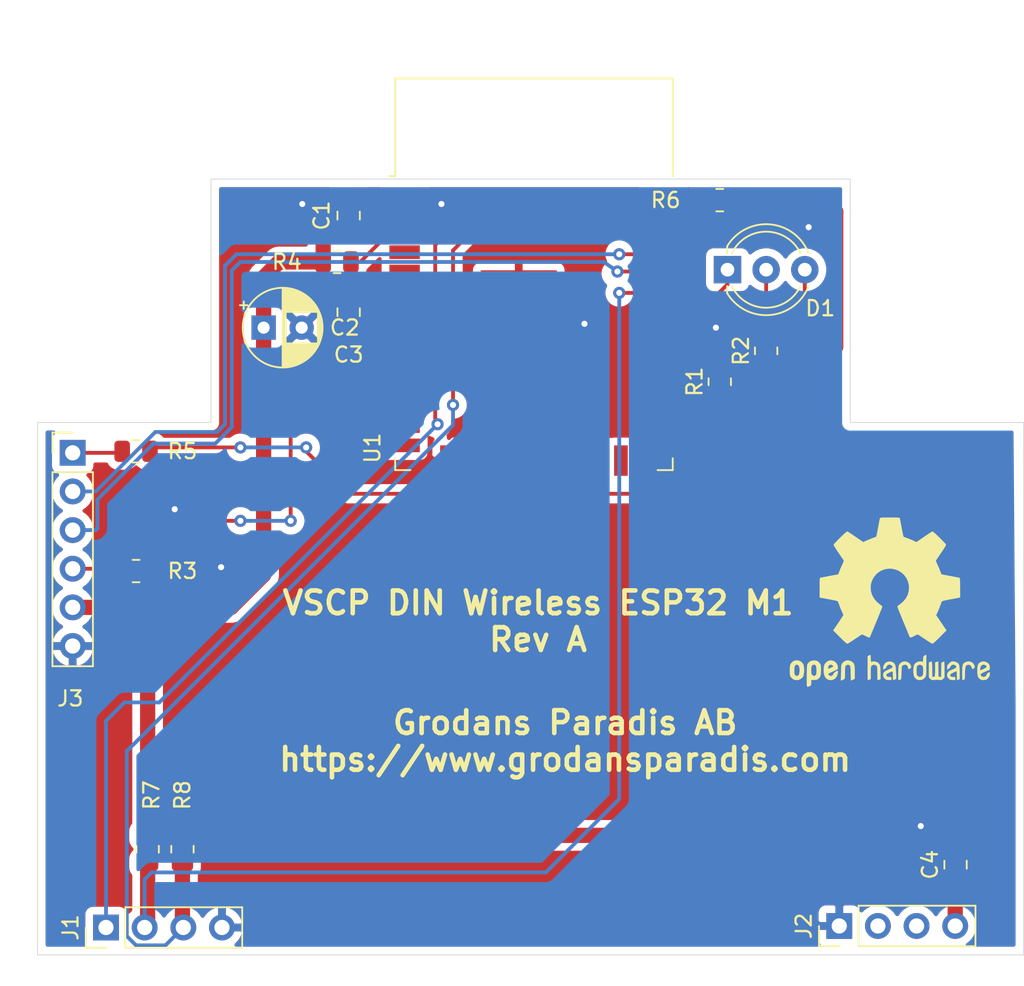
<source format=kicad_pcb>
(kicad_pcb (version 20171130) (host pcbnew 5.1.9+dfsg1-1)

  (general
    (thickness 1.6)
    (drawings 12)
    (tracks 149)
    (zones 0)
    (modules 18)
    (nets 42)
  )

  (page A4)
  (layers
    (0 F.Cu signal)
    (31 B.Cu signal)
    (32 B.Adhes user)
    (33 F.Adhes user)
    (34 B.Paste user)
    (35 F.Paste user)
    (36 B.SilkS user)
    (37 F.SilkS user)
    (38 B.Mask user)
    (39 F.Mask user)
    (40 Dwgs.User user)
    (41 Cmts.User user)
    (42 Eco1.User user)
    (43 Eco2.User user)
    (44 Edge.Cuts user)
    (45 Margin user)
    (46 B.CrtYd user)
    (47 F.CrtYd user)
    (48 B.Fab user)
    (49 F.Fab user)
  )

  (setup
    (last_trace_width 0.25)
    (user_trace_width 1)
    (trace_clearance 0.2)
    (zone_clearance 0.508)
    (zone_45_only no)
    (trace_min 0.2)
    (via_size 0.8)
    (via_drill 0.4)
    (via_min_size 0.4)
    (via_min_drill 0.3)
    (uvia_size 0.3)
    (uvia_drill 0.1)
    (uvias_allowed no)
    (uvia_min_size 0.2)
    (uvia_min_drill 0.1)
    (edge_width 0.1)
    (segment_width 0.2)
    (pcb_text_width 0.3)
    (pcb_text_size 1.5 1.5)
    (mod_edge_width 0.15)
    (mod_text_size 1 1)
    (mod_text_width 0.15)
    (pad_size 1.524 1.524)
    (pad_drill 0.762)
    (pad_to_mask_clearance 0)
    (aux_axis_origin 0 0)
    (visible_elements FFFFFF7F)
    (pcbplotparams
      (layerselection 0x010fc_ffffffff)
      (usegerberextensions false)
      (usegerberattributes true)
      (usegerberadvancedattributes true)
      (creategerberjobfile true)
      (excludeedgelayer true)
      (linewidth 0.100000)
      (plotframeref false)
      (viasonmask false)
      (mode 1)
      (useauxorigin false)
      (hpglpennumber 1)
      (hpglpenspeed 20)
      (hpglpendiameter 15.000000)
      (psnegative false)
      (psa4output false)
      (plotreference true)
      (plotvalue true)
      (plotinvisibletext false)
      (padsonsilk false)
      (subtractmaskfromsilk false)
      (outputformat 1)
      (mirror false)
      (drillshape 1)
      (scaleselection 1)
      (outputdirectory ""))
  )

  (net 0 "")
  (net 1 GND)
  (net 2 VCC)
  (net 3 /reset)
  (net 4 /leda)
  (net 5 /ledb)
  (net 6 /sda)
  (net 7 /scl)
  (net 8 "Net-(J2-Pad2)")
  (net 9 "Net-(J2-Pad3)")
  (net 10 /FLASH)
  (net 11 /TXD)
  (net 12 /RXD)
  (net 13 /RESET)
  (net 14 "Net-(R1-Pad2)")
  (net 15 /irq)
  (net 16 "Net-(U1-Pad32)")
  (net 17 "Net-(U1-Pad28)")
  (net 18 "Net-(U1-Pad27)")
  (net 19 "Net-(U1-Pad26)")
  (net 20 /gpio2)
  (net 21 "Net-(U1-Pad23)")
  (net 22 "Net-(U1-Pad22)")
  (net 23 "Net-(U1-Pad21)")
  (net 24 "Net-(U1-Pad20)")
  (net 25 "Net-(U1-Pad19)")
  (net 26 "Net-(U1-Pad18)")
  (net 27 "Net-(U1-Pad17)")
  (net 28 "Net-(U1-Pad16)")
  (net 29 "Net-(U1-Pad14)")
  (net 30 "Net-(U1-Pad13)")
  (net 31 "Net-(U1-Pad12)")
  (net 32 "Net-(U1-Pad11)")
  (net 33 "Net-(U1-Pad10)")
  (net 34 "Net-(U1-Pad9)")
  (net 35 "Net-(U1-Pad8)")
  (net 36 "Net-(U1-Pad7)")
  (net 37 "Net-(U1-Pad6)")
  (net 38 "Net-(U1-Pad5)")
  (net 39 "Net-(U1-Pad4)")
  (net 40 "Net-(D1-Pad2)")
  (net 41 "Net-(R5-Pad1)")

  (net_class Default "This is the default net class."
    (clearance 0.2)
    (trace_width 0.25)
    (via_dia 0.8)
    (via_drill 0.4)
    (uvia_dia 0.3)
    (uvia_drill 0.1)
    (add_net /FLASH)
    (add_net /RESET)
    (add_net /RXD)
    (add_net /TXD)
    (add_net /gpio2)
    (add_net /irq)
    (add_net /leda)
    (add_net /ledb)
    (add_net /reset)
    (add_net /scl)
    (add_net /sda)
    (add_net GND)
    (add_net "Net-(D1-Pad2)")
    (add_net "Net-(J2-Pad2)")
    (add_net "Net-(J2-Pad3)")
    (add_net "Net-(R1-Pad2)")
    (add_net "Net-(R5-Pad1)")
    (add_net "Net-(U1-Pad10)")
    (add_net "Net-(U1-Pad11)")
    (add_net "Net-(U1-Pad12)")
    (add_net "Net-(U1-Pad13)")
    (add_net "Net-(U1-Pad14)")
    (add_net "Net-(U1-Pad16)")
    (add_net "Net-(U1-Pad17)")
    (add_net "Net-(U1-Pad18)")
    (add_net "Net-(U1-Pad19)")
    (add_net "Net-(U1-Pad20)")
    (add_net "Net-(U1-Pad21)")
    (add_net "Net-(U1-Pad22)")
    (add_net "Net-(U1-Pad23)")
    (add_net "Net-(U1-Pad26)")
    (add_net "Net-(U1-Pad27)")
    (add_net "Net-(U1-Pad28)")
    (add_net "Net-(U1-Pad32)")
    (add_net "Net-(U1-Pad4)")
    (add_net "Net-(U1-Pad5)")
    (add_net "Net-(U1-Pad6)")
    (add_net "Net-(U1-Pad7)")
    (add_net "Net-(U1-Pad8)")
    (add_net "Net-(U1-Pad9)")
    (add_net VCC)
  )

  (module Symbol:OSHW-Logo2_14.6x12mm_SilkScreen (layer F.Cu) (tedit 0) (tstamp 60ACA43A)
    (at 171.704 76.2)
    (descr "Open Source Hardware Symbol")
    (tags "Logo Symbol OSHW")
    (attr virtual)
    (fp_text reference REF** (at 0 0) (layer F.SilkS) hide
      (effects (font (size 1 1) (thickness 0.15)))
    )
    (fp_text value OSHW-Logo2_14.6x12mm_SilkScreen (at 0.75 0) (layer F.Fab) hide
      (effects (font (size 1 1) (thickness 0.15)))
    )
    (fp_poly (pts (xy 0.209014 -5.547002) (xy 0.367006 -5.546137) (xy 0.481347 -5.543795) (xy 0.559407 -5.539238)
      (xy 0.608554 -5.53173) (xy 0.636159 -5.520534) (xy 0.649592 -5.504912) (xy 0.656221 -5.484127)
      (xy 0.656865 -5.481437) (xy 0.666935 -5.432887) (xy 0.685575 -5.337095) (xy 0.710845 -5.204257)
      (xy 0.740807 -5.044569) (xy 0.773522 -4.868226) (xy 0.774664 -4.862033) (xy 0.807433 -4.689218)
      (xy 0.838093 -4.536531) (xy 0.864664 -4.413129) (xy 0.885167 -4.328169) (xy 0.897626 -4.29081)
      (xy 0.89822 -4.290148) (xy 0.934919 -4.271905) (xy 1.010586 -4.241503) (xy 1.108878 -4.205507)
      (xy 1.109425 -4.205315) (xy 1.233233 -4.158778) (xy 1.379196 -4.099496) (xy 1.516781 -4.039891)
      (xy 1.523293 -4.036944) (xy 1.74739 -3.935235) (xy 2.243619 -4.274103) (xy 2.395846 -4.377408)
      (xy 2.533741 -4.469763) (xy 2.649315 -4.545916) (xy 2.734579 -4.600615) (xy 2.781544 -4.628607)
      (xy 2.786004 -4.630683) (xy 2.820134 -4.62144) (xy 2.883881 -4.576844) (xy 2.979731 -4.494791)
      (xy 3.110169 -4.373179) (xy 3.243328 -4.243795) (xy 3.371694 -4.116298) (xy 3.486581 -3.999954)
      (xy 3.581073 -3.901948) (xy 3.648253 -3.829464) (xy 3.681206 -3.789687) (xy 3.682432 -3.787639)
      (xy 3.686074 -3.760344) (xy 3.67235 -3.715766) (xy 3.637869 -3.647888) (xy 3.579239 -3.550689)
      (xy 3.49307 -3.418149) (xy 3.3782 -3.247524) (xy 3.276254 -3.097345) (xy 3.185123 -2.96265)
      (xy 3.110073 -2.85126) (xy 3.056369 -2.770995) (xy 3.02928 -2.729675) (xy 3.027574 -2.72687)
      (xy 3.030882 -2.687279) (xy 3.055953 -2.610331) (xy 3.097798 -2.510568) (xy 3.112712 -2.478709)
      (xy 3.177786 -2.336774) (xy 3.247212 -2.175727) (xy 3.303609 -2.036379) (xy 3.344247 -1.932956)
      (xy 3.376526 -1.854358) (xy 3.395178 -1.81328) (xy 3.397497 -1.810115) (xy 3.431803 -1.804872)
      (xy 3.512669 -1.790506) (xy 3.629343 -1.769063) (xy 3.771075 -1.742587) (xy 3.92711 -1.713123)
      (xy 4.086698 -1.682717) (xy 4.239085 -1.653412) (xy 4.373521 -1.627255) (xy 4.479252 -1.60629)
      (xy 4.545526 -1.592561) (xy 4.561782 -1.58868) (xy 4.578573 -1.5791) (xy 4.591249 -1.557464)
      (xy 4.600378 -1.516469) (xy 4.606531 -1.448811) (xy 4.61028 -1.347188) (xy 4.612192 -1.204297)
      (xy 4.61284 -1.012835) (xy 4.612874 -0.934355) (xy 4.612874 -0.296094) (xy 4.459598 -0.26584)
      (xy 4.374322 -0.249436) (xy 4.24707 -0.225491) (xy 4.093315 -0.196893) (xy 3.928534 -0.166533)
      (xy 3.882989 -0.158194) (xy 3.730932 -0.12863) (xy 3.598468 -0.099558) (xy 3.496714 -0.073671)
      (xy 3.436788 -0.053663) (xy 3.426805 -0.047699) (xy 3.402293 -0.005466) (xy 3.367148 0.07637)
      (xy 3.328173 0.181683) (xy 3.320442 0.204368) (xy 3.26936 0.345018) (xy 3.205954 0.503714)
      (xy 3.143904 0.646225) (xy 3.143598 0.646886) (xy 3.040267 0.87044) (xy 3.719961 1.870232)
      (xy 3.283621 2.3073) (xy 3.151649 2.437381) (xy 3.031279 2.552048) (xy 2.929273 2.645181)
      (xy 2.852391 2.710658) (xy 2.807393 2.742357) (xy 2.800938 2.744368) (xy 2.76304 2.728529)
      (xy 2.685708 2.684496) (xy 2.577389 2.61749) (xy 2.446532 2.532734) (xy 2.305052 2.437816)
      (xy 2.161461 2.340998) (xy 2.033435 2.256751) (xy 1.929105 2.190258) (xy 1.8566 2.146702)
      (xy 1.824158 2.131264) (xy 1.784576 2.144328) (xy 1.709519 2.17875) (xy 1.614468 2.22738)
      (xy 1.604392 2.232785) (xy 1.476391 2.29698) (xy 1.388618 2.328463) (xy 1.334028 2.328798)
      (xy 1.305575 2.299548) (xy 1.30541 2.299138) (xy 1.291188 2.264498) (xy 1.257269 2.182269)
      (xy 1.206284 2.058814) (xy 1.140862 1.900498) (xy 1.063634 1.713686) (xy 0.977229 1.504742)
      (xy 0.893551 1.302446) (xy 0.801588 1.0792) (xy 0.71715 0.872392) (xy 0.642769 0.688362)
      (xy 0.580974 0.533451) (xy 0.534297 0.413996) (xy 0.505268 0.336339) (xy 0.496322 0.307356)
      (xy 0.518756 0.27411) (xy 0.577439 0.221123) (xy 0.655689 0.162704) (xy 0.878534 -0.022048)
      (xy 1.052718 -0.233818) (xy 1.176154 -0.468144) (xy 1.246754 -0.720566) (xy 1.262431 -0.986623)
      (xy 1.251036 -1.109425) (xy 1.18895 -1.364207) (xy 1.082023 -1.589199) (xy 0.936889 -1.782183)
      (xy 0.760178 -1.940939) (xy 0.558522 -2.06325) (xy 0.338554 -2.146895) (xy 0.106906 -2.189656)
      (xy -0.129791 -2.189313) (xy -0.364905 -2.143648) (xy -0.591804 -2.050441) (xy -0.803856 -1.907473)
      (xy -0.892364 -1.826617) (xy -1.062111 -1.618993) (xy -1.180301 -1.392105) (xy -1.247722 -1.152567)
      (xy -1.26516 -0.906993) (xy -1.233402 -0.661997) (xy -1.153235 -0.424192) (xy -1.025445 -0.200193)
      (xy -0.85082 0.003387) (xy -0.655688 0.162704) (xy -0.574409 0.223602) (xy -0.516991 0.276015)
      (xy -0.496322 0.307406) (xy -0.507144 0.341639) (xy -0.537923 0.423419) (xy -0.586126 0.546407)
      (xy -0.649222 0.704263) (xy -0.724678 0.890649) (xy -0.809962 1.099226) (xy -0.893781 1.302496)
      (xy -0.986255 1.525933) (xy -1.071911 1.732984) (xy -1.148118 1.917286) (xy -1.212247 2.072475)
      (xy -1.261668 2.192188) (xy -1.293752 2.270061) (xy -1.305641 2.299138) (xy -1.333726 2.328677)
      (xy -1.388051 2.328591) (xy -1.475605 2.297326) (xy -1.603381 2.233329) (xy -1.604392 2.232785)
      (xy -1.700598 2.183121) (xy -1.778369 2.146945) (xy -1.822223 2.131408) (xy -1.824158 2.131264)
      (xy -1.857171 2.147024) (xy -1.930054 2.19085) (xy -2.034678 2.257557) (xy -2.16291 2.341964)
      (xy -2.305052 2.437816) (xy -2.449767 2.534867) (xy -2.580196 2.61927) (xy -2.68789 2.685801)
      (xy -2.764402 2.729238) (xy -2.800938 2.744368) (xy -2.834582 2.724482) (xy -2.902224 2.668903)
      (xy -2.997107 2.583754) (xy -3.11247 2.475153) (xy -3.241555 2.349221) (xy -3.283771 2.307149)
      (xy -3.720261 1.869931) (xy -3.388023 1.38234) (xy -3.287054 1.232605) (xy -3.198438 1.09822)
      (xy -3.127146 0.986969) (xy -3.07815 0.906639) (xy -3.056422 0.865014) (xy -3.055785 0.862053)
      (xy -3.06724 0.822818) (xy -3.098051 0.743895) (xy -3.142884 0.638509) (xy -3.174353 0.567954)
      (xy -3.233192 0.432876) (xy -3.288604 0.296409) (xy -3.331564 0.181103) (xy -3.343234 0.145977)
      (xy -3.376389 0.052174) (xy -3.408799 -0.020306) (xy -3.426601 -0.047699) (xy -3.465886 -0.064464)
      (xy -3.551626 -0.08823) (xy -3.672697 -0.116303) (xy -3.817973 -0.145991) (xy -3.882988 -0.158194)
      (xy -4.048087 -0.188532) (xy -4.206448 -0.217907) (xy -4.342596 -0.243431) (xy -4.441057 -0.262215)
      (xy -4.459598 -0.26584) (xy -4.612873 -0.296094) (xy -4.612873 -0.934355) (xy -4.612529 -1.14423)
      (xy -4.611116 -1.30302) (xy -4.608064 -1.418027) (xy -4.602803 -1.496554) (xy -4.594763 -1.545904)
      (xy -4.583373 -1.573381) (xy -4.568063 -1.586287) (xy -4.561782 -1.58868) (xy -4.523896 -1.597167)
      (xy -4.440195 -1.6141) (xy -4.321433 -1.637434) (xy -4.178361 -1.665125) (xy -4.021732 -1.695127)
      (xy -3.862297 -1.725396) (xy -3.710809 -1.753885) (xy -3.578019 -1.778551) (xy -3.474681 -1.797349)
      (xy -3.411545 -1.808233) (xy -3.397497 -1.810115) (xy -3.38477 -1.835296) (xy -3.3566 -1.902378)
      (xy -3.318252 -1.998667) (xy -3.303609 -2.036379) (xy -3.244548 -2.182079) (xy -3.175 -2.343049)
      (xy -3.112712 -2.478709) (xy -3.066879 -2.582439) (xy -3.036387 -2.667674) (xy -3.026208 -2.719874)
      (xy -3.027831 -2.72687) (xy -3.049343 -2.759898) (xy -3.098465 -2.833357) (xy -3.169923 -2.939423)
      (xy -3.258445 -3.070274) (xy -3.358759 -3.218088) (xy -3.378594 -3.247266) (xy -3.494988 -3.420137)
      (xy -3.580548 -3.551774) (xy -3.638684 -3.648239) (xy -3.672808 -3.715592) (xy -3.686331 -3.759894)
      (xy -3.682664 -3.787206) (xy -3.68257 -3.78738) (xy -3.653707 -3.823254) (xy -3.589867 -3.892609)
      (xy -3.497969 -3.988255) (xy -3.384933 -4.103001) (xy -3.257679 -4.229659) (xy -3.243328 -4.243795)
      (xy -3.082957 -4.399097) (xy -2.959195 -4.51313) (xy -2.869555 -4.587998) (xy -2.811552 -4.625804)
      (xy -2.786004 -4.630683) (xy -2.748718 -4.609397) (xy -2.671343 -4.560227) (xy -2.561867 -4.488425)
      (xy -2.42828 -4.399245) (xy -2.27857 -4.297937) (xy -2.243618 -4.274103) (xy -1.74739 -3.935235)
      (xy -1.523293 -4.036944) (xy -1.387011 -4.096217) (xy -1.240724 -4.15583) (xy -1.114965 -4.20336)
      (xy -1.109425 -4.205315) (xy -1.011057 -4.241323) (xy -0.935229 -4.271771) (xy -0.898282 -4.290095)
      (xy -0.89822 -4.290148) (xy -0.886496 -4.323271) (xy -0.866568 -4.404733) (xy -0.840413 -4.525375)
      (xy -0.81001 -4.676041) (xy -0.777337 -4.847572) (xy -0.774664 -4.862033) (xy -0.74189 -5.038765)
      (xy -0.711802 -5.19919) (xy -0.686339 -5.333112) (xy -0.667441 -5.430337) (xy -0.657047 -5.480668)
      (xy -0.656865 -5.481437) (xy -0.650539 -5.502847) (xy -0.638239 -5.519012) (xy -0.612594 -5.530669)
      (xy -0.566235 -5.538555) (xy -0.491792 -5.543407) (xy -0.381895 -5.545961) (xy -0.229175 -5.546955)
      (xy -0.026262 -5.547126) (xy 0 -5.547126) (xy 0.209014 -5.547002)) (layer F.SilkS) (width 0.01))
    (fp_poly (pts (xy 6.343439 3.95654) (xy 6.45895 4.032034) (xy 6.514664 4.099617) (xy 6.558804 4.222255)
      (xy 6.562309 4.319298) (xy 6.554368 4.449056) (xy 6.255115 4.580039) (xy 6.109611 4.646958)
      (xy 6.014537 4.70079) (xy 5.965101 4.747416) (xy 5.956511 4.79272) (xy 5.983972 4.842582)
      (xy 6.014253 4.875632) (xy 6.102363 4.928633) (xy 6.198196 4.932347) (xy 6.286212 4.891041)
      (xy 6.350869 4.808983) (xy 6.362433 4.780008) (xy 6.417825 4.689509) (xy 6.481553 4.65094)
      (xy 6.568966 4.617946) (xy 6.568966 4.743034) (xy 6.561238 4.828156) (xy 6.530966 4.899938)
      (xy 6.467518 4.982356) (xy 6.458088 4.993066) (xy 6.387513 5.066391) (xy 6.326847 5.105742)
      (xy 6.25095 5.123845) (xy 6.18803 5.129774) (xy 6.075487 5.131251) (xy 5.99537 5.112535)
      (xy 5.94539 5.084747) (xy 5.866838 5.023641) (xy 5.812463 4.957554) (xy 5.778052 4.874441)
      (xy 5.759388 4.762254) (xy 5.752256 4.608946) (xy 5.751687 4.531136) (xy 5.753622 4.437853)
      (xy 5.929899 4.437853) (xy 5.931944 4.487896) (xy 5.937039 4.496092) (xy 5.970666 4.484958)
      (xy 6.04303 4.455493) (xy 6.139747 4.413601) (xy 6.159973 4.404597) (xy 6.282203 4.342442)
      (xy 6.349547 4.287815) (xy 6.364348 4.236649) (xy 6.328947 4.184876) (xy 6.299711 4.162)
      (xy 6.194216 4.11625) (xy 6.095476 4.123808) (xy 6.012812 4.179651) (xy 5.955548 4.278753)
      (xy 5.937188 4.357414) (xy 5.929899 4.437853) (xy 5.753622 4.437853) (xy 5.755459 4.349351)
      (xy 5.769359 4.214853) (xy 5.796894 4.116916) (xy 5.841572 4.044811) (xy 5.906901 3.987813)
      (xy 5.935383 3.969393) (xy 6.064763 3.921422) (xy 6.206412 3.918403) (xy 6.343439 3.95654)) (layer F.SilkS) (width 0.01))
    (fp_poly (pts (xy 5.33569 3.940018) (xy 5.370585 3.955269) (xy 5.453877 4.021235) (xy 5.525103 4.116618)
      (xy 5.569153 4.218406) (xy 5.576322 4.268587) (xy 5.552285 4.338647) (xy 5.499561 4.375717)
      (xy 5.443031 4.398164) (xy 5.417146 4.4023) (xy 5.404542 4.372283) (xy 5.379654 4.306961)
      (xy 5.368735 4.277445) (xy 5.307508 4.175348) (xy 5.218861 4.124423) (xy 5.105193 4.125989)
      (xy 5.096774 4.127994) (xy 5.036088 4.156767) (xy 4.991474 4.212859) (xy 4.961002 4.303163)
      (xy 4.942744 4.434571) (xy 4.934771 4.613974) (xy 4.934023 4.709433) (xy 4.933652 4.859913)
      (xy 4.931223 4.962495) (xy 4.92476 5.027672) (xy 4.912288 5.065938) (xy 4.891833 5.087785)
      (xy 4.861419 5.103707) (xy 4.859661 5.104509) (xy 4.801091 5.129272) (xy 4.772075 5.138391)
      (xy 4.767616 5.110822) (xy 4.763799 5.03462) (xy 4.760899 4.919541) (xy 4.759191 4.775341)
      (xy 4.758851 4.669814) (xy 4.760588 4.465613) (xy 4.767382 4.310697) (xy 4.781607 4.196024)
      (xy 4.805638 4.112551) (xy 4.841848 4.051236) (xy 4.892612 4.003034) (xy 4.942739 3.969393)
      (xy 5.063275 3.924619) (xy 5.203557 3.914521) (xy 5.33569 3.940018)) (layer F.SilkS) (width 0.01))
    (fp_poly (pts (xy 4.314406 3.935156) (xy 4.398469 3.973393) (xy 4.46445 4.019726) (xy 4.512794 4.071532)
      (xy 4.546172 4.138363) (xy 4.567253 4.229769) (xy 4.578707 4.355301) (xy 4.583203 4.524508)
      (xy 4.583678 4.635933) (xy 4.583678 5.070627) (xy 4.509316 5.104509) (xy 4.450746 5.129272)
      (xy 4.42173 5.138391) (xy 4.416179 5.111257) (xy 4.411775 5.038094) (xy 4.409078 4.931263)
      (xy 4.408506 4.846437) (xy 4.406046 4.723887) (xy 4.399412 4.626668) (xy 4.389726 4.567134)
      (xy 4.382032 4.554483) (xy 4.330311 4.567402) (xy 4.249117 4.600539) (xy 4.155102 4.645461)
      (xy 4.064917 4.693735) (xy 3.995215 4.736928) (xy 3.962648 4.766608) (xy 3.962519 4.766929)
      (xy 3.96532 4.821857) (xy 3.990439 4.874292) (xy 4.034541 4.916881) (xy 4.098909 4.931126)
      (xy 4.153921 4.929466) (xy 4.231835 4.928245) (xy 4.272732 4.946498) (xy 4.297295 4.994726)
      (xy 4.300392 5.00382) (xy 4.31104 5.072598) (xy 4.282565 5.11436) (xy 4.208344 5.134263)
      (xy 4.128168 5.137944) (xy 3.98389 5.110658) (xy 3.909203 5.07169) (xy 3.816963 4.980148)
      (xy 3.768043 4.867782) (xy 3.763654 4.749051) (xy 3.805001 4.638411) (xy 3.867197 4.56908)
      (xy 3.929294 4.530265) (xy 4.026895 4.481125) (xy 4.140632 4.431292) (xy 4.15959 4.423677)
      (xy 4.284521 4.368545) (xy 4.356539 4.319954) (xy 4.3797 4.271647) (xy 4.358064 4.21737)
      (xy 4.32092 4.174943) (xy 4.233127 4.122702) (xy 4.13653 4.118784) (xy 4.047944 4.159041)
      (xy 3.984186 4.239326) (xy 3.975817 4.26004) (xy 3.927096 4.336225) (xy 3.855965 4.392785)
      (xy 3.766207 4.439201) (xy 3.766207 4.307584) (xy 3.77149 4.227168) (xy 3.794142 4.163786)
      (xy 3.844367 4.096163) (xy 3.892582 4.044076) (xy 3.967554 3.970322) (xy 4.025806 3.930702)
      (xy 4.088372 3.91481) (xy 4.159193 3.912184) (xy 4.314406 3.935156)) (layer F.SilkS) (width 0.01))
    (fp_poly (pts (xy 3.580124 3.93984) (xy 3.584579 4.016653) (xy 3.588071 4.133391) (xy 3.590315 4.280821)
      (xy 3.591035 4.435455) (xy 3.591035 4.958727) (xy 3.498645 5.051117) (xy 3.434978 5.108047)
      (xy 3.379089 5.131107) (xy 3.302702 5.129647) (xy 3.27238 5.125934) (xy 3.17761 5.115126)
      (xy 3.099222 5.108933) (xy 3.080115 5.108361) (xy 3.015699 5.112102) (xy 2.923571 5.121494)
      (xy 2.88785 5.125934) (xy 2.800114 5.132801) (xy 2.741153 5.117885) (xy 2.68269 5.071835)
      (xy 2.661585 5.051117) (xy 2.569195 4.958727) (xy 2.569195 3.979947) (xy 2.643558 3.946066)
      (xy 2.70759 3.92097) (xy 2.745052 3.912184) (xy 2.754657 3.93995) (xy 2.763635 4.01753)
      (xy 2.771386 4.136348) (xy 2.777314 4.287828) (xy 2.780173 4.415805) (xy 2.788161 4.919425)
      (xy 2.857848 4.929278) (xy 2.921229 4.922389) (xy 2.952286 4.900083) (xy 2.960967 4.858379)
      (xy 2.968378 4.769544) (xy 2.973931 4.644834) (xy 2.977036 4.495507) (xy 2.977484 4.418661)
      (xy 2.977931 3.976287) (xy 3.069874 3.944235) (xy 3.134949 3.922443) (xy 3.170347 3.912281)
      (xy 3.171368 3.912184) (xy 3.17492 3.939809) (xy 3.178823 4.016411) (xy 3.182751 4.132579)
      (xy 3.186376 4.278904) (xy 3.188908 4.415805) (xy 3.196897 4.919425) (xy 3.372069 4.919425)
      (xy 3.380107 4.459965) (xy 3.388146 4.000505) (xy 3.473543 3.956344) (xy 3.536593 3.926019)
      (xy 3.57391 3.912258) (xy 3.574987 3.912184) (xy 3.580124 3.93984)) (layer F.SilkS) (width 0.01))
    (fp_poly (pts (xy 2.393914 4.154455) (xy 2.393543 4.372661) (xy 2.392108 4.540519) (xy 2.389002 4.66607)
      (xy 2.383622 4.757355) (xy 2.375362 4.822415) (xy 2.363616 4.869291) (xy 2.347781 4.906024)
      (xy 2.33579 4.926991) (xy 2.23649 5.040694) (xy 2.110588 5.111965) (xy 1.971291 5.137538)
      (xy 1.831805 5.11415) (xy 1.748743 5.072119) (xy 1.661545 4.999411) (xy 1.602117 4.910612)
      (xy 1.566261 4.79432) (xy 1.549781 4.639135) (xy 1.547447 4.525287) (xy 1.547761 4.517106)
      (xy 1.751724 4.517106) (xy 1.75297 4.647657) (xy 1.758678 4.73408) (xy 1.771804 4.790618)
      (xy 1.795306 4.831514) (xy 1.823386 4.862362) (xy 1.917688 4.921905) (xy 2.01894 4.926992)
      (xy 2.114636 4.877279) (xy 2.122084 4.870543) (xy 2.153874 4.835502) (xy 2.173808 4.793811)
      (xy 2.1846 4.731762) (xy 2.188965 4.635644) (xy 2.189655 4.529379) (xy 2.188159 4.39588)
      (xy 2.181964 4.306822) (xy 2.168514 4.248293) (xy 2.145251 4.206382) (xy 2.126175 4.184123)
      (xy 2.037563 4.127985) (xy 1.935508 4.121235) (xy 1.838095 4.164114) (xy 1.819296 4.180032)
      (xy 1.787293 4.215382) (xy 1.767318 4.257502) (xy 1.756593 4.320251) (xy 1.752339 4.417487)
      (xy 1.751724 4.517106) (xy 1.547761 4.517106) (xy 1.554504 4.341947) (xy 1.578472 4.204195)
      (xy 1.623548 4.100632) (xy 1.693928 4.019856) (xy 1.748743 3.978455) (xy 1.848376 3.933728)
      (xy 1.963855 3.912967) (xy 2.071199 3.918525) (xy 2.131264 3.940943) (xy 2.154835 3.947323)
      (xy 2.170477 3.923535) (xy 2.181395 3.859788) (xy 2.189655 3.762687) (xy 2.198699 3.654541)
      (xy 2.211261 3.589475) (xy 2.234119 3.552268) (xy 2.274051 3.527699) (xy 2.299138 3.516819)
      (xy 2.394023 3.477072) (xy 2.393914 4.154455)) (layer F.SilkS) (width 0.01))
    (fp_poly (pts (xy 1.065943 3.92192) (xy 1.198565 3.970859) (xy 1.30601 4.057419) (xy 1.348032 4.118352)
      (xy 1.393843 4.230161) (xy 1.392891 4.311006) (xy 1.344808 4.365378) (xy 1.327017 4.374624)
      (xy 1.250204 4.40345) (xy 1.210976 4.396065) (xy 1.197689 4.347658) (xy 1.197012 4.32092)
      (xy 1.172686 4.222548) (xy 1.109281 4.153734) (xy 1.021154 4.120498) (xy 0.922663 4.128861)
      (xy 0.842602 4.172296) (xy 0.815561 4.197072) (xy 0.796394 4.227129) (xy 0.783446 4.272565)
      (xy 0.775064 4.343476) (xy 0.769593 4.44996) (xy 0.765378 4.602112) (xy 0.764287 4.650287)
      (xy 0.760307 4.815095) (xy 0.755781 4.931088) (xy 0.748995 5.007833) (xy 0.738231 5.054893)
      (xy 0.721773 5.081835) (xy 0.697906 5.098223) (xy 0.682626 5.105463) (xy 0.617733 5.13022)
      (xy 0.579534 5.138391) (xy 0.566912 5.111103) (xy 0.559208 5.028603) (xy 0.55638 4.889941)
      (xy 0.558386 4.694162) (xy 0.559011 4.663965) (xy 0.563421 4.485349) (xy 0.568635 4.354923)
      (xy 0.576055 4.262492) (xy 0.587082 4.197858) (xy 0.603117 4.150825) (xy 0.625561 4.111196)
      (xy 0.637302 4.094215) (xy 0.704619 4.01908) (xy 0.77991 3.960638) (xy 0.789128 3.955536)
      (xy 0.924133 3.91526) (xy 1.065943 3.92192)) (layer F.SilkS) (width 0.01))
    (fp_poly (pts (xy 0.079944 3.92436) (xy 0.194343 3.966842) (xy 0.195652 3.967658) (xy 0.266403 4.01973)
      (xy 0.318636 4.080584) (xy 0.355371 4.159887) (xy 0.379634 4.267309) (xy 0.394445 4.412517)
      (xy 0.402829 4.605179) (xy 0.403564 4.632628) (xy 0.41412 5.046521) (xy 0.325291 5.092456)
      (xy 0.261018 5.123498) (xy 0.22221 5.138206) (xy 0.220415 5.138391) (xy 0.2137 5.11125)
      (xy 0.208365 5.038041) (xy 0.205083 4.931081) (xy 0.204368 4.844469) (xy 0.204351 4.704162)
      (xy 0.197937 4.616051) (xy 0.17558 4.574025) (xy 0.127732 4.571975) (xy 0.044849 4.60379)
      (xy -0.080287 4.662272) (xy -0.172303 4.710845) (xy -0.219629 4.752986) (xy -0.233542 4.798916)
      (xy -0.233563 4.801189) (xy -0.210605 4.880311) (xy -0.14263 4.923055) (xy -0.038602 4.929246)
      (xy 0.03633 4.928172) (xy 0.075839 4.949753) (xy 0.100478 5.001591) (xy 0.114659 5.067632)
      (xy 0.094223 5.105104) (xy 0.086528 5.110467) (xy 0.014083 5.132006) (xy -0.087367 5.135055)
      (xy -0.191843 5.120778) (xy -0.265875 5.094688) (xy -0.368228 5.007785) (xy -0.426409 4.886816)
      (xy -0.437931 4.792308) (xy -0.429138 4.707062) (xy -0.39732 4.637476) (xy -0.334316 4.575672)
      (xy -0.231969 4.513772) (xy -0.082118 4.443897) (xy -0.072988 4.439948) (xy 0.061997 4.377588)
      (xy 0.145294 4.326446) (xy 0.180997 4.280488) (xy 0.173203 4.233683) (xy 0.126007 4.179998)
      (xy 0.111894 4.167644) (xy 0.017359 4.119741) (xy -0.080594 4.121758) (xy -0.165903 4.168724)
      (xy -0.222504 4.255669) (xy -0.227763 4.272734) (xy -0.278977 4.355504) (xy -0.343963 4.395372)
      (xy -0.437931 4.434882) (xy -0.437931 4.332658) (xy -0.409347 4.184072) (xy -0.324505 4.047784)
      (xy -0.280355 4.002191) (xy -0.179995 3.943674) (xy -0.052365 3.917184) (xy 0.079944 3.92436)) (layer F.SilkS) (width 0.01))
    (fp_poly (pts (xy -1.255402 3.723857) (xy -1.246846 3.843188) (xy -1.237019 3.913506) (xy -1.223401 3.944179)
      (xy -1.203473 3.944571) (xy -1.197011 3.94091) (xy -1.11106 3.914398) (xy -0.999255 3.915946)
      (xy -0.885586 3.943199) (xy -0.81449 3.978455) (xy -0.741595 4.034778) (xy -0.688307 4.098519)
      (xy -0.651725 4.17951) (xy -0.62895 4.287586) (xy -0.617081 4.43258) (xy -0.613218 4.624326)
      (xy -0.613149 4.661109) (xy -0.613103 5.074288) (xy -0.705046 5.106339) (xy -0.770348 5.128144)
      (xy -0.806176 5.138297) (xy -0.80723 5.138391) (xy -0.810758 5.11086) (xy -0.813761 5.034923)
      (xy -0.81601 4.920565) (xy -0.817276 4.777769) (xy -0.817471 4.690951) (xy -0.817877 4.519773)
      (xy -0.819968 4.397088) (xy -0.825053 4.313) (xy -0.83444 4.257614) (xy -0.849439 4.221032)
      (xy -0.871358 4.193359) (xy -0.885043 4.180032) (xy -0.979051 4.126328) (xy -1.081636 4.122307)
      (xy -1.17471 4.167725) (xy -1.191922 4.184123) (xy -1.217168 4.214957) (xy -1.23468 4.251531)
      (xy -1.245858 4.304415) (xy -1.252104 4.384177) (xy -1.254818 4.501385) (xy -1.255402 4.662991)
      (xy -1.255402 5.074288) (xy -1.347345 5.106339) (xy -1.412647 5.128144) (xy -1.448475 5.138297)
      (xy -1.449529 5.138391) (xy -1.452225 5.110448) (xy -1.454655 5.03163) (xy -1.456722 4.909453)
      (xy -1.458329 4.751432) (xy -1.459377 4.565083) (xy -1.459769 4.35792) (xy -1.45977 4.348706)
      (xy -1.45977 3.55902) (xy -1.364885 3.518997) (xy -1.27 3.478973) (xy -1.255402 3.723857)) (layer F.SilkS) (width 0.01))
    (fp_poly (pts (xy -3.684448 3.884676) (xy -3.569342 3.962111) (xy -3.480389 4.073949) (xy -3.427251 4.216265)
      (xy -3.416503 4.321015) (xy -3.417724 4.364726) (xy -3.427944 4.398194) (xy -3.456039 4.428179)
      (xy -3.510884 4.46144) (xy -3.601355 4.504738) (xy -3.736328 4.564833) (xy -3.737011 4.565134)
      (xy -3.861249 4.622037) (xy -3.963127 4.672565) (xy -4.032233 4.71128) (xy -4.058154 4.73274)
      (xy -4.058161 4.732913) (xy -4.035315 4.779644) (xy -3.981891 4.831154) (xy -3.920558 4.868261)
      (xy -3.889485 4.875632) (xy -3.804711 4.850138) (xy -3.731707 4.786291) (xy -3.696087 4.716094)
      (xy -3.66182 4.664343) (xy -3.594697 4.605409) (xy -3.515792 4.554496) (xy -3.446179 4.526809)
      (xy -3.431623 4.525287) (xy -3.415237 4.550321) (xy -3.41425 4.614311) (xy -3.426292 4.700593)
      (xy -3.448993 4.792501) (xy -3.479986 4.873369) (xy -3.481552 4.876509) (xy -3.574819 5.006734)
      (xy -3.695696 5.095311) (xy -3.832973 5.138786) (xy -3.97544 5.133706) (xy -4.111888 5.076616)
      (xy -4.117955 5.072602) (xy -4.22529 4.975326) (xy -4.295868 4.848409) (xy -4.334926 4.681526)
      (xy -4.340168 4.634639) (xy -4.349452 4.413329) (xy -4.338322 4.310124) (xy -4.058161 4.310124)
      (xy -4.054521 4.374503) (xy -4.034611 4.393291) (xy -3.984974 4.379235) (xy -3.906733 4.346009)
      (xy -3.819274 4.304359) (xy -3.817101 4.303256) (xy -3.74297 4.264265) (xy -3.713219 4.238244)
      (xy -3.720555 4.210965) (xy -3.751447 4.175121) (xy -3.83004 4.123251) (xy -3.914677 4.119439)
      (xy -3.990597 4.157189) (xy -4.043035 4.230001) (xy -4.058161 4.310124) (xy -4.338322 4.310124)
      (xy -4.330356 4.236261) (xy -4.281366 4.095829) (xy -4.213164 3.997447) (xy -4.090065 3.89803)
      (xy -3.954472 3.848711) (xy -3.816045 3.845568) (xy -3.684448 3.884676)) (layer F.SilkS) (width 0.01))
    (fp_poly (pts (xy -5.951779 3.866015) (xy -5.814939 3.937968) (xy -5.713949 4.053766) (xy -5.678075 4.128213)
      (xy -5.650161 4.239992) (xy -5.635871 4.381227) (xy -5.634516 4.535371) (xy -5.645405 4.685879)
      (xy -5.667847 4.816205) (xy -5.70115 4.909803) (xy -5.711385 4.925922) (xy -5.832618 5.046249)
      (xy -5.976613 5.118317) (xy -6.132861 5.139408) (xy -6.290852 5.106802) (xy -6.33482 5.087253)
      (xy -6.420444 5.027012) (xy -6.495592 4.947135) (xy -6.502694 4.937004) (xy -6.531561 4.888181)
      (xy -6.550643 4.83599) (xy -6.561916 4.767285) (xy -6.567355 4.668918) (xy -6.568938 4.527744)
      (xy -6.568965 4.496092) (xy -6.568893 4.486019) (xy -6.277011 4.486019) (xy -6.275313 4.619256)
      (xy -6.268628 4.707674) (xy -6.254575 4.764785) (xy -6.230771 4.804102) (xy -6.218621 4.817241)
      (xy -6.148764 4.867172) (xy -6.080941 4.864895) (xy -6.012365 4.821584) (xy -5.971465 4.775346)
      (xy -5.947242 4.707857) (xy -5.933639 4.601433) (xy -5.932706 4.58902) (xy -5.930384 4.396147)
      (xy -5.95465 4.2529) (xy -6.005176 4.16016) (xy -6.081632 4.118807) (xy -6.108924 4.116552)
      (xy -6.180589 4.127893) (xy -6.22961 4.167184) (xy -6.259582 4.242326) (xy -6.274101 4.361222)
      (xy -6.277011 4.486019) (xy -6.568893 4.486019) (xy -6.567878 4.345659) (xy -6.563312 4.240549)
      (xy -6.553312 4.167714) (xy -6.535921 4.114108) (xy -6.509184 4.066681) (xy -6.503276 4.057864)
      (xy -6.403968 3.939007) (xy -6.295758 3.870008) (xy -6.164019 3.842619) (xy -6.119283 3.841281)
      (xy -5.951779 3.866015)) (layer F.SilkS) (width 0.01))
    (fp_poly (pts (xy -2.582571 3.877719) (xy -2.488877 3.931914) (xy -2.423736 3.985707) (xy -2.376093 4.042066)
      (xy -2.343272 4.110987) (xy -2.322594 4.202468) (xy -2.31138 4.326506) (xy -2.306951 4.493098)
      (xy -2.306437 4.612851) (xy -2.306437 5.053659) (xy -2.430517 5.109283) (xy -2.554598 5.164907)
      (xy -2.569195 4.682095) (xy -2.575227 4.501779) (xy -2.581555 4.370901) (xy -2.589394 4.280511)
      (xy -2.599963 4.221664) (xy -2.614477 4.185413) (xy -2.634152 4.16281) (xy -2.640465 4.157917)
      (xy -2.736112 4.119706) (xy -2.832793 4.134827) (xy -2.890345 4.174943) (xy -2.913755 4.20337)
      (xy -2.929961 4.240672) (xy -2.940259 4.297223) (xy -2.945951 4.383394) (xy -2.948336 4.509558)
      (xy -2.948736 4.641042) (xy -2.948814 4.805999) (xy -2.951639 4.922761) (xy -2.961093 5.00151)
      (xy -2.98106 5.052431) (xy -3.015424 5.085706) (xy -3.068068 5.11152) (xy -3.138383 5.138344)
      (xy -3.21518 5.167542) (xy -3.206038 4.649346) (xy -3.202357 4.462539) (xy -3.19805 4.32449)
      (xy -3.191877 4.225568) (xy -3.182598 4.156145) (xy -3.168973 4.10659) (xy -3.149761 4.067273)
      (xy -3.126598 4.032584) (xy -3.014848 3.92177) (xy -2.878487 3.857689) (xy -2.730175 3.842339)
      (xy -2.582571 3.877719)) (layer F.SilkS) (width 0.01))
    (fp_poly (pts (xy -4.8281 3.861903) (xy -4.71655 3.917522) (xy -4.618092 4.019931) (xy -4.590977 4.057864)
      (xy -4.561438 4.1075) (xy -4.542272 4.161412) (xy -4.531307 4.233364) (xy -4.526371 4.337122)
      (xy -4.525287 4.474101) (xy -4.530182 4.661815) (xy -4.547196 4.802758) (xy -4.579823 4.907908)
      (xy -4.631558 4.988243) (xy -4.705896 5.054741) (xy -4.711358 5.058678) (xy -4.78462 5.098953)
      (xy -4.87284 5.11888) (xy -4.985038 5.123793) (xy -5.167433 5.123793) (xy -5.167509 5.300857)
      (xy -5.169207 5.39947) (xy -5.17955 5.457314) (xy -5.206578 5.492006) (xy -5.258332 5.521164)
      (xy -5.270761 5.527121) (xy -5.328923 5.555039) (xy -5.373956 5.572672) (xy -5.407441 5.574194)
      (xy -5.430962 5.553781) (xy -5.4461 5.505607) (xy -5.454437 5.423846) (xy -5.457556 5.302672)
      (xy -5.45704 5.13626) (xy -5.454471 4.918785) (xy -5.453668 4.853736) (xy -5.450778 4.629502)
      (xy -5.448188 4.482821) (xy -5.167586 4.482821) (xy -5.166009 4.607326) (xy -5.159 4.688787)
      (xy -5.143142 4.742515) (xy -5.115019 4.783823) (xy -5.095925 4.803971) (xy -5.017865 4.862921)
      (xy -4.948753 4.86772) (xy -4.87744 4.819038) (xy -4.875632 4.817241) (xy -4.846617 4.779618)
      (xy -4.828967 4.728484) (xy -4.820064 4.649738) (xy -4.817291 4.529276) (xy -4.817241 4.502588)
      (xy -4.823942 4.336583) (xy -4.845752 4.221505) (xy -4.885235 4.151254) (xy -4.944956 4.119729)
      (xy -4.979472 4.116552) (xy -5.061389 4.13146) (xy -5.117579 4.180548) (xy -5.151402 4.270362)
      (xy -5.16622 4.407445) (xy -5.167586 4.482821) (xy -5.448188 4.482821) (xy -5.447713 4.455952)
      (xy -5.443753 4.325382) (xy -5.438174 4.230087) (xy -5.430254 4.162364) (xy -5.419269 4.114507)
      (xy -5.404499 4.078813) (xy -5.385218 4.047578) (xy -5.376951 4.035824) (xy -5.267288 3.924797)
      (xy -5.128635 3.861847) (xy -4.968246 3.844297) (xy -4.8281 3.861903)) (layer F.SilkS) (width 0.01))
  )

  (module Resistor_SMD:R_0805_2012Metric (layer F.Cu) (tedit 5F68FEEE) (tstamp 60AAD694)
    (at 163.576 59.69 90)
    (descr "Resistor SMD 0805 (2012 Metric), square (rectangular) end terminal, IPC_7351 nominal, (Body size source: IPC-SM-782 page 72, https://www.pcb-3d.com/wordpress/wp-content/uploads/ipc-sm-782a_amendment_1_and_2.pdf), generated with kicad-footprint-generator")
    (tags resistor)
    (path /60AB58B4)
    (attr smd)
    (fp_text reference R2 (at 0 -1.65 90) (layer F.SilkS)
      (effects (font (size 1 1) (thickness 0.15)))
    )
    (fp_text value 470 (at 0 1.65 90) (layer F.Fab)
      (effects (font (size 1 1) (thickness 0.15)))
    )
    (fp_line (start 1.68 0.95) (end -1.68 0.95) (layer F.CrtYd) (width 0.05))
    (fp_line (start 1.68 -0.95) (end 1.68 0.95) (layer F.CrtYd) (width 0.05))
    (fp_line (start -1.68 -0.95) (end 1.68 -0.95) (layer F.CrtYd) (width 0.05))
    (fp_line (start -1.68 0.95) (end -1.68 -0.95) (layer F.CrtYd) (width 0.05))
    (fp_line (start -0.227064 0.735) (end 0.227064 0.735) (layer F.SilkS) (width 0.12))
    (fp_line (start -0.227064 -0.735) (end 0.227064 -0.735) (layer F.SilkS) (width 0.12))
    (fp_line (start 1 0.625) (end -1 0.625) (layer F.Fab) (width 0.1))
    (fp_line (start 1 -0.625) (end 1 0.625) (layer F.Fab) (width 0.1))
    (fp_line (start -1 -0.625) (end 1 -0.625) (layer F.Fab) (width 0.1))
    (fp_line (start -1 0.625) (end -1 -0.625) (layer F.Fab) (width 0.1))
    (fp_text user %R (at 0 0 90) (layer F.Fab)
      (effects (font (size 0.5 0.5) (thickness 0.08)))
    )
    (pad 2 smd roundrect (at 0.9125 0 90) (size 1.025 1.4) (layers F.Cu F.Paste F.Mask) (roundrect_rratio 0.243902)
      (net 40 "Net-(D1-Pad2)"))
    (pad 1 smd roundrect (at -0.9125 0 90) (size 1.025 1.4) (layers F.Cu F.Paste F.Mask) (roundrect_rratio 0.243902)
      (net 2 VCC))
    (model ${KISYS3DMOD}/Resistor_SMD.3dshapes/R_0805_2012Metric.wrl
      (at (xyz 0 0 0))
      (scale (xyz 1 1 1))
      (rotate (xyz 0 0 0))
    )
  )

  (module LED_THT:LED_D5.0mm-3 (layer F.Cu) (tedit 587A3A7B) (tstamp 60AC4CBD)
    (at 161.036 54.356)
    (descr "LED, diameter 5.0mm, 2 pins, diameter 5.0mm, 3 pins, http://www.kingbright.com/attachments/file/psearch/000/00/00/L-59EGC(Ver.17A).pdf")
    (tags "LED diameter 5.0mm 2 pins diameter 5.0mm 3 pins")
    (path /60B06D73)
    (fp_text reference D1 (at 6.096 2.54) (layer F.SilkS)
      (effects (font (size 1 1) (thickness 0.15)))
    )
    (fp_text value LED_Dual_CAC (at 2.54 3.96) (layer F.Fab) hide
      (effects (font (size 1 1) (thickness 0.15)))
    )
    (fp_line (start 6.25 -3.25) (end -1.15 -3.25) (layer F.CrtYd) (width 0.05))
    (fp_line (start 6.25 3.25) (end 6.25 -3.25) (layer F.CrtYd) (width 0.05))
    (fp_line (start -1.15 3.25) (end 6.25 3.25) (layer F.CrtYd) (width 0.05))
    (fp_line (start -1.15 -3.25) (end -1.15 3.25) (layer F.CrtYd) (width 0.05))
    (fp_line (start -0.02 1.08) (end -0.02 1.545) (layer F.SilkS) (width 0.12))
    (fp_line (start -0.02 -1.545) (end -0.02 -1.08) (layer F.SilkS) (width 0.12))
    (fp_line (start 0.04 -1.469694) (end 0.04 1.469694) (layer F.Fab) (width 0.1))
    (fp_circle (center 2.54 0) (end 5.04 0) (layer F.Fab) (width 0.1))
    (fp_arc (start 2.54 0) (end 0.285316 1.08) (angle -128.8) (layer F.SilkS) (width 0.12))
    (fp_arc (start 2.54 0) (end 0.285316 -1.08) (angle 128.8) (layer F.SilkS) (width 0.12))
    (fp_arc (start 2.54 0) (end -0.02 1.54483) (angle -127.7) (layer F.SilkS) (width 0.12))
    (fp_arc (start 2.54 0) (end -0.02 -1.54483) (angle 127.7) (layer F.SilkS) (width 0.12))
    (fp_arc (start 2.54 0) (end 0.04 -1.469694) (angle 299.1) (layer F.Fab) (width 0.1))
    (pad 3 thru_hole circle (at 5.08 0) (size 1.8 1.8) (drill 0.9) (layers *.Cu *.Mask)
      (net 4 /leda))
    (pad 2 thru_hole circle (at 2.54 0) (size 1.8 1.8) (drill 0.9) (layers *.Cu *.Mask)
      (net 40 "Net-(D1-Pad2)"))
    (pad 1 thru_hole rect (at 0 0) (size 1.8 1.8) (drill 0.9) (layers *.Cu *.Mask)
      (net 5 /ledb))
    (model ${KISYS3DMOD}/LED_THT.3dshapes/LED_D5.0mm-3.wrl
      (at (xyz 0 0 0))
      (scale (xyz 1 1 1))
      (rotate (xyz 0 0 0))
    )
  )

  (module RF_Module:ESP32-WROOM-32 (layer F.Cu) (tedit 5B5B4654) (tstamp 60AAD77A)
    (at 148.32 57.651)
    (descr "Single 2.4 GHz Wi-Fi and Bluetooth combo chip https://www.espressif.com/sites/default/files/documentation/esp32-wroom-32_datasheet_en.pdf")
    (tags "Single 2.4 GHz Wi-Fi and Bluetooth combo  chip")
    (path /60A63DA9)
    (attr smd)
    (fp_text reference U1 (at -10.61 8.43 90) (layer F.SilkS)
      (effects (font (size 1 1) (thickness 0.15)))
    )
    (fp_text value ESP32-WROOM-32D (at 0 11.5) (layer F.Fab) hide
      (effects (font (size 1 1) (thickness 0.15)))
    )
    (fp_line (start -9.12 -9.445) (end -9.5 -9.445) (layer F.SilkS) (width 0.12))
    (fp_line (start -9.12 -15.865) (end -9.12 -9.445) (layer F.SilkS) (width 0.12))
    (fp_line (start 9.12 -15.865) (end 9.12 -9.445) (layer F.SilkS) (width 0.12))
    (fp_line (start -9.12 -15.865) (end 9.12 -15.865) (layer F.SilkS) (width 0.12))
    (fp_line (start 9.12 9.88) (end 8.12 9.88) (layer F.SilkS) (width 0.12))
    (fp_line (start 9.12 9.1) (end 9.12 9.88) (layer F.SilkS) (width 0.12))
    (fp_line (start -9.12 9.88) (end -8.12 9.88) (layer F.SilkS) (width 0.12))
    (fp_line (start -9.12 9.1) (end -9.12 9.88) (layer F.SilkS) (width 0.12))
    (fp_line (start 8.4 -20.6) (end 8.2 -20.4) (layer Cmts.User) (width 0.1))
    (fp_line (start 8.4 -16) (end 8.4 -20.6) (layer Cmts.User) (width 0.1))
    (fp_line (start 8.4 -20.6) (end 8.6 -20.4) (layer Cmts.User) (width 0.1))
    (fp_line (start 8.4 -16) (end 8.6 -16.2) (layer Cmts.User) (width 0.1))
    (fp_line (start 8.4 -16) (end 8.2 -16.2) (layer Cmts.User) (width 0.1))
    (fp_line (start -9.2 -13.875) (end -9.4 -14.075) (layer Cmts.User) (width 0.1))
    (fp_line (start -13.8 -13.875) (end -9.2 -13.875) (layer Cmts.User) (width 0.1))
    (fp_line (start -9.2 -13.875) (end -9.4 -13.675) (layer Cmts.User) (width 0.1))
    (fp_line (start -13.8 -13.875) (end -13.6 -13.675) (layer Cmts.User) (width 0.1))
    (fp_line (start -13.8 -13.875) (end -13.6 -14.075) (layer Cmts.User) (width 0.1))
    (fp_line (start 9.2 -13.875) (end 9.4 -13.675) (layer Cmts.User) (width 0.1))
    (fp_line (start 9.2 -13.875) (end 9.4 -14.075) (layer Cmts.User) (width 0.1))
    (fp_line (start 13.8 -13.875) (end 13.6 -13.675) (layer Cmts.User) (width 0.1))
    (fp_line (start 13.8 -13.875) (end 13.6 -14.075) (layer Cmts.User) (width 0.1))
    (fp_line (start 9.2 -13.875) (end 13.8 -13.875) (layer Cmts.User) (width 0.1))
    (fp_line (start 14 -11.585) (end 12 -9.97) (layer Dwgs.User) (width 0.1))
    (fp_line (start 14 -13.2) (end 10 -9.97) (layer Dwgs.User) (width 0.1))
    (fp_line (start 14 -14.815) (end 8 -9.97) (layer Dwgs.User) (width 0.1))
    (fp_line (start 14 -16.43) (end 6 -9.97) (layer Dwgs.User) (width 0.1))
    (fp_line (start 14 -18.045) (end 4 -9.97) (layer Dwgs.User) (width 0.1))
    (fp_line (start 14 -19.66) (end 2 -9.97) (layer Dwgs.User) (width 0.1))
    (fp_line (start 13.475 -20.75) (end 0 -9.97) (layer Dwgs.User) (width 0.1))
    (fp_line (start 11.475 -20.75) (end -2 -9.97) (layer Dwgs.User) (width 0.1))
    (fp_line (start 9.475 -20.75) (end -4 -9.97) (layer Dwgs.User) (width 0.1))
    (fp_line (start 7.475 -20.75) (end -6 -9.97) (layer Dwgs.User) (width 0.1))
    (fp_line (start -8 -9.97) (end 5.475 -20.75) (layer Dwgs.User) (width 0.1))
    (fp_line (start 3.475 -20.75) (end -10 -9.97) (layer Dwgs.User) (width 0.1))
    (fp_line (start 1.475 -20.75) (end -12 -9.97) (layer Dwgs.User) (width 0.1))
    (fp_line (start -0.525 -20.75) (end -14 -9.97) (layer Dwgs.User) (width 0.1))
    (fp_line (start -2.525 -20.75) (end -14 -11.585) (layer Dwgs.User) (width 0.1))
    (fp_line (start -4.525 -20.75) (end -14 -13.2) (layer Dwgs.User) (width 0.1))
    (fp_line (start -6.525 -20.75) (end -14 -14.815) (layer Dwgs.User) (width 0.1))
    (fp_line (start -8.525 -20.75) (end -14 -16.43) (layer Dwgs.User) (width 0.1))
    (fp_line (start -10.525 -20.75) (end -14 -18.045) (layer Dwgs.User) (width 0.1))
    (fp_line (start -12.525 -20.75) (end -14 -19.66) (layer Dwgs.User) (width 0.1))
    (fp_line (start 9.75 -9.72) (end 14.25 -9.72) (layer F.CrtYd) (width 0.05))
    (fp_line (start -14.25 -9.72) (end -9.75 -9.72) (layer F.CrtYd) (width 0.05))
    (fp_line (start 14.25 -21) (end 14.25 -9.72) (layer F.CrtYd) (width 0.05))
    (fp_line (start -14.25 -21) (end -14.25 -9.72) (layer F.CrtYd) (width 0.05))
    (fp_line (start 14 -20.75) (end -14 -20.75) (layer Dwgs.User) (width 0.1))
    (fp_line (start 14 -9.97) (end 14 -20.75) (layer Dwgs.User) (width 0.1))
    (fp_line (start 14 -9.97) (end -14 -9.97) (layer Dwgs.User) (width 0.1))
    (fp_line (start -9 -9.02) (end -8.5 -9.52) (layer F.Fab) (width 0.1))
    (fp_line (start -8.5 -9.52) (end -9 -10.02) (layer F.Fab) (width 0.1))
    (fp_line (start -9 -9.02) (end -9 9.76) (layer F.Fab) (width 0.1))
    (fp_line (start -14.25 -21) (end 14.25 -21) (layer F.CrtYd) (width 0.05))
    (fp_line (start 9.75 -9.72) (end 9.75 10.5) (layer F.CrtYd) (width 0.05))
    (fp_line (start -9.75 10.5) (end 9.75 10.5) (layer F.CrtYd) (width 0.05))
    (fp_line (start -9.75 10.5) (end -9.75 -9.72) (layer F.CrtYd) (width 0.05))
    (fp_line (start -9 -15.745) (end 9 -15.745) (layer F.Fab) (width 0.1))
    (fp_line (start -9 -15.745) (end -9 -10.02) (layer F.Fab) (width 0.1))
    (fp_line (start -9 9.76) (end 9 9.76) (layer F.Fab) (width 0.1))
    (fp_line (start 9 9.76) (end 9 -15.745) (layer F.Fab) (width 0.1))
    (fp_line (start -14 -9.97) (end -14 -20.75) (layer Dwgs.User) (width 0.1))
    (fp_text user "5 mm" (at 7.8 -19.075 90) (layer Cmts.User)
      (effects (font (size 0.5 0.5) (thickness 0.1)))
    )
    (fp_text user "5 mm" (at -11.2 -14.375) (layer Cmts.User)
      (effects (font (size 0.5 0.5) (thickness 0.1)))
    )
    (fp_text user "5 mm" (at 11.8 -14.375) (layer Cmts.User)
      (effects (font (size 0.5 0.5) (thickness 0.1)))
    )
    (fp_text user Antenna (at 0 -13) (layer Cmts.User)
      (effects (font (size 1 1) (thickness 0.15)))
    )
    (fp_text user "KEEP-OUT ZONE" (at 0 -19) (layer Cmts.User)
      (effects (font (size 1 1) (thickness 0.15)))
    )
    (fp_text user %R (at 0 0) (layer F.Fab)
      (effects (font (size 1 1) (thickness 0.15)))
    )
    (pad 38 smd rect (at 8.5 -8.255) (size 2 0.9) (layers F.Cu F.Paste F.Mask)
      (net 1 GND))
    (pad 37 smd rect (at 8.5 -6.985) (size 2 0.9) (layers F.Cu F.Paste F.Mask)
      (net 15 /irq))
    (pad 36 smd rect (at 8.5 -5.715) (size 2 0.9) (layers F.Cu F.Paste F.Mask)
      (net 7 /scl))
    (pad 35 smd rect (at 8.5 -4.445) (size 2 0.9) (layers F.Cu F.Paste F.Mask)
      (net 11 /TXD))
    (pad 34 smd rect (at 8.5 -3.175) (size 2 0.9) (layers F.Cu F.Paste F.Mask)
      (net 12 /RXD))
    (pad 33 smd rect (at 8.5 -1.905) (size 2 0.9) (layers F.Cu F.Paste F.Mask)
      (net 6 /sda))
    (pad 32 smd rect (at 8.5 -0.635) (size 2 0.9) (layers F.Cu F.Paste F.Mask)
      (net 16 "Net-(U1-Pad32)"))
    (pad 31 smd rect (at 8.5 0.635) (size 2 0.9) (layers F.Cu F.Paste F.Mask)
      (net 5 /ledb))
    (pad 30 smd rect (at 8.5 1.905) (size 2 0.9) (layers F.Cu F.Paste F.Mask)
      (net 4 /leda))
    (pad 29 smd rect (at 8.5 3.175) (size 2 0.9) (layers F.Cu F.Paste F.Mask)
      (net 14 "Net-(R1-Pad2)"))
    (pad 28 smd rect (at 8.5 4.445) (size 2 0.9) (layers F.Cu F.Paste F.Mask)
      (net 17 "Net-(U1-Pad28)"))
    (pad 27 smd rect (at 8.5 5.715) (size 2 0.9) (layers F.Cu F.Paste F.Mask)
      (net 18 "Net-(U1-Pad27)"))
    (pad 26 smd rect (at 8.5 6.985) (size 2 0.9) (layers F.Cu F.Paste F.Mask)
      (net 19 "Net-(U1-Pad26)"))
    (pad 25 smd rect (at 8.5 8.255) (size 2 0.9) (layers F.Cu F.Paste F.Mask)
      (net 41 "Net-(R5-Pad1)"))
    (pad 24 smd rect (at 5.715 9.255 90) (size 2 0.9) (layers F.Cu F.Paste F.Mask)
      (net 20 /gpio2))
    (pad 23 smd rect (at 4.445 9.255 90) (size 2 0.9) (layers F.Cu F.Paste F.Mask)
      (net 21 "Net-(U1-Pad23)"))
    (pad 22 smd rect (at 3.175 9.255 90) (size 2 0.9) (layers F.Cu F.Paste F.Mask)
      (net 22 "Net-(U1-Pad22)"))
    (pad 21 smd rect (at 1.905 9.255 90) (size 2 0.9) (layers F.Cu F.Paste F.Mask)
      (net 23 "Net-(U1-Pad21)"))
    (pad 20 smd rect (at 0.635 9.255 90) (size 2 0.9) (layers F.Cu F.Paste F.Mask)
      (net 24 "Net-(U1-Pad20)"))
    (pad 19 smd rect (at -0.635 9.255 90) (size 2 0.9) (layers F.Cu F.Paste F.Mask)
      (net 25 "Net-(U1-Pad19)"))
    (pad 18 smd rect (at -1.905 9.255 90) (size 2 0.9) (layers F.Cu F.Paste F.Mask)
      (net 26 "Net-(U1-Pad18)"))
    (pad 17 smd rect (at -3.175 9.255 90) (size 2 0.9) (layers F.Cu F.Paste F.Mask)
      (net 27 "Net-(U1-Pad17)"))
    (pad 16 smd rect (at -4.445 9.255 90) (size 2 0.9) (layers F.Cu F.Paste F.Mask)
      (net 28 "Net-(U1-Pad16)"))
    (pad 15 smd rect (at -5.715 9.255 90) (size 2 0.9) (layers F.Cu F.Paste F.Mask)
      (net 1 GND))
    (pad 14 smd rect (at -8.5 8.255) (size 2 0.9) (layers F.Cu F.Paste F.Mask)
      (net 29 "Net-(U1-Pad14)"))
    (pad 13 smd rect (at -8.5 6.985) (size 2 0.9) (layers F.Cu F.Paste F.Mask)
      (net 30 "Net-(U1-Pad13)"))
    (pad 12 smd rect (at -8.5 5.715) (size 2 0.9) (layers F.Cu F.Paste F.Mask)
      (net 31 "Net-(U1-Pad12)"))
    (pad 11 smd rect (at -8.5 4.445) (size 2 0.9) (layers F.Cu F.Paste F.Mask)
      (net 32 "Net-(U1-Pad11)"))
    (pad 10 smd rect (at -8.5 3.175) (size 2 0.9) (layers F.Cu F.Paste F.Mask)
      (net 33 "Net-(U1-Pad10)"))
    (pad 9 smd rect (at -8.5 1.905) (size 2 0.9) (layers F.Cu F.Paste F.Mask)
      (net 34 "Net-(U1-Pad9)"))
    (pad 8 smd rect (at -8.5 0.635) (size 2 0.9) (layers F.Cu F.Paste F.Mask)
      (net 35 "Net-(U1-Pad8)"))
    (pad 7 smd rect (at -8.5 -0.635) (size 2 0.9) (layers F.Cu F.Paste F.Mask)
      (net 36 "Net-(U1-Pad7)"))
    (pad 6 smd rect (at -8.5 -1.905) (size 2 0.9) (layers F.Cu F.Paste F.Mask)
      (net 37 "Net-(U1-Pad6)"))
    (pad 5 smd rect (at -8.5 -3.175) (size 2 0.9) (layers F.Cu F.Paste F.Mask)
      (net 38 "Net-(U1-Pad5)"))
    (pad 4 smd rect (at -8.5 -4.445) (size 2 0.9) (layers F.Cu F.Paste F.Mask)
      (net 39 "Net-(U1-Pad4)"))
    (pad 3 smd rect (at -8.5 -5.715) (size 2 0.9) (layers F.Cu F.Paste F.Mask)
      (net 3 /reset))
    (pad 2 smd rect (at -8.5 -6.985) (size 2 0.9) (layers F.Cu F.Paste F.Mask)
      (net 2 VCC))
    (pad 1 smd rect (at -8.5 -8.255) (size 2 0.9) (layers F.Cu F.Paste F.Mask)
      (net 1 GND))
    (pad 39 smd rect (at -1 -0.755) (size 5 5) (layers F.Cu F.Paste F.Mask)
      (net 1 GND))
    (model ${KISYS3DMOD}/RF_Module.3dshapes/ESP32-WROOM-32.wrl
      (at (xyz 0 0 0))
      (scale (xyz 1 1 1))
      (rotate (xyz 0 0 0))
    )
  )

  (module Resistor_SMD:R_0805_2012Metric (layer F.Cu) (tedit 5F68FEEE) (tstamp 60AAD70B)
    (at 160.528 49.784)
    (descr "Resistor SMD 0805 (2012 Metric), square (rectangular) end terminal, IPC_7351 nominal, (Body size source: IPC-SM-782 page 72, https://www.pcb-3d.com/wordpress/wp-content/uploads/ipc-sm-782a_amendment_1_and_2.pdf), generated with kicad-footprint-generator")
    (tags resistor)
    (path /60D5A79C)
    (attr smd)
    (fp_text reference R6 (at -3.556 0) (layer F.SilkS)
      (effects (font (size 1 1) (thickness 0.15)))
    )
    (fp_text value 10K (at 0 1.65) (layer F.Fab) hide
      (effects (font (size 1 1) (thickness 0.15)))
    )
    (fp_line (start 1.68 0.95) (end -1.68 0.95) (layer F.CrtYd) (width 0.05))
    (fp_line (start 1.68 -0.95) (end 1.68 0.95) (layer F.CrtYd) (width 0.05))
    (fp_line (start -1.68 -0.95) (end 1.68 -0.95) (layer F.CrtYd) (width 0.05))
    (fp_line (start -1.68 0.95) (end -1.68 -0.95) (layer F.CrtYd) (width 0.05))
    (fp_line (start -0.227064 0.735) (end 0.227064 0.735) (layer F.SilkS) (width 0.12))
    (fp_line (start -0.227064 -0.735) (end 0.227064 -0.735) (layer F.SilkS) (width 0.12))
    (fp_line (start 1 0.625) (end -1 0.625) (layer F.Fab) (width 0.1))
    (fp_line (start 1 -0.625) (end 1 0.625) (layer F.Fab) (width 0.1))
    (fp_line (start -1 -0.625) (end 1 -0.625) (layer F.Fab) (width 0.1))
    (fp_line (start -1 0.625) (end -1 -0.625) (layer F.Fab) (width 0.1))
    (fp_text user %R (at 0.144999 -0.735001) (layer F.Fab)
      (effects (font (size 0.5 0.5) (thickness 0.08)))
    )
    (pad 2 smd roundrect (at 0.9125 0) (size 1.025 1.4) (layers F.Cu F.Paste F.Mask) (roundrect_rratio 0.243902)
      (net 2 VCC))
    (pad 1 smd roundrect (at -0.9125 0) (size 1.025 1.4) (layers F.Cu F.Paste F.Mask) (roundrect_rratio 0.243902)
      (net 15 /irq))
    (model ${KISYS3DMOD}/Resistor_SMD.3dshapes/R_0805_2012Metric.wrl
      (at (xyz 0 0 0))
      (scale (xyz 1 1 1))
      (rotate (xyz 0 0 0))
    )
  )

  (module Resistor_SMD:R_0805_2012Metric (layer F.Cu) (tedit 5F68FEEE) (tstamp 60AAD6FA)
    (at 125.222 92.456 90)
    (descr "Resistor SMD 0805 (2012 Metric), square (rectangular) end terminal, IPC_7351 nominal, (Body size source: IPC-SM-782 page 72, https://www.pcb-3d.com/wordpress/wp-content/uploads/ipc-sm-782a_amendment_1_and_2.pdf), generated with kicad-footprint-generator")
    (tags resistor)
    (path /60CD5278)
    (attr smd)
    (fp_text reference R8 (at 3.556 0 90) (layer F.SilkS)
      (effects (font (size 1 1) (thickness 0.15)))
    )
    (fp_text value 4k7 (at 0 1.65 90) (layer F.Fab) hide
      (effects (font (size 1 1) (thickness 0.15)))
    )
    (fp_line (start 1.68 0.95) (end -1.68 0.95) (layer F.CrtYd) (width 0.05))
    (fp_line (start 1.68 -0.95) (end 1.68 0.95) (layer F.CrtYd) (width 0.05))
    (fp_line (start -1.68 -0.95) (end 1.68 -0.95) (layer F.CrtYd) (width 0.05))
    (fp_line (start -1.68 0.95) (end -1.68 -0.95) (layer F.CrtYd) (width 0.05))
    (fp_line (start -0.227064 0.735) (end 0.227064 0.735) (layer F.SilkS) (width 0.12))
    (fp_line (start -0.227064 -0.735) (end 0.227064 -0.735) (layer F.SilkS) (width 0.12))
    (fp_line (start 1 0.625) (end -1 0.625) (layer F.Fab) (width 0.1))
    (fp_line (start 1 -0.625) (end 1 0.625) (layer F.Fab) (width 0.1))
    (fp_line (start -1 -0.625) (end 1 -0.625) (layer F.Fab) (width 0.1))
    (fp_line (start -1 0.625) (end -1 -0.625) (layer F.Fab) (width 0.1))
    (fp_text user %R (at 0 0 90) (layer F.Fab)
      (effects (font (size 0.5 0.5) (thickness 0.08)))
    )
    (pad 2 smd roundrect (at 0.9125 0 90) (size 1.025 1.4) (layers F.Cu F.Paste F.Mask) (roundrect_rratio 0.243902)
      (net 2 VCC))
    (pad 1 smd roundrect (at -0.9125 0 90) (size 1.025 1.4) (layers F.Cu F.Paste F.Mask) (roundrect_rratio 0.243902)
      (net 7 /scl))
    (model ${KISYS3DMOD}/Resistor_SMD.3dshapes/R_0805_2012Metric.wrl
      (at (xyz 0 0 0))
      (scale (xyz 1 1 1))
      (rotate (xyz 0 0 0))
    )
  )

  (module Resistor_SMD:R_0805_2012Metric (layer F.Cu) (tedit 5F68FEEE) (tstamp 60AAD6E9)
    (at 122.936 92.456 90)
    (descr "Resistor SMD 0805 (2012 Metric), square (rectangular) end terminal, IPC_7351 nominal, (Body size source: IPC-SM-782 page 72, https://www.pcb-3d.com/wordpress/wp-content/uploads/ipc-sm-782a_amendment_1_and_2.pdf), generated with kicad-footprint-generator")
    (tags resistor)
    (path /60CD4833)
    (attr smd)
    (fp_text reference R7 (at 3.556 0.254 90) (layer F.SilkS)
      (effects (font (size 1 1) (thickness 0.15)))
    )
    (fp_text value 4k7 (at 0 1.65 90) (layer F.Fab) hide
      (effects (font (size 1 1) (thickness 0.15)))
    )
    (fp_line (start 1.68 0.95) (end -1.68 0.95) (layer F.CrtYd) (width 0.05))
    (fp_line (start 1.68 -0.95) (end 1.68 0.95) (layer F.CrtYd) (width 0.05))
    (fp_line (start -1.68 -0.95) (end 1.68 -0.95) (layer F.CrtYd) (width 0.05))
    (fp_line (start -1.68 0.95) (end -1.68 -0.95) (layer F.CrtYd) (width 0.05))
    (fp_line (start -0.227064 0.735) (end 0.227064 0.735) (layer F.SilkS) (width 0.12))
    (fp_line (start -0.227064 -0.735) (end 0.227064 -0.735) (layer F.SilkS) (width 0.12))
    (fp_line (start 1 0.625) (end -1 0.625) (layer F.Fab) (width 0.1))
    (fp_line (start 1 -0.625) (end 1 0.625) (layer F.Fab) (width 0.1))
    (fp_line (start -1 -0.625) (end 1 -0.625) (layer F.Fab) (width 0.1))
    (fp_line (start -1 0.625) (end -1 -0.625) (layer F.Fab) (width 0.1))
    (fp_text user %R (at 0 0 90) (layer F.Fab)
      (effects (font (size 0.5 0.5) (thickness 0.08)))
    )
    (pad 2 smd roundrect (at 0.9125 0 90) (size 1.025 1.4) (layers F.Cu F.Paste F.Mask) (roundrect_rratio 0.243902)
      (net 2 VCC))
    (pad 1 smd roundrect (at -0.9125 0 90) (size 1.025 1.4) (layers F.Cu F.Paste F.Mask) (roundrect_rratio 0.243902)
      (net 6 /sda))
    (model ${KISYS3DMOD}/Resistor_SMD.3dshapes/R_0805_2012Metric.wrl
      (at (xyz 0 0 0))
      (scale (xyz 1 1 1))
      (rotate (xyz 0 0 0))
    )
  )

  (module Resistor_SMD:R_0805_2012Metric (layer F.Cu) (tedit 5F68FEEE) (tstamp 60AAD6D8)
    (at 135.382 53.848)
    (descr "Resistor SMD 0805 (2012 Metric), square (rectangular) end terminal, IPC_7351 nominal, (Body size source: IPC-SM-782 page 72, https://www.pcb-3d.com/wordpress/wp-content/uploads/ipc-sm-782a_amendment_1_and_2.pdf), generated with kicad-footprint-generator")
    (tags resistor)
    (path /60C74399)
    (attr smd)
    (fp_text reference R4 (at -3.302 0) (layer F.SilkS)
      (effects (font (size 1 1) (thickness 0.15)))
    )
    (fp_text value 10K (at 0 1.65) (layer F.Fab) hide
      (effects (font (size 1 1) (thickness 0.15)))
    )
    (fp_line (start 1.68 0.95) (end -1.68 0.95) (layer F.CrtYd) (width 0.05))
    (fp_line (start 1.68 -0.95) (end 1.68 0.95) (layer F.CrtYd) (width 0.05))
    (fp_line (start -1.68 -0.95) (end 1.68 -0.95) (layer F.CrtYd) (width 0.05))
    (fp_line (start -1.68 0.95) (end -1.68 -0.95) (layer F.CrtYd) (width 0.05))
    (fp_line (start -0.227064 0.735) (end 0.227064 0.735) (layer F.SilkS) (width 0.12))
    (fp_line (start -0.227064 -0.735) (end 0.227064 -0.735) (layer F.SilkS) (width 0.12))
    (fp_line (start 1 0.625) (end -1 0.625) (layer F.Fab) (width 0.1))
    (fp_line (start 1 -0.625) (end 1 0.625) (layer F.Fab) (width 0.1))
    (fp_line (start -1 -0.625) (end 1 -0.625) (layer F.Fab) (width 0.1))
    (fp_line (start -1 0.625) (end -1 -0.625) (layer F.Fab) (width 0.1))
    (fp_text user %R (at 0.172 -0.102) (layer F.Fab)
      (effects (font (size 0.5 0.5) (thickness 0.08)))
    )
    (pad 2 smd roundrect (at 0.9125 0) (size 1.025 1.4) (layers F.Cu F.Paste F.Mask) (roundrect_rratio 0.243902)
      (net 3 /reset))
    (pad 1 smd roundrect (at -0.9125 0) (size 1.025 1.4) (layers F.Cu F.Paste F.Mask) (roundrect_rratio 0.243902)
      (net 2 VCC))
    (model ${KISYS3DMOD}/Resistor_SMD.3dshapes/R_0805_2012Metric.wrl
      (at (xyz 0 0 0))
      (scale (xyz 1 1 1))
      (rotate (xyz 0 0 0))
    )
  )

  (module Resistor_SMD:R_0805_2012Metric (layer F.Cu) (tedit 5F68FEEE) (tstamp 60AAD6B6)
    (at 122.174 66.294 180)
    (descr "Resistor SMD 0805 (2012 Metric), square (rectangular) end terminal, IPC_7351 nominal, (Body size source: IPC-SM-782 page 72, https://www.pcb-3d.com/wordpress/wp-content/uploads/ipc-sm-782a_amendment_1_and_2.pdf), generated with kicad-footprint-generator")
    (tags resistor)
    (path /60ACD67E)
    (attr smd)
    (fp_text reference R5 (at -3.048 0) (layer F.SilkS)
      (effects (font (size 1 1) (thickness 0.15)))
    )
    (fp_text value 470 (at 0 1.65) (layer F.Fab) hide
      (effects (font (size 1 1) (thickness 0.15)))
    )
    (fp_line (start 1.68 0.95) (end -1.68 0.95) (layer F.CrtYd) (width 0.05))
    (fp_line (start 1.68 -0.95) (end 1.68 0.95) (layer F.CrtYd) (width 0.05))
    (fp_line (start -1.68 -0.95) (end 1.68 -0.95) (layer F.CrtYd) (width 0.05))
    (fp_line (start -1.68 0.95) (end -1.68 -0.95) (layer F.CrtYd) (width 0.05))
    (fp_line (start -0.227064 0.735) (end 0.227064 0.735) (layer F.SilkS) (width 0.12))
    (fp_line (start -0.227064 -0.735) (end 0.227064 -0.735) (layer F.SilkS) (width 0.12))
    (fp_line (start 1 0.625) (end -1 0.625) (layer F.Fab) (width 0.1))
    (fp_line (start 1 -0.625) (end 1 0.625) (layer F.Fab) (width 0.1))
    (fp_line (start -1 -0.625) (end 1 -0.625) (layer F.Fab) (width 0.1))
    (fp_line (start -1 0.625) (end -1 -0.625) (layer F.Fab) (width 0.1))
    (fp_text user %R (at 0 0) (layer F.Fab)
      (effects (font (size 0.5 0.5) (thickness 0.08)))
    )
    (pad 2 smd roundrect (at 0.9125 0 180) (size 1.025 1.4) (layers F.Cu F.Paste F.Mask) (roundrect_rratio 0.243902)
      (net 10 /FLASH))
    (pad 1 smd roundrect (at -0.9125 0 180) (size 1.025 1.4) (layers F.Cu F.Paste F.Mask) (roundrect_rratio 0.243902)
      (net 41 "Net-(R5-Pad1)"))
    (model ${KISYS3DMOD}/Resistor_SMD.3dshapes/R_0805_2012Metric.wrl
      (at (xyz 0 0 0))
      (scale (xyz 1 1 1))
      (rotate (xyz 0 0 0))
    )
  )

  (module Resistor_SMD:R_0805_2012Metric (layer F.Cu) (tedit 5F68FEEE) (tstamp 60AAD6A5)
    (at 122.174 74.168)
    (descr "Resistor SMD 0805 (2012 Metric), square (rectangular) end terminal, IPC_7351 nominal, (Body size source: IPC-SM-782 page 72, https://www.pcb-3d.com/wordpress/wp-content/uploads/ipc-sm-782a_amendment_1_and_2.pdf), generated with kicad-footprint-generator")
    (tags resistor)
    (path /60AB5290)
    (attr smd)
    (fp_text reference R3 (at 3.048 0) (layer F.SilkS)
      (effects (font (size 1 1) (thickness 0.15)))
    )
    (fp_text value 470 (at 0 1.65) (layer F.Fab) hide
      (effects (font (size 1 1) (thickness 0.15)))
    )
    (fp_line (start 1.68 0.95) (end -1.68 0.95) (layer F.CrtYd) (width 0.05))
    (fp_line (start 1.68 -0.95) (end 1.68 0.95) (layer F.CrtYd) (width 0.05))
    (fp_line (start -1.68 -0.95) (end 1.68 -0.95) (layer F.CrtYd) (width 0.05))
    (fp_line (start -1.68 0.95) (end -1.68 -0.95) (layer F.CrtYd) (width 0.05))
    (fp_line (start -0.227064 0.735) (end 0.227064 0.735) (layer F.SilkS) (width 0.12))
    (fp_line (start -0.227064 -0.735) (end 0.227064 -0.735) (layer F.SilkS) (width 0.12))
    (fp_line (start 1 0.625) (end -1 0.625) (layer F.Fab) (width 0.1))
    (fp_line (start 1 -0.625) (end 1 0.625) (layer F.Fab) (width 0.1))
    (fp_line (start -1 -0.625) (end 1 -0.625) (layer F.Fab) (width 0.1))
    (fp_line (start -1 0.625) (end -1 -0.625) (layer F.Fab) (width 0.1))
    (fp_text user %R (at 0 0) (layer F.Fab)
      (effects (font (size 0.5 0.5) (thickness 0.08)))
    )
    (pad 2 smd roundrect (at 0.9125 0) (size 1.025 1.4) (layers F.Cu F.Paste F.Mask) (roundrect_rratio 0.243902)
      (net 3 /reset))
    (pad 1 smd roundrect (at -0.9125 0) (size 1.025 1.4) (layers F.Cu F.Paste F.Mask) (roundrect_rratio 0.243902)
      (net 13 /RESET))
    (model ${KISYS3DMOD}/Resistor_SMD.3dshapes/R_0805_2012Metric.wrl
      (at (xyz 0 0 0))
      (scale (xyz 1 1 1))
      (rotate (xyz 0 0 0))
    )
  )

  (module Resistor_SMD:R_0805_2012Metric (layer F.Cu) (tedit 5F68FEEE) (tstamp 60AAD683)
    (at 160.528 61.722 90)
    (descr "Resistor SMD 0805 (2012 Metric), square (rectangular) end terminal, IPC_7351 nominal, (Body size source: IPC-SM-782 page 72, https://www.pcb-3d.com/wordpress/wp-content/uploads/ipc-sm-782a_amendment_1_and_2.pdf), generated with kicad-footprint-generator")
    (tags resistor)
    (path /60CF6049)
    (attr smd)
    (fp_text reference R1 (at 0 -1.65 90) (layer F.SilkS)
      (effects (font (size 1 1) (thickness 0.15)))
    )
    (fp_text value 10K (at 0 1.65 90) (layer F.Fab)
      (effects (font (size 1 1) (thickness 0.15)))
    )
    (fp_line (start 1.68 0.95) (end -1.68 0.95) (layer F.CrtYd) (width 0.05))
    (fp_line (start 1.68 -0.95) (end 1.68 0.95) (layer F.CrtYd) (width 0.05))
    (fp_line (start -1.68 -0.95) (end 1.68 -0.95) (layer F.CrtYd) (width 0.05))
    (fp_line (start -1.68 0.95) (end -1.68 -0.95) (layer F.CrtYd) (width 0.05))
    (fp_line (start -0.227064 0.735) (end 0.227064 0.735) (layer F.SilkS) (width 0.12))
    (fp_line (start -0.227064 -0.735) (end 0.227064 -0.735) (layer F.SilkS) (width 0.12))
    (fp_line (start 1 0.625) (end -1 0.625) (layer F.Fab) (width 0.1))
    (fp_line (start 1 -0.625) (end 1 0.625) (layer F.Fab) (width 0.1))
    (fp_line (start -1 -0.625) (end 1 -0.625) (layer F.Fab) (width 0.1))
    (fp_line (start -1 0.625) (end -1 -0.625) (layer F.Fab) (width 0.1))
    (fp_text user %R (at 0 0 90) (layer F.Fab)
      (effects (font (size 0.5 0.5) (thickness 0.08)))
    )
    (pad 2 smd roundrect (at 0.9125 0 90) (size 1.025 1.4) (layers F.Cu F.Paste F.Mask) (roundrect_rratio 0.243902)
      (net 14 "Net-(R1-Pad2)"))
    (pad 1 smd roundrect (at -0.9125 0 90) (size 1.025 1.4) (layers F.Cu F.Paste F.Mask) (roundrect_rratio 0.243902)
      (net 2 VCC))
    (model ${KISYS3DMOD}/Resistor_SMD.3dshapes/R_0805_2012Metric.wrl
      (at (xyz 0 0 0))
      (scale (xyz 1 1 1))
      (rotate (xyz 0 0 0))
    )
  )

  (module Capacitor_SMD:C_0805_2012Metric (layer F.Cu) (tedit 5F68FEEE) (tstamp 60AAD5FE)
    (at 176.022 93.472 90)
    (descr "Capacitor SMD 0805 (2012 Metric), square (rectangular) end terminal, IPC_7351 nominal, (Body size source: IPC-SM-782 page 76, https://www.pcb-3d.com/wordpress/wp-content/uploads/ipc-sm-782a_amendment_1_and_2.pdf, https://docs.google.com/spreadsheets/d/1BsfQQcO9C6DZCsRaXUlFlo91Tg2WpOkGARC1WS5S8t0/edit?usp=sharing), generated with kicad-footprint-generator")
    (tags capacitor)
    (path /60C5099E)
    (attr smd)
    (fp_text reference C4 (at 0 -1.68 90) (layer F.SilkS)
      (effects (font (size 1 1) (thickness 0.15)))
    )
    (fp_text value 100nF (at 0 1.68 90) (layer F.Fab) hide
      (effects (font (size 1 1) (thickness 0.15)))
    )
    (fp_line (start 1.7 0.98) (end -1.7 0.98) (layer F.CrtYd) (width 0.05))
    (fp_line (start 1.7 -0.98) (end 1.7 0.98) (layer F.CrtYd) (width 0.05))
    (fp_line (start -1.7 -0.98) (end 1.7 -0.98) (layer F.CrtYd) (width 0.05))
    (fp_line (start -1.7 0.98) (end -1.7 -0.98) (layer F.CrtYd) (width 0.05))
    (fp_line (start -0.261252 0.735) (end 0.261252 0.735) (layer F.SilkS) (width 0.12))
    (fp_line (start -0.261252 -0.735) (end 0.261252 -0.735) (layer F.SilkS) (width 0.12))
    (fp_line (start 1 0.625) (end -1 0.625) (layer F.Fab) (width 0.1))
    (fp_line (start 1 -0.625) (end 1 0.625) (layer F.Fab) (width 0.1))
    (fp_line (start -1 -0.625) (end 1 -0.625) (layer F.Fab) (width 0.1))
    (fp_line (start -1 0.625) (end -1 -0.625) (layer F.Fab) (width 0.1))
    (fp_text user %R (at 0 0 90) (layer F.Fab)
      (effects (font (size 0.5 0.5) (thickness 0.08)))
    )
    (pad 2 smd roundrect (at 0.95 0 90) (size 1 1.45) (layers F.Cu F.Paste F.Mask) (roundrect_rratio 0.25)
      (net 1 GND))
    (pad 1 smd roundrect (at -0.95 0 90) (size 1 1.45) (layers F.Cu F.Paste F.Mask) (roundrect_rratio 0.25)
      (net 2 VCC))
    (model ${KISYS3DMOD}/Capacitor_SMD.3dshapes/C_0805_2012Metric.wrl
      (at (xyz 0 0 0))
      (scale (xyz 1 1 1))
      (rotate (xyz 0 0 0))
    )
  )

  (module Capacitor_SMD:C_0805_2012Metric (layer F.Cu) (tedit 5F68FEEE) (tstamp 60AAD5ED)
    (at 136.144 50.8 90)
    (descr "Capacitor SMD 0805 (2012 Metric), square (rectangular) end terminal, IPC_7351 nominal, (Body size source: IPC-SM-782 page 76, https://www.pcb-3d.com/wordpress/wp-content/uploads/ipc-sm-782a_amendment_1_and_2.pdf, https://docs.google.com/spreadsheets/d/1BsfQQcO9C6DZCsRaXUlFlo91Tg2WpOkGARC1WS5S8t0/edit?usp=sharing), generated with kicad-footprint-generator")
    (tags capacitor)
    (path /60A8611A)
    (attr smd)
    (fp_text reference C1 (at 0 -1.778 90) (layer F.SilkS)
      (effects (font (size 1 1) (thickness 0.15)))
    )
    (fp_text value 100nF (at 0 1.68 90) (layer F.Fab) hide
      (effects (font (size 1 1) (thickness 0.15)))
    )
    (fp_line (start 1.7 0.98) (end -1.7 0.98) (layer F.CrtYd) (width 0.05))
    (fp_line (start 1.7 -0.98) (end 1.7 0.98) (layer F.CrtYd) (width 0.05))
    (fp_line (start -1.7 -0.98) (end 1.7 -0.98) (layer F.CrtYd) (width 0.05))
    (fp_line (start -1.7 0.98) (end -1.7 -0.98) (layer F.CrtYd) (width 0.05))
    (fp_line (start -0.261252 0.735) (end 0.261252 0.735) (layer F.SilkS) (width 0.12))
    (fp_line (start -0.261252 -0.735) (end 0.261252 -0.735) (layer F.SilkS) (width 0.12))
    (fp_line (start 1 0.625) (end -1 0.625) (layer F.Fab) (width 0.1))
    (fp_line (start 1 -0.625) (end 1 0.625) (layer F.Fab) (width 0.1))
    (fp_line (start -1 -0.625) (end 1 -0.625) (layer F.Fab) (width 0.1))
    (fp_line (start -1 0.625) (end -1 -0.625) (layer F.Fab) (width 0.1))
    (fp_text user %R (at 0 0 90) (layer F.Fab)
      (effects (font (size 0.5 0.5) (thickness 0.08)))
    )
    (pad 2 smd roundrect (at 0.95 0 90) (size 1 1.45) (layers F.Cu F.Paste F.Mask) (roundrect_rratio 0.25)
      (net 1 GND))
    (pad 1 smd roundrect (at -0.95 0 90) (size 1 1.45) (layers F.Cu F.Paste F.Mask) (roundrect_rratio 0.25)
      (net 2 VCC))
    (model ${KISYS3DMOD}/Capacitor_SMD.3dshapes/C_0805_2012Metric.wrl
      (at (xyz 0 0 0))
      (scale (xyz 1 1 1))
      (rotate (xyz 0 0 0))
    )
  )

  (module Capacitor_SMD:C_0805_2012Metric (layer F.Cu) (tedit 5F68FEEE) (tstamp 60AAD5DC)
    (at 136.144 57.15 270)
    (descr "Capacitor SMD 0805 (2012 Metric), square (rectangular) end terminal, IPC_7351 nominal, (Body size source: IPC-SM-782 page 76, https://www.pcb-3d.com/wordpress/wp-content/uploads/ipc-sm-782a_amendment_1_and_2.pdf, https://docs.google.com/spreadsheets/d/1BsfQQcO9C6DZCsRaXUlFlo91Tg2WpOkGARC1WS5S8t0/edit?usp=sharing), generated with kicad-footprint-generator")
    (tags capacitor)
    (path /60AB66E4)
    (attr smd)
    (fp_text reference C3 (at 2.794 0 180) (layer F.SilkS)
      (effects (font (size 1 1) (thickness 0.15)))
    )
    (fp_text value 100nF (at 0 1.68 90) (layer F.Fab) hide
      (effects (font (size 1 1) (thickness 0.15)))
    )
    (fp_line (start 1.7 0.98) (end -1.7 0.98) (layer F.CrtYd) (width 0.05))
    (fp_line (start 1.7 -0.98) (end 1.7 0.98) (layer F.CrtYd) (width 0.05))
    (fp_line (start -1.7 -0.98) (end 1.7 -0.98) (layer F.CrtYd) (width 0.05))
    (fp_line (start -1.7 0.98) (end -1.7 -0.98) (layer F.CrtYd) (width 0.05))
    (fp_line (start -0.261252 0.735) (end 0.261252 0.735) (layer F.SilkS) (width 0.12))
    (fp_line (start -0.261252 -0.735) (end 0.261252 -0.735) (layer F.SilkS) (width 0.12))
    (fp_line (start 1 0.625) (end -1 0.625) (layer F.Fab) (width 0.1))
    (fp_line (start 1 -0.625) (end 1 0.625) (layer F.Fab) (width 0.1))
    (fp_line (start -1 -0.625) (end 1 -0.625) (layer F.Fab) (width 0.1))
    (fp_line (start -1 0.625) (end -1 -0.625) (layer F.Fab) (width 0.1))
    (fp_text user %R (at 0 0 90) (layer F.Fab)
      (effects (font (size 0.5 0.5) (thickness 0.08)))
    )
    (pad 2 smd roundrect (at 0.95 0 270) (size 1 1.45) (layers F.Cu F.Paste F.Mask) (roundrect_rratio 0.25)
      (net 1 GND))
    (pad 1 smd roundrect (at -0.95 0 270) (size 1 1.45) (layers F.Cu F.Paste F.Mask) (roundrect_rratio 0.25)
      (net 3 /reset))
    (model ${KISYS3DMOD}/Capacitor_SMD.3dshapes/C_0805_2012Metric.wrl
      (at (xyz 0 0 0))
      (scale (xyz 1 1 1))
      (rotate (xyz 0 0 0))
    )
  )

  (module Capacitor_THT:CP_Radial_D5.0mm_P2.50mm (layer F.Cu) (tedit 5AE50EF0) (tstamp 60AAD5CB)
    (at 130.556 58.166)
    (descr "CP, Radial series, Radial, pin pitch=2.50mm, , diameter=5mm, Electrolytic Capacitor")
    (tags "CP Radial series Radial pin pitch 2.50mm  diameter 5mm Electrolytic Capacitor")
    (path /60C1F334)
    (fp_text reference C2 (at 5.334 0) (layer F.SilkS)
      (effects (font (size 1 1) (thickness 0.15)))
    )
    (fp_text value 10uF (at 1.25 3.75) (layer F.Fab) hide
      (effects (font (size 1 1) (thickness 0.15)))
    )
    (fp_line (start -1.304775 -1.725) (end -1.304775 -1.225) (layer F.SilkS) (width 0.12))
    (fp_line (start -1.554775 -1.475) (end -1.054775 -1.475) (layer F.SilkS) (width 0.12))
    (fp_line (start 3.851 -0.284) (end 3.851 0.284) (layer F.SilkS) (width 0.12))
    (fp_line (start 3.811 -0.518) (end 3.811 0.518) (layer F.SilkS) (width 0.12))
    (fp_line (start 3.771 -0.677) (end 3.771 0.677) (layer F.SilkS) (width 0.12))
    (fp_line (start 3.731 -0.805) (end 3.731 0.805) (layer F.SilkS) (width 0.12))
    (fp_line (start 3.691 -0.915) (end 3.691 0.915) (layer F.SilkS) (width 0.12))
    (fp_line (start 3.651 -1.011) (end 3.651 1.011) (layer F.SilkS) (width 0.12))
    (fp_line (start 3.611 -1.098) (end 3.611 1.098) (layer F.SilkS) (width 0.12))
    (fp_line (start 3.571 -1.178) (end 3.571 1.178) (layer F.SilkS) (width 0.12))
    (fp_line (start 3.531 1.04) (end 3.531 1.251) (layer F.SilkS) (width 0.12))
    (fp_line (start 3.531 -1.251) (end 3.531 -1.04) (layer F.SilkS) (width 0.12))
    (fp_line (start 3.491 1.04) (end 3.491 1.319) (layer F.SilkS) (width 0.12))
    (fp_line (start 3.491 -1.319) (end 3.491 -1.04) (layer F.SilkS) (width 0.12))
    (fp_line (start 3.451 1.04) (end 3.451 1.383) (layer F.SilkS) (width 0.12))
    (fp_line (start 3.451 -1.383) (end 3.451 -1.04) (layer F.SilkS) (width 0.12))
    (fp_line (start 3.411 1.04) (end 3.411 1.443) (layer F.SilkS) (width 0.12))
    (fp_line (start 3.411 -1.443) (end 3.411 -1.04) (layer F.SilkS) (width 0.12))
    (fp_line (start 3.371 1.04) (end 3.371 1.5) (layer F.SilkS) (width 0.12))
    (fp_line (start 3.371 -1.5) (end 3.371 -1.04) (layer F.SilkS) (width 0.12))
    (fp_line (start 3.331 1.04) (end 3.331 1.554) (layer F.SilkS) (width 0.12))
    (fp_line (start 3.331 -1.554) (end 3.331 -1.04) (layer F.SilkS) (width 0.12))
    (fp_line (start 3.291 1.04) (end 3.291 1.605) (layer F.SilkS) (width 0.12))
    (fp_line (start 3.291 -1.605) (end 3.291 -1.04) (layer F.SilkS) (width 0.12))
    (fp_line (start 3.251 1.04) (end 3.251 1.653) (layer F.SilkS) (width 0.12))
    (fp_line (start 3.251 -1.653) (end 3.251 -1.04) (layer F.SilkS) (width 0.12))
    (fp_line (start 3.211 1.04) (end 3.211 1.699) (layer F.SilkS) (width 0.12))
    (fp_line (start 3.211 -1.699) (end 3.211 -1.04) (layer F.SilkS) (width 0.12))
    (fp_line (start 3.171 1.04) (end 3.171 1.743) (layer F.SilkS) (width 0.12))
    (fp_line (start 3.171 -1.743) (end 3.171 -1.04) (layer F.SilkS) (width 0.12))
    (fp_line (start 3.131 1.04) (end 3.131 1.785) (layer F.SilkS) (width 0.12))
    (fp_line (start 3.131 -1.785) (end 3.131 -1.04) (layer F.SilkS) (width 0.12))
    (fp_line (start 3.091 1.04) (end 3.091 1.826) (layer F.SilkS) (width 0.12))
    (fp_line (start 3.091 -1.826) (end 3.091 -1.04) (layer F.SilkS) (width 0.12))
    (fp_line (start 3.051 1.04) (end 3.051 1.864) (layer F.SilkS) (width 0.12))
    (fp_line (start 3.051 -1.864) (end 3.051 -1.04) (layer F.SilkS) (width 0.12))
    (fp_line (start 3.011 1.04) (end 3.011 1.901) (layer F.SilkS) (width 0.12))
    (fp_line (start 3.011 -1.901) (end 3.011 -1.04) (layer F.SilkS) (width 0.12))
    (fp_line (start 2.971 1.04) (end 2.971 1.937) (layer F.SilkS) (width 0.12))
    (fp_line (start 2.971 -1.937) (end 2.971 -1.04) (layer F.SilkS) (width 0.12))
    (fp_line (start 2.931 1.04) (end 2.931 1.971) (layer F.SilkS) (width 0.12))
    (fp_line (start 2.931 -1.971) (end 2.931 -1.04) (layer F.SilkS) (width 0.12))
    (fp_line (start 2.891 1.04) (end 2.891 2.004) (layer F.SilkS) (width 0.12))
    (fp_line (start 2.891 -2.004) (end 2.891 -1.04) (layer F.SilkS) (width 0.12))
    (fp_line (start 2.851 1.04) (end 2.851 2.035) (layer F.SilkS) (width 0.12))
    (fp_line (start 2.851 -2.035) (end 2.851 -1.04) (layer F.SilkS) (width 0.12))
    (fp_line (start 2.811 1.04) (end 2.811 2.065) (layer F.SilkS) (width 0.12))
    (fp_line (start 2.811 -2.065) (end 2.811 -1.04) (layer F.SilkS) (width 0.12))
    (fp_line (start 2.771 1.04) (end 2.771 2.095) (layer F.SilkS) (width 0.12))
    (fp_line (start 2.771 -2.095) (end 2.771 -1.04) (layer F.SilkS) (width 0.12))
    (fp_line (start 2.731 1.04) (end 2.731 2.122) (layer F.SilkS) (width 0.12))
    (fp_line (start 2.731 -2.122) (end 2.731 -1.04) (layer F.SilkS) (width 0.12))
    (fp_line (start 2.691 1.04) (end 2.691 2.149) (layer F.SilkS) (width 0.12))
    (fp_line (start 2.691 -2.149) (end 2.691 -1.04) (layer F.SilkS) (width 0.12))
    (fp_line (start 2.651 1.04) (end 2.651 2.175) (layer F.SilkS) (width 0.12))
    (fp_line (start 2.651 -2.175) (end 2.651 -1.04) (layer F.SilkS) (width 0.12))
    (fp_line (start 2.611 1.04) (end 2.611 2.2) (layer F.SilkS) (width 0.12))
    (fp_line (start 2.611 -2.2) (end 2.611 -1.04) (layer F.SilkS) (width 0.12))
    (fp_line (start 2.571 1.04) (end 2.571 2.224) (layer F.SilkS) (width 0.12))
    (fp_line (start 2.571 -2.224) (end 2.571 -1.04) (layer F.SilkS) (width 0.12))
    (fp_line (start 2.531 1.04) (end 2.531 2.247) (layer F.SilkS) (width 0.12))
    (fp_line (start 2.531 -2.247) (end 2.531 -1.04) (layer F.SilkS) (width 0.12))
    (fp_line (start 2.491 1.04) (end 2.491 2.268) (layer F.SilkS) (width 0.12))
    (fp_line (start 2.491 -2.268) (end 2.491 -1.04) (layer F.SilkS) (width 0.12))
    (fp_line (start 2.451 1.04) (end 2.451 2.29) (layer F.SilkS) (width 0.12))
    (fp_line (start 2.451 -2.29) (end 2.451 -1.04) (layer F.SilkS) (width 0.12))
    (fp_line (start 2.411 1.04) (end 2.411 2.31) (layer F.SilkS) (width 0.12))
    (fp_line (start 2.411 -2.31) (end 2.411 -1.04) (layer F.SilkS) (width 0.12))
    (fp_line (start 2.371 1.04) (end 2.371 2.329) (layer F.SilkS) (width 0.12))
    (fp_line (start 2.371 -2.329) (end 2.371 -1.04) (layer F.SilkS) (width 0.12))
    (fp_line (start 2.331 1.04) (end 2.331 2.348) (layer F.SilkS) (width 0.12))
    (fp_line (start 2.331 -2.348) (end 2.331 -1.04) (layer F.SilkS) (width 0.12))
    (fp_line (start 2.291 1.04) (end 2.291 2.365) (layer F.SilkS) (width 0.12))
    (fp_line (start 2.291 -2.365) (end 2.291 -1.04) (layer F.SilkS) (width 0.12))
    (fp_line (start 2.251 1.04) (end 2.251 2.382) (layer F.SilkS) (width 0.12))
    (fp_line (start 2.251 -2.382) (end 2.251 -1.04) (layer F.SilkS) (width 0.12))
    (fp_line (start 2.211 1.04) (end 2.211 2.398) (layer F.SilkS) (width 0.12))
    (fp_line (start 2.211 -2.398) (end 2.211 -1.04) (layer F.SilkS) (width 0.12))
    (fp_line (start 2.171 1.04) (end 2.171 2.414) (layer F.SilkS) (width 0.12))
    (fp_line (start 2.171 -2.414) (end 2.171 -1.04) (layer F.SilkS) (width 0.12))
    (fp_line (start 2.131 1.04) (end 2.131 2.428) (layer F.SilkS) (width 0.12))
    (fp_line (start 2.131 -2.428) (end 2.131 -1.04) (layer F.SilkS) (width 0.12))
    (fp_line (start 2.091 1.04) (end 2.091 2.442) (layer F.SilkS) (width 0.12))
    (fp_line (start 2.091 -2.442) (end 2.091 -1.04) (layer F.SilkS) (width 0.12))
    (fp_line (start 2.051 1.04) (end 2.051 2.455) (layer F.SilkS) (width 0.12))
    (fp_line (start 2.051 -2.455) (end 2.051 -1.04) (layer F.SilkS) (width 0.12))
    (fp_line (start 2.011 1.04) (end 2.011 2.468) (layer F.SilkS) (width 0.12))
    (fp_line (start 2.011 -2.468) (end 2.011 -1.04) (layer F.SilkS) (width 0.12))
    (fp_line (start 1.971 1.04) (end 1.971 2.48) (layer F.SilkS) (width 0.12))
    (fp_line (start 1.971 -2.48) (end 1.971 -1.04) (layer F.SilkS) (width 0.12))
    (fp_line (start 1.93 1.04) (end 1.93 2.491) (layer F.SilkS) (width 0.12))
    (fp_line (start 1.93 -2.491) (end 1.93 -1.04) (layer F.SilkS) (width 0.12))
    (fp_line (start 1.89 1.04) (end 1.89 2.501) (layer F.SilkS) (width 0.12))
    (fp_line (start 1.89 -2.501) (end 1.89 -1.04) (layer F.SilkS) (width 0.12))
    (fp_line (start 1.85 1.04) (end 1.85 2.511) (layer F.SilkS) (width 0.12))
    (fp_line (start 1.85 -2.511) (end 1.85 -1.04) (layer F.SilkS) (width 0.12))
    (fp_line (start 1.81 1.04) (end 1.81 2.52) (layer F.SilkS) (width 0.12))
    (fp_line (start 1.81 -2.52) (end 1.81 -1.04) (layer F.SilkS) (width 0.12))
    (fp_line (start 1.77 1.04) (end 1.77 2.528) (layer F.SilkS) (width 0.12))
    (fp_line (start 1.77 -2.528) (end 1.77 -1.04) (layer F.SilkS) (width 0.12))
    (fp_line (start 1.73 1.04) (end 1.73 2.536) (layer F.SilkS) (width 0.12))
    (fp_line (start 1.73 -2.536) (end 1.73 -1.04) (layer F.SilkS) (width 0.12))
    (fp_line (start 1.69 1.04) (end 1.69 2.543) (layer F.SilkS) (width 0.12))
    (fp_line (start 1.69 -2.543) (end 1.69 -1.04) (layer F.SilkS) (width 0.12))
    (fp_line (start 1.65 1.04) (end 1.65 2.55) (layer F.SilkS) (width 0.12))
    (fp_line (start 1.65 -2.55) (end 1.65 -1.04) (layer F.SilkS) (width 0.12))
    (fp_line (start 1.61 1.04) (end 1.61 2.556) (layer F.SilkS) (width 0.12))
    (fp_line (start 1.61 -2.556) (end 1.61 -1.04) (layer F.SilkS) (width 0.12))
    (fp_line (start 1.57 1.04) (end 1.57 2.561) (layer F.SilkS) (width 0.12))
    (fp_line (start 1.57 -2.561) (end 1.57 -1.04) (layer F.SilkS) (width 0.12))
    (fp_line (start 1.53 1.04) (end 1.53 2.565) (layer F.SilkS) (width 0.12))
    (fp_line (start 1.53 -2.565) (end 1.53 -1.04) (layer F.SilkS) (width 0.12))
    (fp_line (start 1.49 1.04) (end 1.49 2.569) (layer F.SilkS) (width 0.12))
    (fp_line (start 1.49 -2.569) (end 1.49 -1.04) (layer F.SilkS) (width 0.12))
    (fp_line (start 1.45 -2.573) (end 1.45 2.573) (layer F.SilkS) (width 0.12))
    (fp_line (start 1.41 -2.576) (end 1.41 2.576) (layer F.SilkS) (width 0.12))
    (fp_line (start 1.37 -2.578) (end 1.37 2.578) (layer F.SilkS) (width 0.12))
    (fp_line (start 1.33 -2.579) (end 1.33 2.579) (layer F.SilkS) (width 0.12))
    (fp_line (start 1.29 -2.58) (end 1.29 2.58) (layer F.SilkS) (width 0.12))
    (fp_line (start 1.25 -2.58) (end 1.25 2.58) (layer F.SilkS) (width 0.12))
    (fp_line (start -0.633605 -1.3375) (end -0.633605 -0.8375) (layer F.Fab) (width 0.1))
    (fp_line (start -0.883605 -1.0875) (end -0.383605 -1.0875) (layer F.Fab) (width 0.1))
    (fp_circle (center 1.25 0) (end 4 0) (layer F.CrtYd) (width 0.05))
    (fp_circle (center 1.25 0) (end 3.87 0) (layer F.SilkS) (width 0.12))
    (fp_circle (center 1.25 0) (end 3.75 0) (layer F.Fab) (width 0.1))
    (fp_text user %R (at 1.25 0) (layer F.Fab)
      (effects (font (size 1 1) (thickness 0.15)))
    )
    (pad 2 thru_hole circle (at 2.5 0) (size 1.6 1.6) (drill 0.8) (layers *.Cu *.Mask)
      (net 1 GND))
    (pad 1 thru_hole rect (at 0 0) (size 1.6 1.6) (drill 0.8) (layers *.Cu *.Mask)
      (net 2 VCC))
    (model ${KISYS3DMOD}/Capacitor_THT.3dshapes/CP_Radial_D5.0mm_P2.50mm.wrl
      (at (xyz 0 0 0))
      (scale (xyz 1 1 1))
      (rotate (xyz 0 0 0))
    )
  )

  (module Connector_PinHeader_2.54mm:PinHeader_1x04_P2.54mm_Vertical (layer F.Cu) (tedit 59FED5CC) (tstamp 60AAC596)
    (at 120.2 97.6 90)
    (descr "Through hole straight pin header, 1x04, 2.54mm pitch, single row")
    (tags "Through hole pin header THT 1x04 2.54mm single row")
    (path /60A6900F)
    (fp_text reference J1 (at 0 -2.33 90) (layer F.SilkS)
      (effects (font (size 1 1) (thickness 0.15)))
    )
    (fp_text value Conn_Left_I2C (at 0 9.95 90) (layer F.Fab) hide
      (effects (font (size 1 1) (thickness 0.15)))
    )
    (fp_line (start 1.8 -1.8) (end -1.8 -1.8) (layer F.CrtYd) (width 0.05))
    (fp_line (start 1.8 9.4) (end 1.8 -1.8) (layer F.CrtYd) (width 0.05))
    (fp_line (start -1.8 9.4) (end 1.8 9.4) (layer F.CrtYd) (width 0.05))
    (fp_line (start -1.8 -1.8) (end -1.8 9.4) (layer F.CrtYd) (width 0.05))
    (fp_line (start -1.33 -1.33) (end 0 -1.33) (layer F.SilkS) (width 0.12))
    (fp_line (start -1.33 0) (end -1.33 -1.33) (layer F.SilkS) (width 0.12))
    (fp_line (start -1.33 1.27) (end 1.33 1.27) (layer F.SilkS) (width 0.12))
    (fp_line (start 1.33 1.27) (end 1.33 8.95) (layer F.SilkS) (width 0.12))
    (fp_line (start -1.33 1.27) (end -1.33 8.95) (layer F.SilkS) (width 0.12))
    (fp_line (start -1.33 8.95) (end 1.33 8.95) (layer F.SilkS) (width 0.12))
    (fp_line (start -1.27 -0.635) (end -0.635 -1.27) (layer F.Fab) (width 0.1))
    (fp_line (start -1.27 8.89) (end -1.27 -0.635) (layer F.Fab) (width 0.1))
    (fp_line (start 1.27 8.89) (end -1.27 8.89) (layer F.Fab) (width 0.1))
    (fp_line (start 1.27 -1.27) (end 1.27 8.89) (layer F.Fab) (width 0.1))
    (fp_line (start -0.635 -1.27) (end 1.27 -1.27) (layer F.Fab) (width 0.1))
    (fp_text user %R (at 0 3.81) (layer F.Fab)
      (effects (font (size 1 1) (thickness 0.15)))
    )
    (pad 4 thru_hole oval (at 0 7.62 90) (size 1.7 1.7) (drill 1) (layers *.Cu *.Mask)
      (net 1 GND))
    (pad 3 thru_hole oval (at 0 5.08 90) (size 1.7 1.7) (drill 1) (layers *.Cu *.Mask)
      (net 7 /scl))
    (pad 2 thru_hole oval (at 0 2.54 90) (size 1.7 1.7) (drill 1) (layers *.Cu *.Mask)
      (net 6 /sda))
    (pad 1 thru_hole rect (at 0 0 90) (size 1.7 1.7) (drill 1) (layers *.Cu *.Mask)
      (net 15 /irq))
    (model ${KISYS3DMOD}/Connector_PinHeader_2.54mm.3dshapes/PinHeader_1x04_P2.54mm_Vertical.wrl
      (at (xyz 0 0 0))
      (scale (xyz 1 1 1))
      (rotate (xyz 0 0 0))
    )
  )

  (module Connector_PinHeader_2.54mm:PinHeader_1x04_P2.54mm_Vertical (layer F.Cu) (tedit 59FED5CC) (tstamp 60AAC377)
    (at 168.38 97.5 90)
    (descr "Through hole straight pin header, 1x04, 2.54mm pitch, single row")
    (tags "Through hole pin header THT 1x04 2.54mm single row")
    (path /60A69D33)
    (fp_text reference J2 (at 0 -2.33 90) (layer F.SilkS)
      (effects (font (size 1 1) (thickness 0.15)))
    )
    (fp_text value Conn_Right_Power (at 0 9.95 90) (layer F.Fab) hide
      (effects (font (size 1 1) (thickness 0.15)))
    )
    (fp_line (start 1.8 -1.8) (end -1.8 -1.8) (layer F.CrtYd) (width 0.05))
    (fp_line (start 1.8 9.4) (end 1.8 -1.8) (layer F.CrtYd) (width 0.05))
    (fp_line (start -1.8 9.4) (end 1.8 9.4) (layer F.CrtYd) (width 0.05))
    (fp_line (start -1.8 -1.8) (end -1.8 9.4) (layer F.CrtYd) (width 0.05))
    (fp_line (start -1.33 -1.33) (end 0 -1.33) (layer F.SilkS) (width 0.12))
    (fp_line (start -1.33 0) (end -1.33 -1.33) (layer F.SilkS) (width 0.12))
    (fp_line (start -1.33 1.27) (end 1.33 1.27) (layer F.SilkS) (width 0.12))
    (fp_line (start 1.33 1.27) (end 1.33 8.95) (layer F.SilkS) (width 0.12))
    (fp_line (start -1.33 1.27) (end -1.33 8.95) (layer F.SilkS) (width 0.12))
    (fp_line (start -1.33 8.95) (end 1.33 8.95) (layer F.SilkS) (width 0.12))
    (fp_line (start -1.27 -0.635) (end -0.635 -1.27) (layer F.Fab) (width 0.1))
    (fp_line (start -1.27 8.89) (end -1.27 -0.635) (layer F.Fab) (width 0.1))
    (fp_line (start 1.27 8.89) (end -1.27 8.89) (layer F.Fab) (width 0.1))
    (fp_line (start 1.27 -1.27) (end 1.27 8.89) (layer F.Fab) (width 0.1))
    (fp_line (start -0.635 -1.27) (end 1.27 -1.27) (layer F.Fab) (width 0.1))
    (fp_text user %R (at 0 3.81) (layer F.Fab)
      (effects (font (size 1 1) (thickness 0.15)))
    )
    (pad 4 thru_hole oval (at 0 7.62 90) (size 1.7 1.7) (drill 1) (layers *.Cu *.Mask)
      (net 2 VCC))
    (pad 3 thru_hole oval (at 0 5.08 90) (size 1.7 1.7) (drill 1) (layers *.Cu *.Mask)
      (net 9 "Net-(J2-Pad3)"))
    (pad 2 thru_hole oval (at 0 2.54 90) (size 1.7 1.7) (drill 1) (layers *.Cu *.Mask)
      (net 8 "Net-(J2-Pad2)"))
    (pad 1 thru_hole rect (at 0 0 90) (size 1.7 1.7) (drill 1) (layers *.Cu *.Mask)
      (net 1 GND))
    (model ${KISYS3DMOD}/Connector_PinHeader_2.54mm.3dshapes/PinHeader_1x04_P2.54mm_Vertical.wrl
      (at (xyz 0 0 0))
      (scale (xyz 1 1 1))
      (rotate (xyz 0 0 0))
    )
  )

  (module Connector_PinHeader_2.54mm:PinHeader_1x06_P2.54mm_Vertical (layer F.Cu) (tedit 59FED5CC) (tstamp 60AAC30F)
    (at 118.0106 66.395)
    (descr "Through hole straight pin header, 1x06, 2.54mm pitch, single row")
    (tags "Through hole pin header THT 1x06 2.54mm single row")
    (path /60E3EE29)
    (fp_text reference J3 (at -0.1546 16.155) (layer F.SilkS)
      (effects (font (size 1 1) (thickness 0.15)))
    )
    (fp_text value Conn_01x06 (at 0 15.03) (layer F.Fab) hide
      (effects (font (size 1 1) (thickness 0.15)))
    )
    (fp_line (start 1.8 -1.8) (end -1.8 -1.8) (layer F.CrtYd) (width 0.05))
    (fp_line (start 1.8 14.5) (end 1.8 -1.8) (layer F.CrtYd) (width 0.05))
    (fp_line (start -1.8 14.5) (end 1.8 14.5) (layer F.CrtYd) (width 0.05))
    (fp_line (start -1.8 -1.8) (end -1.8 14.5) (layer F.CrtYd) (width 0.05))
    (fp_line (start -1.33 -1.33) (end 0 -1.33) (layer F.SilkS) (width 0.12))
    (fp_line (start -1.33 0) (end -1.33 -1.33) (layer F.SilkS) (width 0.12))
    (fp_line (start -1.33 1.27) (end 1.33 1.27) (layer F.SilkS) (width 0.12))
    (fp_line (start 1.33 1.27) (end 1.33 14.03) (layer F.SilkS) (width 0.12))
    (fp_line (start -1.33 1.27) (end -1.33 14.03) (layer F.SilkS) (width 0.12))
    (fp_line (start -1.33 14.03) (end 1.33 14.03) (layer F.SilkS) (width 0.12))
    (fp_line (start -1.27 -0.635) (end -0.635 -1.27) (layer F.Fab) (width 0.1))
    (fp_line (start -1.27 13.97) (end -1.27 -0.635) (layer F.Fab) (width 0.1))
    (fp_line (start 1.27 13.97) (end -1.27 13.97) (layer F.Fab) (width 0.1))
    (fp_line (start 1.27 -1.27) (end 1.27 13.97) (layer F.Fab) (width 0.1))
    (fp_line (start -0.635 -1.27) (end 1.27 -1.27) (layer F.Fab) (width 0.1))
    (fp_text user %R (at 0 6.35 90) (layer F.Fab)
      (effects (font (size 1 1) (thickness 0.15)))
    )
    (pad 6 thru_hole oval (at 0 12.7) (size 1.7 1.7) (drill 1) (layers *.Cu *.Mask)
      (net 1 GND))
    (pad 5 thru_hole oval (at 0 10.16) (size 1.7 1.7) (drill 1) (layers *.Cu *.Mask)
      (net 2 VCC))
    (pad 4 thru_hole oval (at 0 7.62) (size 1.7 1.7) (drill 1) (layers *.Cu *.Mask)
      (net 13 /RESET))
    (pad 3 thru_hole oval (at 0 5.08) (size 1.7 1.7) (drill 1) (layers *.Cu *.Mask)
      (net 12 /RXD))
    (pad 2 thru_hole oval (at 0 2.54) (size 1.7 1.7) (drill 1) (layers *.Cu *.Mask)
      (net 11 /TXD))
    (pad 1 thru_hole rect (at 0 0) (size 1.7 1.7) (drill 1) (layers *.Cu *.Mask)
      (net 10 /FLASH))
    (model ${KISYS3DMOD}/Connector_PinHeader_2.54mm.3dshapes/PinHeader_1x06_P2.54mm_Vertical.wrl
      (at (xyz 0 0 0))
      (scale (xyz 1 1 1))
      (rotate (xyz 0 0 0))
    )
  )

  (gr_text "VSCP DIN Wireless ESP32 M1\nRev A" (at 148.59 77.47) (layer F.SilkS)
    (effects (font (size 1.5 1.5) (thickness 0.3)))
  )
  (gr_text "Grodans Paradis AB\nhttps://www.grodansparadis.com" (at 150.368 85.344) (layer F.SilkS)
    (effects (font (size 1.5 1.5) (thickness 0.3)))
  )
  (dimension 48.18 (width 0.15) (layer Dwgs.User) (tstamp 60AAC4DF)
    (gr_text "48,180 mm" (at 144.29 101.7) (layer Dwgs.User) (tstamp 60AAC4DF)
      (effects (font (size 1 1) (thickness 0.15)))
    )
    (feature1 (pts (xy 120.2 97.5) (xy 120.2 100.986421)))
    (feature2 (pts (xy 168.38 97.5) (xy 168.38 100.986421)))
    (crossbar (pts (xy 168.38 100.4) (xy 120.2 100.4)))
    (arrow1a (pts (xy 120.2 100.4) (xy 121.326504 99.813579)))
    (arrow1b (pts (xy 120.2 100.4) (xy 121.326504 100.986421)))
    (arrow2a (pts (xy 168.38 100.4) (xy 167.253496 99.813579)))
    (arrow2b (pts (xy 168.38 100.4) (xy 167.253496 100.986421)))
  )
  (dimension 2.7 (width 0.15) (layer Dwgs.User) (tstamp 60AAC4C1)
    (gr_text "2,700 mm" (at 117.05 102.1) (layer Dwgs.User) (tstamp 60AAC4C1)
      (effects (font (size 1 1) (thickness 0.15)))
    )
    (feature1 (pts (xy 118.4 99.2) (xy 118.4 101.386421)))
    (feature2 (pts (xy 115.7 99.2) (xy 115.7 101.386421)))
    (crossbar (pts (xy 115.7 100.8) (xy 118.4 100.8)))
    (arrow1a (pts (xy 118.4 100.8) (xy 117.273496 101.386421)))
    (arrow1b (pts (xy 118.4 100.8) (xy 117.273496 100.213579)))
    (arrow2a (pts (xy 115.7 100.8) (xy 116.826504 101.386421)))
    (arrow2b (pts (xy 115.7 100.8) (xy 116.826504 100.213579)))
  )
  (gr_line (start 169.1 64.4) (end 169.1 48.4) (layer Edge.Cuts) (width 0.05) (tstamp 60AAC5AD))
  (gr_line (start 127.1 64.4) (end 115.7 64.4) (layer Edge.Cuts) (width 0.05) (tstamp 60AAC5AE))
  (gr_line (start 127.1 48.4) (end 127.1 64.4) (layer Edge.Cuts) (width 0.05) (tstamp 60AAC5AF))
  (gr_line (start 115.7 64.4) (end 115.7 99.4) (layer Edge.Cuts) (width 0.05) (tstamp 60AAC328))
  (gr_line (start 180.5 64.4) (end 169.1 64.4) (layer Edge.Cuts) (width 0.05) (tstamp 60AAC4C3))
  (gr_line (start 180.5 99.4) (end 180.5 64.4) (layer Edge.Cuts) (width 0.05) (tstamp 60AAC4C4))
  (gr_line (start 115.7 99.4) (end 180.5 99.4) (layer Edge.Cuts) (width 0.05) (tstamp 60AAC4C5))
  (gr_line (start 169.1 48.4) (end 127.1 48.4) (layer Edge.Cuts) (width 0.05) (tstamp 60AAC4C0))

  (segment (start 160.528 49.53) (end 160.45301 49.53) (width 0.25) (layer F.Cu) (net 0))
  (via (at 151.638 57.912) (size 0.8) (drill 0.4) (layers F.Cu B.Cu) (net 1))
  (via (at 133.096 50.038) (size 0.8) (drill 0.4) (layers F.Cu B.Cu) (net 1))
  (via (at 142.24 50.038) (size 0.8) (drill 0.4) (layers F.Cu B.Cu) (net 1))
  (via (at 173.736 90.932) (size 0.8) (drill 0.4) (layers F.Cu B.Cu) (net 1))
  (via (at 127.762 73.914) (size 0.8) (drill 0.4) (layers F.Cu B.Cu) (net 1))
  (via (at 124.714 70.104) (size 0.8) (drill 0.4) (layers F.Cu B.Cu) (net 1))
  (via (at 160.274 58.166) (size 0.8) (drill 0.4) (layers F.Cu B.Cu) (net 1))
  (via (at 166.37 51.562) (size 0.8) (drill 0.4) (layers F.Cu B.Cu) (net 1))
  (segment (start 134.4695 52.4745) (end 134.4695 53.848) (width 1) (layer F.Cu) (net 2))
  (segment (start 135.194 51.75) (end 134.4695 52.4745) (width 1) (layer F.Cu) (net 2))
  (segment (start 136.144 51.75) (end 136.972 51.75) (width 0.25) (layer F.Cu) (net 2))
  (segment (start 138.056 50.666) (end 139.82 50.666) (width 1) (layer F.Cu) (net 2))
  (segment (start 136.972 51.75) (end 138.056 50.666) (width 1) (layer F.Cu) (net 2))
  (segment (start 136.144 51.75) (end 135.57 51.75) (width 1) (layer F.Cu) (net 2))
  (segment (start 135.57 51.75) (end 135.194 51.75) (width 0.25) (layer F.Cu) (net 2))
  (segment (start 130.556 58.166) (end 130.556 54.864) (width 1) (layer F.Cu) (net 2))
  (segment (start 131.572 53.848) (end 134.4695 53.848) (width 1) (layer F.Cu) (net 2))
  (segment (start 130.556 54.864) (end 131.572 53.848) (width 1) (layer F.Cu) (net 2))
  (segment (start 161.4405 49.784) (end 167.386 49.784) (width 1) (layer F.Cu) (net 2))
  (segment (start 167.386 49.784) (end 168.148 50.546) (width 1) (layer F.Cu) (net 2))
  (segment (start 168.148 50.546) (end 168.148 59.436) (width 1) (layer F.Cu) (net 2))
  (segment (start 166.9815 60.6025) (end 163.576 60.6025) (width 1) (layer F.Cu) (net 2))
  (segment (start 176 94.444) (end 176.022 94.422) (width 1) (layer F.Cu) (net 2))
  (segment (start 176 97.5) (end 176 94.444) (width 1) (layer F.Cu) (net 2))
  (segment (start 176.022 94.422) (end 178.882 94.422) (width 1) (layer F.Cu) (net 2))
  (segment (start 178.882 94.422) (end 179.07 94.234) (width 1) (layer F.Cu) (net 2))
  (segment (start 179.07 94.234) (end 179.07 67.31) (width 1) (layer F.Cu) (net 2))
  (segment (start 179.07 67.31) (end 177.546 65.786) (width 1) (layer F.Cu) (net 2))
  (segment (start 177.546 65.786) (end 168.148 65.786) (width 1) (layer F.Cu) (net 2))
  (segment (start 168.148 65.786) (end 167.64 65.278) (width 1) (layer F.Cu) (net 2))
  (segment (start 167.64 59.944) (end 167.894 59.69) (width 1) (layer F.Cu) (net 2))
  (segment (start 167.64 65.278) (end 167.64 59.944) (width 1) (layer F.Cu) (net 2))
  (segment (start 167.894 59.69) (end 166.9815 60.6025) (width 1) (layer F.Cu) (net 2))
  (segment (start 168.148 59.436) (end 167.894 59.69) (width 0.25) (layer F.Cu) (net 2))
  (segment (start 160.528 62.6345) (end 163.1715 62.6345) (width 1) (layer F.Cu) (net 2))
  (segment (start 163.576 62.23) (end 163.576 60.6025) (width 1) (layer F.Cu) (net 2))
  (segment (start 163.1715 62.6345) (end 163.576 62.23) (width 1) (layer F.Cu) (net 2))
  (segment (start 122.936 91.5435) (end 125.222 91.5435) (width 1) (layer F.Cu) (net 2))
  (segment (start 125.222 91.5435) (end 171.0455 91.5435) (width 1) (layer F.Cu) (net 2))
  (segment (start 173.924 94.422) (end 176.022 94.422) (width 1) (layer F.Cu) (net 2))
  (segment (start 171.0455 91.5435) (end 173.924 94.422) (width 1) (layer F.Cu) (net 2))
  (segment (start 122.936 91.5435) (end 122.936 78.486) (width 1) (layer F.Cu) (net 2))
  (segment (start 121.005 76.555) (end 118.0106 76.555) (width 1) (layer F.Cu) (net 2))
  (segment (start 122.936 78.486) (end 121.005 76.555) (width 1) (layer F.Cu) (net 2))
  (segment (start 121.005 76.555) (end 128.423 76.555) (width 1) (layer F.Cu) (net 2))
  (segment (start 130.556 74.422) (end 130.556 58.166) (width 1) (layer F.Cu) (net 2))
  (segment (start 128.423 76.555) (end 130.556 74.422) (width 1) (layer F.Cu) (net 2))
  (segment (start 138.818 51.936) (end 139.82 51.936) (width 0.25) (layer F.Cu) (net 3))
  (segment (start 136.906 53.848) (end 138.818 51.936) (width 0.25) (layer F.Cu) (net 3))
  (segment (start 136.2945 53.848) (end 136.906 53.848) (width 0.25) (layer F.Cu) (net 3))
  (segment (start 136.144 53.9985) (end 136.2945 53.848) (width 0.25) (layer F.Cu) (net 3))
  (segment (start 136.144 56.2) (end 136.144 53.9985) (width 0.25) (layer F.Cu) (net 3))
  (via (at 132.334 70.866) (size 0.8) (drill 0.4) (layers F.Cu B.Cu) (net 3))
  (segment (start 123.0865 74.168) (end 124.714 74.168) (width 0.25) (layer F.Cu) (net 3))
  (via (at 129.032 70.866) (size 0.8) (drill 0.4) (layers F.Cu B.Cu) (net 3))
  (segment (start 128.016 70.866) (end 129.032 70.866) (width 0.25) (layer F.Cu) (net 3))
  (segment (start 124.714 74.168) (end 128.016 70.866) (width 0.25) (layer F.Cu) (net 3))
  (segment (start 129.032 70.866) (end 132.334 70.866) (width 0.25) (layer B.Cu) (net 3))
  (segment (start 132.334 63.5) (end 132.334 70.866) (width 0.25) (layer F.Cu) (net 3))
  (segment (start 133.55219 62.23) (end 132.334 63.5) (width 0.25) (layer F.Cu) (net 3))
  (segment (start 137.19401 58.58818) (end 133.55219 62.23) (width 0.25) (layer F.Cu) (net 3))
  (segment (start 137.19401 56.42201) (end 137.19401 58.58818) (width 0.25) (layer F.Cu) (net 3))
  (segment (start 136.972 56.2) (end 137.19401 56.42201) (width 0.25) (layer F.Cu) (net 3))
  (segment (start 136.144 56.2) (end 136.972 56.2) (width 0.25) (layer F.Cu) (net 3))
  (segment (start 155.938 59.944) (end 157.188 59.944) (width 0.25) (layer F.Cu) (net 4))
  (segment (start 156.87901 59.61501) (end 164.41299 59.61501) (width 0.25) (layer F.Cu) (net 4))
  (segment (start 156.82 59.556) (end 156.87901 59.61501) (width 0.25) (layer F.Cu) (net 4))
  (segment (start 166.116 57.912) (end 166.116 54.356) (width 0.25) (layer F.Cu) (net 4))
  (segment (start 164.41299 59.61501) (end 166.116 57.912) (width 0.25) (layer F.Cu) (net 4))
  (segment (start 155.938 58.674) (end 157.188 58.674) (width 0.25) (layer F.Cu) (net 5))
  (segment (start 161.036 55.32) (end 161.036 54.356) (width 0.25) (layer F.Cu) (net 5))
  (segment (start 158.07 58.286) (end 161.036 55.32) (width 0.25) (layer F.Cu) (net 5))
  (segment (start 156.82 58.286) (end 158.07 58.286) (width 0.25) (layer F.Cu) (net 5))
  (segment (start 122.936 97.404) (end 122.74 97.6) (width 1) (layer F.Cu) (net 6))
  (segment (start 122.936 93.3685) (end 122.936 97.404) (width 1) (layer F.Cu) (net 6))
  (via (at 153.924 55.88) (size 0.8) (drill 0.4) (layers F.Cu B.Cu) (net 6))
  (segment (start 155.436 55.88) (end 153.924 55.88) (width 0.25) (layer F.Cu) (net 6))
  (segment (start 155.57 55.746) (end 155.436 55.88) (width 0.25) (layer F.Cu) (net 6))
  (segment (start 156.82 55.746) (end 155.57 55.746) (width 0.25) (layer F.Cu) (net 6))
  (segment (start 153.924 55.88) (end 153.924 89.154) (width 0.25) (layer B.Cu) (net 6))
  (segment (start 153.924 89.154) (end 149.098 93.98) (width 0.25) (layer B.Cu) (net 6))
  (segment (start 149.098 93.98) (end 123.19 93.98) (width 0.25) (layer B.Cu) (net 6))
  (segment (start 122.74 94.43) (end 122.74 97.6) (width 0.25) (layer B.Cu) (net 6))
  (segment (start 123.19 93.98) (end 122.74 94.43) (width 0.25) (layer B.Cu) (net 6))
  (segment (start 125.222 97.542) (end 125.28 97.6) (width 1) (layer F.Cu) (net 7))
  (segment (start 125.222 93.3685) (end 125.222 97.542) (width 1) (layer F.Cu) (net 7))
  (segment (start 156.82 51.936) (end 144.152 51.936) (width 0.25) (layer F.Cu) (net 7))
  (via (at 143.002 63.246) (size 0.8) (drill 0.4) (layers F.Cu B.Cu) (net 7))
  (segment (start 143.002 53.086) (end 143.002 63.246) (width 0.25) (layer F.Cu) (net 7))
  (segment (start 144.152 51.936) (end 143.002 53.086) (width 0.25) (layer F.Cu) (net 7))
  (segment (start 124.104999 98.775001) (end 125.28 97.6) (width 0.25) (layer B.Cu) (net 7))
  (segment (start 122.175999 98.775001) (end 124.104999 98.775001) (width 0.25) (layer B.Cu) (net 7))
  (segment (start 121.564999 98.164001) (end 122.175999 98.775001) (width 0.25) (layer B.Cu) (net 7))
  (segment (start 121.564999 86.010003) (end 121.564999 98.164001) (width 0.25) (layer B.Cu) (net 7))
  (segment (start 143.002 64.573002) (end 121.564999 86.010003) (width 0.25) (layer B.Cu) (net 7))
  (segment (start 143.002 63.246) (end 143.002 64.573002) (width 0.25) (layer B.Cu) (net 7))
  (segment (start 121.1605 66.395) (end 121.2615 66.294) (width 0.25) (layer F.Cu) (net 10))
  (segment (start 118.0106 66.395) (end 121.1605 66.395) (width 0.25) (layer F.Cu) (net 10))
  (segment (start 118.0106 68.935) (end 119.533 68.935) (width 0.25) (layer B.Cu) (net 11))
  (segment (start 119.533 68.935) (end 123.444 65.024) (width 0.25) (layer B.Cu) (net 11))
  (segment (start 123.444 65.024) (end 127.508 65.024) (width 0.25) (layer B.Cu) (net 11))
  (segment (start 127.508 65.024) (end 128.016 64.516) (width 0.25) (layer B.Cu) (net 11))
  (segment (start 128.016 64.516) (end 128.016 54.102) (width 0.25) (layer B.Cu) (net 11))
  (segment (start 128.016 54.102) (end 128.778 53.34) (width 0.25) (layer B.Cu) (net 11))
  (via (at 153.924 53.34) (size 0.8) (drill 0.4) (layers F.Cu B.Cu) (net 11))
  (segment (start 152.457002 53.34) (end 153.924 53.34) (width 0.25) (layer B.Cu) (net 11))
  (segment (start 128.778 53.34) (end 152.457002 53.34) (width 0.25) (layer B.Cu) (net 11))
  (segment (start 156.686 53.34) (end 156.82 53.206) (width 0.25) (layer F.Cu) (net 11))
  (segment (start 153.924 53.34) (end 156.686 53.34) (width 0.25) (layer F.Cu) (net 11))
  (segment (start 119.634 71.374) (end 119.533 71.475) (width 0.25) (layer B.Cu) (net 12))
  (segment (start 119.634 69.47041) (end 119.634 71.374) (width 0.25) (layer B.Cu) (net 12))
  (segment (start 128.46601 54.41399) (end 128.466009 64.702401) (width 0.25) (layer B.Cu) (net 12))
  (segment (start 129.032 53.848) (end 128.46601 54.41399) (width 0.25) (layer B.Cu) (net 12))
  (segment (start 152.908 53.848) (end 129.032 53.848) (width 0.25) (layer B.Cu) (net 12))
  (segment (start 119.533 71.475) (end 118.0106 71.475) (width 0.25) (layer B.Cu) (net 12))
  (segment (start 128.466009 64.702401) (end 127.38241 65.786) (width 0.25) (layer B.Cu) (net 12))
  (segment (start 153.804 54.476) (end 152.908 53.848) (width 0.25) (layer B.Cu) (net 12))
  (segment (start 153.804 54.476) (end 156.82 54.476) (width 0.25) (layer F.Cu) (net 12))
  (segment (start 123.31841 65.786) (end 119.634 69.47041) (width 0.25) (layer B.Cu) (net 12))
  (segment (start 127.38241 65.786) (end 123.31841 65.786) (width 0.25) (layer B.Cu) (net 12))
  (via (at 153.804 54.476) (size 0.8) (drill 0.4) (layers F.Cu B.Cu) (net 12))
  (segment (start 121.1085 74.015) (end 121.2615 74.168) (width 0.25) (layer F.Cu) (net 13))
  (segment (start 118.0106 74.015) (end 121.1085 74.015) (width 0.25) (layer F.Cu) (net 13))
  (segment (start 160.5115 60.826) (end 160.528 60.8095) (width 0.25) (layer F.Cu) (net 14))
  (segment (start 156.82 60.826) (end 160.5115 60.826) (width 0.25) (layer F.Cu) (net 14))
  (segment (start 158.7335 50.666) (end 159.6155 49.784) (width 0.25) (layer F.Cu) (net 15))
  (segment (start 156.82 50.666) (end 158.7335 50.666) (width 0.25) (layer F.Cu) (net 15))
  (segment (start 156.82 50.666) (end 143.898 50.666) (width 0.25) (layer F.Cu) (net 15))
  (segment (start 143.898 50.666) (end 142.24 52.324) (width 0.25) (layer F.Cu) (net 15))
  (via (at 141.986 64.516) (size 0.8) (drill 0.4) (layers F.Cu B.Cu) (net 15))
  (segment (start 141.829999 64.359999) (end 141.986 64.516) (width 0.25) (layer F.Cu) (net 15))
  (segment (start 141.829999 52.734001) (end 141.829999 64.359999) (width 0.25) (layer F.Cu) (net 15))
  (segment (start 142.24 52.324) (end 141.829999 52.734001) (width 0.25) (layer F.Cu) (net 15))
  (segment (start 141.986 64.516) (end 123.698 82.804) (width 0.25) (layer B.Cu) (net 15))
  (segment (start 123.698 82.804) (end 121.412 82.804) (width 0.25) (layer B.Cu) (net 15))
  (segment (start 120.2 84.016) (end 120.2 97.6) (width 0.25) (layer B.Cu) (net 15))
  (segment (start 121.412 82.804) (end 120.2 84.016) (width 0.25) (layer B.Cu) (net 15))
  (segment (start 163.576 58.7775) (end 163.576 54.356) (width 0.25) (layer F.Cu) (net 40))
  (segment (start 156.82 65.906) (end 156.82 67.208) (width 0.25) (layer F.Cu) (net 41))
  (segment (start 156.82 67.208) (end 154.94 69.088) (width 0.25) (layer F.Cu) (net 41))
  (segment (start 154.94 69.088) (end 136.144 69.088) (width 0.25) (layer F.Cu) (net 41))
  (via (at 133.35 66.04) (size 0.8) (drill 0.4) (layers F.Cu B.Cu) (net 41))
  (segment (start 133.35 66.294) (end 133.35 66.04) (width 0.25) (layer F.Cu) (net 41))
  (segment (start 136.144 69.088) (end 133.35 66.294) (width 0.25) (layer F.Cu) (net 41))
  (via (at 129.032 66.04) (size 0.8) (drill 0.4) (layers F.Cu B.Cu) (net 41))
  (segment (start 133.35 66.04) (end 129.032 66.04) (width 0.25) (layer B.Cu) (net 41))
  (segment (start 123.3405 66.04) (end 123.0865 66.294) (width 0.25) (layer F.Cu) (net 41))
  (segment (start 129.032 66.04) (end 123.3405 66.04) (width 0.25) (layer F.Cu) (net 41))

  (zone (net 1) (net_name GND) (layer B.Cu) (tstamp 60AC9520) (hatch edge 0.508)
    (connect_pads (clearance 0.508))
    (min_thickness 0.254)
    (fill yes (arc_segments 32) (thermal_gap 0.508) (thermal_bridge_width 0.508))
    (polygon
      (pts
        (xy 168.91 64.77) (xy 179.832 64.77) (xy 180.086 99.06) (xy 116.078 99.06) (xy 115.824 64.77)
        (xy 127.254 64.262) (xy 127.254 48.514) (xy 168.91 48.514)
      )
    )
    (filled_polygon
      (pts
        (xy 168.44 64.367581) (xy 168.436807 64.4) (xy 168.44955 64.529383) (xy 168.48729 64.653793) (xy 168.548575 64.76845)
        (xy 168.616639 64.851386) (xy 168.631052 64.868948) (xy 168.73155 64.951425) (xy 168.846207 65.01271) (xy 168.970617 65.05045)
        (xy 169.1 65.063193) (xy 169.132419 65.06) (xy 179.707144 65.06) (xy 179.84 82.995605) (xy 179.84 98.74)
        (xy 176.817138 98.74) (xy 176.946632 98.653475) (xy 177.153475 98.446632) (xy 177.31599 98.203411) (xy 177.427932 97.933158)
        (xy 177.485 97.64626) (xy 177.485 97.35374) (xy 177.427932 97.066842) (xy 177.31599 96.796589) (xy 177.153475 96.553368)
        (xy 176.946632 96.346525) (xy 176.703411 96.18401) (xy 176.433158 96.072068) (xy 176.14626 96.015) (xy 175.85374 96.015)
        (xy 175.566842 96.072068) (xy 175.296589 96.18401) (xy 175.053368 96.346525) (xy 174.846525 96.553368) (xy 174.73 96.72776)
        (xy 174.613475 96.553368) (xy 174.406632 96.346525) (xy 174.163411 96.18401) (xy 173.893158 96.072068) (xy 173.60626 96.015)
        (xy 173.31374 96.015) (xy 173.026842 96.072068) (xy 172.756589 96.18401) (xy 172.513368 96.346525) (xy 172.306525 96.553368)
        (xy 172.19 96.72776) (xy 172.073475 96.553368) (xy 171.866632 96.346525) (xy 171.623411 96.18401) (xy 171.353158 96.072068)
        (xy 171.06626 96.015) (xy 170.77374 96.015) (xy 170.486842 96.072068) (xy 170.216589 96.18401) (xy 169.973368 96.346525)
        (xy 169.841513 96.47838) (xy 169.819502 96.40582) (xy 169.760537 96.295506) (xy 169.681185 96.198815) (xy 169.584494 96.119463)
        (xy 169.47418 96.060498) (xy 169.354482 96.024188) (xy 169.23 96.011928) (xy 168.66575 96.015) (xy 168.507 96.17375)
        (xy 168.507 97.373) (xy 168.527 97.373) (xy 168.527 97.627) (xy 168.507 97.627) (xy 168.507 97.647)
        (xy 168.253 97.647) (xy 168.253 97.627) (xy 167.05375 97.627) (xy 166.895 97.78575) (xy 166.891928 98.35)
        (xy 166.904188 98.474482) (xy 166.940498 98.59418) (xy 166.999463 98.704494) (xy 167.028602 98.74) (xy 128.763408 98.74)
        (xy 128.820269 98.697588) (xy 129.015178 98.481355) (xy 129.164157 98.231252) (xy 129.261481 97.956891) (xy 129.140814 97.727)
        (xy 127.947 97.727) (xy 127.947 97.747) (xy 127.693 97.747) (xy 127.693 97.727) (xy 127.673 97.727)
        (xy 127.673 97.473) (xy 127.693 97.473) (xy 127.693 96.279845) (xy 127.947 96.279845) (xy 127.947 97.473)
        (xy 129.140814 97.473) (xy 129.261481 97.243109) (xy 129.164157 96.968748) (xy 129.015178 96.718645) (xy 128.953303 96.65)
        (xy 166.891928 96.65) (xy 166.895 97.21425) (xy 167.05375 97.373) (xy 168.253 97.373) (xy 168.253 96.17375)
        (xy 168.09425 96.015) (xy 167.53 96.011928) (xy 167.405518 96.024188) (xy 167.28582 96.060498) (xy 167.175506 96.119463)
        (xy 167.078815 96.198815) (xy 166.999463 96.295506) (xy 166.940498 96.40582) (xy 166.904188 96.525518) (xy 166.891928 96.65)
        (xy 128.953303 96.65) (xy 128.820269 96.502412) (xy 128.58692 96.328359) (xy 128.324099 96.203175) (xy 128.17689 96.158524)
        (xy 127.947 96.279845) (xy 127.693 96.279845) (xy 127.46311 96.158524) (xy 127.315901 96.203175) (xy 127.05308 96.328359)
        (xy 126.819731 96.502412) (xy 126.624822 96.718645) (xy 126.555195 96.835534) (xy 126.433475 96.653368) (xy 126.226632 96.446525)
        (xy 125.983411 96.28401) (xy 125.713158 96.172068) (xy 125.42626 96.115) (xy 125.13374 96.115) (xy 124.846842 96.172068)
        (xy 124.576589 96.28401) (xy 124.333368 96.446525) (xy 124.126525 96.653368) (xy 124.01 96.82776) (xy 123.893475 96.653368)
        (xy 123.686632 96.446525) (xy 123.5 96.321822) (xy 123.5 94.744801) (xy 123.504801 94.74) (xy 149.060678 94.74)
        (xy 149.098 94.743676) (xy 149.135322 94.74) (xy 149.135333 94.74) (xy 149.246986 94.729003) (xy 149.390247 94.685546)
        (xy 149.522276 94.614974) (xy 149.638001 94.520001) (xy 149.661804 94.490997) (xy 154.435003 89.717799) (xy 154.464001 89.694001)
        (xy 154.558974 89.578276) (xy 154.629546 89.446247) (xy 154.673003 89.302986) (xy 154.684 89.191333) (xy 154.684 89.191325)
        (xy 154.687676 89.154) (xy 154.684 89.116675) (xy 154.684 56.583711) (xy 154.727937 56.539774) (xy 154.841205 56.370256)
        (xy 154.919226 56.181898) (xy 154.959 55.981939) (xy 154.959 55.778061) (xy 154.919226 55.578102) (xy 154.841205 55.389744)
        (xy 154.727937 55.220226) (xy 154.593286 55.085575) (xy 154.665226 54.911898) (xy 154.705 54.711939) (xy 154.705 54.508061)
        (xy 154.665226 54.308102) (xy 154.593286 54.134425) (xy 154.727937 53.999774) (xy 154.841205 53.830256) (xy 154.919226 53.641898)
        (xy 154.956203 53.456) (xy 159.497928 53.456) (xy 159.497928 55.256) (xy 159.510188 55.380482) (xy 159.546498 55.50018)
        (xy 159.605463 55.610494) (xy 159.684815 55.707185) (xy 159.781506 55.786537) (xy 159.89182 55.845502) (xy 160.011518 55.881812)
        (xy 160.136 55.894072) (xy 161.936 55.894072) (xy 162.060482 55.881812) (xy 162.18018 55.845502) (xy 162.290494 55.786537)
        (xy 162.387185 55.707185) (xy 162.466537 55.610494) (xy 162.525502 55.50018) (xy 162.531056 55.481873) (xy 162.597495 55.548312)
        (xy 162.848905 55.716299) (xy 163.128257 55.832011) (xy 163.424816 55.891) (xy 163.727184 55.891) (xy 164.023743 55.832011)
        (xy 164.303095 55.716299) (xy 164.554505 55.548312) (xy 164.768312 55.334505) (xy 164.846 55.218237) (xy 164.923688 55.334505)
        (xy 165.137495 55.548312) (xy 165.388905 55.716299) (xy 165.668257 55.832011) (xy 165.964816 55.891) (xy 166.267184 55.891)
        (xy 166.563743 55.832011) (xy 166.843095 55.716299) (xy 167.094505 55.548312) (xy 167.308312 55.334505) (xy 167.476299 55.083095)
        (xy 167.592011 54.803743) (xy 167.651 54.507184) (xy 167.651 54.204816) (xy 167.592011 53.908257) (xy 167.476299 53.628905)
        (xy 167.308312 53.377495) (xy 167.094505 53.163688) (xy 166.843095 52.995701) (xy 166.563743 52.879989) (xy 166.267184 52.821)
        (xy 165.964816 52.821) (xy 165.668257 52.879989) (xy 165.388905 52.995701) (xy 165.137495 53.163688) (xy 164.923688 53.377495)
        (xy 164.846 53.493763) (xy 164.768312 53.377495) (xy 164.554505 53.163688) (xy 164.303095 52.995701) (xy 164.023743 52.879989)
        (xy 163.727184 52.821) (xy 163.424816 52.821) (xy 163.128257 52.879989) (xy 162.848905 52.995701) (xy 162.597495 53.163688)
        (xy 162.531056 53.230127) (xy 162.525502 53.21182) (xy 162.466537 53.101506) (xy 162.387185 53.004815) (xy 162.290494 52.925463)
        (xy 162.18018 52.866498) (xy 162.060482 52.830188) (xy 161.936 52.817928) (xy 160.136 52.817928) (xy 160.011518 52.830188)
        (xy 159.89182 52.866498) (xy 159.781506 52.925463) (xy 159.684815 53.004815) (xy 159.605463 53.101506) (xy 159.546498 53.21182)
        (xy 159.510188 53.331518) (xy 159.497928 53.456) (xy 154.956203 53.456) (xy 154.959 53.441939) (xy 154.959 53.238061)
        (xy 154.919226 53.038102) (xy 154.841205 52.849744) (xy 154.727937 52.680226) (xy 154.583774 52.536063) (xy 154.414256 52.422795)
        (xy 154.225898 52.344774) (xy 154.025939 52.305) (xy 153.822061 52.305) (xy 153.622102 52.344774) (xy 153.433744 52.422795)
        (xy 153.264226 52.536063) (xy 153.220289 52.58) (xy 128.815325 52.58) (xy 128.778 52.576324) (xy 128.740675 52.58)
        (xy 128.740667 52.58) (xy 128.629014 52.590997) (xy 128.485753 52.634454) (xy 128.353724 52.705026) (xy 128.237999 52.799999)
        (xy 128.214201 52.828998) (xy 127.76 53.283199) (xy 127.76 49.06) (xy 168.440001 49.06)
      )
    )
    (filled_polygon
      (pts
        (xy 152.635 54.649801) (xy 152.635 54.711939) (xy 152.674774 54.911898) (xy 152.752795 55.100256) (xy 152.866063 55.269774)
        (xy 153.000714 55.404425) (xy 152.928774 55.578102) (xy 152.889 55.778061) (xy 152.889 55.981939) (xy 152.928774 56.181898)
        (xy 153.006795 56.370256) (xy 153.120063 56.539774) (xy 153.164 56.583711) (xy 153.164001 88.839197) (xy 148.783199 93.22)
        (xy 123.227322 93.22) (xy 123.189999 93.216324) (xy 123.152676 93.22) (xy 123.152667 93.22) (xy 123.041014 93.230997)
        (xy 122.897753 93.274454) (xy 122.765723 93.345026) (xy 122.723146 93.379969) (xy 122.649999 93.439999) (xy 122.626196 93.469003)
        (xy 122.324999 93.7702) (xy 122.324999 86.324804) (xy 143.513003 65.136801) (xy 143.542001 65.113003) (xy 143.636974 64.997278)
        (xy 143.707546 64.865249) (xy 143.751003 64.721988) (xy 143.762 64.610335) (xy 143.765677 64.573002) (xy 143.762 64.535669)
        (xy 143.762 63.949711) (xy 143.805937 63.905774) (xy 143.919205 63.736256) (xy 143.997226 63.547898) (xy 144.037 63.347939)
        (xy 144.037 63.144061) (xy 143.997226 62.944102) (xy 143.919205 62.755744) (xy 143.805937 62.586226) (xy 143.661774 62.442063)
        (xy 143.492256 62.328795) (xy 143.303898 62.250774) (xy 143.103939 62.211) (xy 142.900061 62.211) (xy 142.700102 62.250774)
        (xy 142.511744 62.328795) (xy 142.342226 62.442063) (xy 142.198063 62.586226) (xy 142.084795 62.755744) (xy 142.006774 62.944102)
        (xy 141.967 63.144061) (xy 141.967 63.347939) (xy 141.993467 63.481) (xy 141.884061 63.481) (xy 141.684102 63.520774)
        (xy 141.495744 63.598795) (xy 141.326226 63.712063) (xy 141.182063 63.856226) (xy 141.068795 64.025744) (xy 140.990774 64.214102)
        (xy 140.951 64.414061) (xy 140.951 64.476198) (xy 123.383199 82.044) (xy 121.449323 82.044) (xy 121.412 82.040324)
        (xy 121.374677 82.044) (xy 121.374667 82.044) (xy 121.263014 82.054997) (xy 121.119753 82.098454) (xy 120.987724 82.169026)
        (xy 120.871999 82.263999) (xy 120.848201 82.292997) (xy 119.689003 83.452196) (xy 119.659999 83.475999) (xy 119.604871 83.543174)
        (xy 119.565026 83.591724) (xy 119.494455 83.723753) (xy 119.494454 83.723754) (xy 119.450997 83.867015) (xy 119.44 83.978668)
        (xy 119.44 83.978678) (xy 119.436324 84.016) (xy 119.44 84.053322) (xy 119.440001 96.111928) (xy 119.35 96.111928)
        (xy 119.225518 96.124188) (xy 119.10582 96.160498) (xy 118.995506 96.219463) (xy 118.898815 96.298815) (xy 118.819463 96.395506)
        (xy 118.760498 96.50582) (xy 118.724188 96.625518) (xy 118.711928 96.75) (xy 118.711928 98.45) (xy 118.724188 98.574482)
        (xy 118.760498 98.69418) (xy 118.78499 98.74) (xy 116.36 98.74) (xy 116.36 79.45189) (xy 116.569124 79.45189)
        (xy 116.613775 79.599099) (xy 116.738959 79.86192) (xy 116.913012 80.095269) (xy 117.129245 80.290178) (xy 117.379348 80.439157)
        (xy 117.653709 80.536481) (xy 117.8836 80.415814) (xy 117.8836 79.222) (xy 118.1376 79.222) (xy 118.1376 80.415814)
        (xy 118.367491 80.536481) (xy 118.641852 80.439157) (xy 118.891955 80.290178) (xy 119.108188 80.095269) (xy 119.282241 79.86192)
        (xy 119.407425 79.599099) (xy 119.452076 79.45189) (xy 119.330755 79.222) (xy 118.1376 79.222) (xy 117.8836 79.222)
        (xy 116.690445 79.222) (xy 116.569124 79.45189) (xy 116.36 79.45189) (xy 116.36 65.06) (xy 116.750619 65.06)
        (xy 116.709415 65.093815) (xy 116.630063 65.190506) (xy 116.571098 65.30082) (xy 116.534788 65.420518) (xy 116.522528 65.545)
        (xy 116.522528 67.245) (xy 116.534788 67.369482) (xy 116.571098 67.48918) (xy 116.630063 67.599494) (xy 116.709415 67.696185)
        (xy 116.806106 67.775537) (xy 116.91642 67.834502) (xy 116.98898 67.856513) (xy 116.857125 67.988368) (xy 116.69461 68.231589)
        (xy 116.582668 68.501842) (xy 116.5256 68.78874) (xy 116.5256 69.08126) (xy 116.582668 69.368158) (xy 116.69461 69.638411)
        (xy 116.857125 69.881632) (xy 117.063968 70.088475) (xy 117.23836 70.205) (xy 117.063968 70.321525) (xy 116.857125 70.528368)
        (xy 116.69461 70.771589) (xy 116.582668 71.041842) (xy 116.5256 71.32874) (xy 116.5256 71.62126) (xy 116.582668 71.908158)
        (xy 116.69461 72.178411) (xy 116.857125 72.421632) (xy 117.063968 72.628475) (xy 117.23836 72.745) (xy 117.063968 72.861525)
        (xy 116.857125 73.068368) (xy 116.69461 73.311589) (xy 116.582668 73.581842) (xy 116.5256 73.86874) (xy 116.5256 74.16126)
        (xy 116.582668 74.448158) (xy 116.69461 74.718411) (xy 116.857125 74.961632) (xy 117.063968 75.168475) (xy 117.23836 75.285)
        (xy 117.063968 75.401525) (xy 116.857125 75.608368) (xy 116.69461 75.851589) (xy 116.582668 76.121842) (xy 116.5256 76.40874)
        (xy 116.5256 76.70126) (xy 116.582668 76.988158) (xy 116.69461 77.258411) (xy 116.857125 77.501632) (xy 117.063968 77.708475)
        (xy 117.246134 77.830195) (xy 117.129245 77.899822) (xy 116.913012 78.094731) (xy 116.738959 78.32808) (xy 116.613775 78.590901)
        (xy 116.569124 78.73811) (xy 116.690445 78.968) (xy 117.8836 78.968) (xy 117.8836 78.948) (xy 118.1376 78.948)
        (xy 118.1376 78.968) (xy 119.330755 78.968) (xy 119.452076 78.73811) (xy 119.407425 78.590901) (xy 119.282241 78.32808)
        (xy 119.108188 78.094731) (xy 118.891955 77.899822) (xy 118.775066 77.830195) (xy 118.957232 77.708475) (xy 119.164075 77.501632)
        (xy 119.32659 77.258411) (xy 119.438532 76.988158) (xy 119.4956 76.70126) (xy 119.4956 76.40874) (xy 119.438532 76.121842)
        (xy 119.32659 75.851589) (xy 119.164075 75.608368) (xy 118.957232 75.401525) (xy 118.78284 75.285) (xy 118.957232 75.168475)
        (xy 119.164075 74.961632) (xy 119.32659 74.718411) (xy 119.438532 74.448158) (xy 119.4956 74.16126) (xy 119.4956 73.86874)
        (xy 119.438532 73.581842) (xy 119.32659 73.311589) (xy 119.164075 73.068368) (xy 118.957232 72.861525) (xy 118.78284 72.745)
        (xy 118.957232 72.628475) (xy 119.164075 72.421632) (xy 119.288778 72.235) (xy 119.495678 72.235) (xy 119.533 72.238676)
        (xy 119.570322 72.235) (xy 119.570333 72.235) (xy 119.681986 72.224003) (xy 119.825247 72.180546) (xy 119.957276 72.109974)
        (xy 120.073001 72.015001) (xy 120.096804 71.985997) (xy 120.144997 71.937804) (xy 120.174001 71.914001) (xy 120.268974 71.798276)
        (xy 120.339546 71.666247) (xy 120.383003 71.522986) (xy 120.394 71.411333) (xy 120.397677 71.374) (xy 120.394 71.336667)
        (xy 120.394 70.764061) (xy 127.997 70.764061) (xy 127.997 70.967939) (xy 128.036774 71.167898) (xy 128.114795 71.356256)
        (xy 128.228063 71.525774) (xy 128.372226 71.669937) (xy 128.541744 71.783205) (xy 128.730102 71.861226) (xy 128.930061 71.901)
        (xy 129.133939 71.901) (xy 129.333898 71.861226) (xy 129.522256 71.783205) (xy 129.691774 71.669937) (xy 129.735711 71.626)
        (xy 131.630289 71.626) (xy 131.674226 71.669937) (xy 131.843744 71.783205) (xy 132.032102 71.861226) (xy 132.232061 71.901)
        (xy 132.435939 71.901) (xy 132.635898 71.861226) (xy 132.824256 71.783205) (xy 132.993774 71.669937) (xy 133.137937 71.525774)
        (xy 133.251205 71.356256) (xy 133.329226 71.167898) (xy 133.369 70.967939) (xy 133.369 70.764061) (xy 133.329226 70.564102)
        (xy 133.251205 70.375744) (xy 133.137937 70.206226) (xy 132.993774 70.062063) (xy 132.824256 69.948795) (xy 132.635898 69.870774)
        (xy 132.435939 69.831) (xy 132.232061 69.831) (xy 132.032102 69.870774) (xy 131.843744 69.948795) (xy 131.674226 70.062063)
        (xy 131.630289 70.106) (xy 129.735711 70.106) (xy 129.691774 70.062063) (xy 129.522256 69.948795) (xy 129.333898 69.870774)
        (xy 129.133939 69.831) (xy 128.930061 69.831) (xy 128.730102 69.870774) (xy 128.541744 69.948795) (xy 128.372226 70.062063)
        (xy 128.228063 70.206226) (xy 128.114795 70.375744) (xy 128.036774 70.564102) (xy 127.997 70.764061) (xy 120.394 70.764061)
        (xy 120.394 69.785211) (xy 123.633212 66.546) (xy 127.345088 66.546) (xy 127.38241 66.549676) (xy 127.419732 66.546)
        (xy 127.419743 66.546) (xy 127.531396 66.535003) (xy 127.674657 66.491546) (xy 127.806686 66.420974) (xy 127.922411 66.326001)
        (xy 127.946213 66.296998) (xy 128.0143 66.228911) (xy 128.036774 66.341898) (xy 128.114795 66.530256) (xy 128.228063 66.699774)
        (xy 128.372226 66.843937) (xy 128.541744 66.957205) (xy 128.730102 67.035226) (xy 128.930061 67.075) (xy 129.133939 67.075)
        (xy 129.333898 67.035226) (xy 129.522256 66.957205) (xy 129.691774 66.843937) (xy 129.735711 66.8) (xy 132.646289 66.8)
        (xy 132.690226 66.843937) (xy 132.859744 66.957205) (xy 133.048102 67.035226) (xy 133.248061 67.075) (xy 133.451939 67.075)
        (xy 133.651898 67.035226) (xy 133.840256 66.957205) (xy 134.009774 66.843937) (xy 134.153937 66.699774) (xy 134.267205 66.530256)
        (xy 134.345226 66.341898) (xy 134.385 66.141939) (xy 134.385 65.938061) (xy 134.345226 65.738102) (xy 134.267205 65.549744)
        (xy 134.153937 65.380226) (xy 134.009774 65.236063) (xy 133.840256 65.122795) (xy 133.651898 65.044774) (xy 133.451939 65.005)
        (xy 133.248061 65.005) (xy 133.048102 65.044774) (xy 132.859744 65.122795) (xy 132.690226 65.236063) (xy 132.646289 65.28)
        (xy 129.735711 65.28) (xy 129.691774 65.236063) (xy 129.522256 65.122795) (xy 129.333898 65.044774) (xy 129.162938 65.010768)
        (xy 129.171554 64.994648) (xy 129.215011 64.851388) (xy 129.229685 64.702402) (xy 129.226008 64.665069) (xy 129.226009 59.321159)
        (xy 129.304815 59.417185) (xy 129.401506 59.496537) (xy 129.51182 59.555502) (xy 129.631518 59.591812) (xy 129.756 59.604072)
        (xy 131.356 59.604072) (xy 131.480482 59.591812) (xy 131.60018 59.555502) (xy 131.710494 59.496537) (xy 131.807185 59.417185)
        (xy 131.886537 59.320494) (xy 131.945502 59.21018) (xy 131.961117 59.158702) (xy 132.242903 59.158702) (xy 132.314486 59.402671)
        (xy 132.569996 59.523571) (xy 132.844184 59.5923) (xy 133.126512 59.606217) (xy 133.40613 59.564787) (xy 133.672292 59.469603)
        (xy 133.797514 59.402671) (xy 133.869097 59.158702) (xy 133.056 58.345605) (xy 132.242903 59.158702) (xy 131.961117 59.158702)
        (xy 131.981812 59.090482) (xy 131.994072 58.966) (xy 131.994072 58.958785) (xy 132.063298 58.979097) (xy 132.876395 58.166)
        (xy 133.235605 58.166) (xy 134.048702 58.979097) (xy 134.292671 58.907514) (xy 134.413571 58.652004) (xy 134.4823 58.377816)
        (xy 134.496217 58.095488) (xy 134.454787 57.81587) (xy 134.359603 57.549708) (xy 134.292671 57.424486) (xy 134.048702 57.352903)
        (xy 133.235605 58.166) (xy 132.876395 58.166) (xy 132.063298 57.352903) (xy 131.994072 57.373215) (xy 131.994072 57.366)
        (xy 131.981812 57.241518) (xy 131.961118 57.173298) (xy 132.242903 57.173298) (xy 133.056 57.986395) (xy 133.869097 57.173298)
        (xy 133.797514 56.929329) (xy 133.542004 56.808429) (xy 133.267816 56.7397) (xy 132.985488 56.725783) (xy 132.70587 56.767213)
        (xy 132.439708 56.862397) (xy 132.314486 56.929329) (xy 132.242903 57.173298) (xy 131.961118 57.173298) (xy 131.945502 57.12182)
        (xy 131.886537 57.011506) (xy 131.807185 56.914815) (xy 131.710494 56.835463) (xy 131.60018 56.776498) (xy 131.480482 56.740188)
        (xy 131.356 56.727928) (xy 129.756 56.727928) (xy 129.631518 56.740188) (xy 129.51182 56.776498) (xy 129.401506 56.835463)
        (xy 129.304815 56.914815) (xy 129.226009 57.01084) (xy 129.22601 54.728791) (xy 129.346802 54.608) (xy 152.593199 54.608)
      )
    )
  )
  (zone (net 1) (net_name GND) (layer F.Cu) (tstamp 60AC951D) (hatch edge 0.508)
    (connect_pads (clearance 0.508))
    (min_thickness 0.254)
    (fill yes (arc_segments 32) (thermal_gap 0.508) (thermal_bridge_width 0.508))
    (polygon
      (pts
        (xy 168.91 64.77) (xy 179.832 65.024) (xy 180.34 98.806) (xy 116.078 98.806) (xy 116.078 64.77)
        (xy 127.508 64.77) (xy 127.254 48.768) (xy 168.656 48.768)
      )
    )
    (filled_polygon
      (pts
        (xy 173.082009 95.185141) (xy 173.117551 95.228449) (xy 173.20469 95.299962) (xy 173.290377 95.370284) (xy 173.487553 95.475676)
        (xy 173.701501 95.540577) (xy 173.924 95.562491) (xy 173.979752 95.557) (xy 174.865001 95.557) (xy 174.865 96.534893)
        (xy 174.846525 96.553368) (xy 174.73 96.72776) (xy 174.613475 96.553368) (xy 174.406632 96.346525) (xy 174.163411 96.18401)
        (xy 173.893158 96.072068) (xy 173.60626 96.015) (xy 173.31374 96.015) (xy 173.026842 96.072068) (xy 172.756589 96.18401)
        (xy 172.513368 96.346525) (xy 172.306525 96.553368) (xy 172.19 96.72776) (xy 172.073475 96.553368) (xy 171.866632 96.346525)
        (xy 171.623411 96.18401) (xy 171.353158 96.072068) (xy 171.06626 96.015) (xy 170.77374 96.015) (xy 170.486842 96.072068)
        (xy 170.216589 96.18401) (xy 169.973368 96.346525) (xy 169.841513 96.47838) (xy 169.819502 96.40582) (xy 169.760537 96.295506)
        (xy 169.681185 96.198815) (xy 169.584494 96.119463) (xy 169.47418 96.060498) (xy 169.354482 96.024188) (xy 169.23 96.011928)
        (xy 168.66575 96.015) (xy 168.507 96.17375) (xy 168.507 97.373) (xy 168.527 97.373) (xy 168.527 97.627)
        (xy 168.507 97.627) (xy 168.507 97.647) (xy 168.253 97.647) (xy 168.253 97.627) (xy 167.05375 97.627)
        (xy 166.895 97.78575) (xy 166.891928 98.35) (xy 166.904188 98.474482) (xy 166.940498 98.59418) (xy 166.985836 98.679)
        (xy 128.837024 98.679) (xy 129.015178 98.481355) (xy 129.164157 98.231252) (xy 129.261481 97.956891) (xy 129.140814 97.727)
        (xy 127.947 97.727) (xy 127.947 97.747) (xy 127.693 97.747) (xy 127.693 97.727) (xy 127.673 97.727)
        (xy 127.673 97.473) (xy 127.693 97.473) (xy 127.693 96.279845) (xy 127.947 96.279845) (xy 127.947 97.473)
        (xy 129.140814 97.473) (xy 129.261481 97.243109) (xy 129.164157 96.968748) (xy 129.015178 96.718645) (xy 128.953303 96.65)
        (xy 166.891928 96.65) (xy 166.895 97.21425) (xy 167.05375 97.373) (xy 168.253 97.373) (xy 168.253 96.17375)
        (xy 168.09425 96.015) (xy 167.53 96.011928) (xy 167.405518 96.024188) (xy 167.28582 96.060498) (xy 167.175506 96.119463)
        (xy 167.078815 96.198815) (xy 166.999463 96.295506) (xy 166.940498 96.40582) (xy 166.904188 96.525518) (xy 166.891928 96.65)
        (xy 128.953303 96.65) (xy 128.820269 96.502412) (xy 128.58692 96.328359) (xy 128.324099 96.203175) (xy 128.17689 96.158524)
        (xy 127.947 96.279845) (xy 127.693 96.279845) (xy 127.46311 96.158524) (xy 127.315901 96.203175) (xy 127.05308 96.328359)
        (xy 126.819731 96.502412) (xy 126.624822 96.718645) (xy 126.555195 96.835534) (xy 126.433475 96.653368) (xy 126.357 96.576893)
        (xy 126.357 94.189461) (xy 126.410405 94.124387) (xy 126.492472 93.970851) (xy 126.543008 93.804255) (xy 126.560072 93.631001)
        (xy 126.560072 93.105999) (xy 126.543008 92.932745) (xy 126.492472 92.766149) (xy 126.445622 92.6785) (xy 170.575369 92.6785)
      )
    )
    (filled_polygon
      (pts
        (xy 116.709415 65.093815) (xy 116.630063 65.190506) (xy 116.571098 65.30082) (xy 116.534788 65.420518) (xy 116.522528 65.545)
        (xy 116.522528 67.245) (xy 116.534788 67.369482) (xy 116.571098 67.48918) (xy 116.630063 67.599494) (xy 116.709415 67.696185)
        (xy 116.806106 67.775537) (xy 116.91642 67.834502) (xy 116.98898 67.856513) (xy 116.857125 67.988368) (xy 116.69461 68.231589)
        (xy 116.582668 68.501842) (xy 116.5256 68.78874) (xy 116.5256 69.08126) (xy 116.582668 69.368158) (xy 116.69461 69.638411)
        (xy 116.857125 69.881632) (xy 117.063968 70.088475) (xy 117.23836 70.205) (xy 117.063968 70.321525) (xy 116.857125 70.528368)
        (xy 116.69461 70.771589) (xy 116.582668 71.041842) (xy 116.5256 71.32874) (xy 116.5256 71.62126) (xy 116.582668 71.908158)
        (xy 116.69461 72.178411) (xy 116.857125 72.421632) (xy 117.063968 72.628475) (xy 117.23836 72.745) (xy 117.063968 72.861525)
        (xy 116.857125 73.068368) (xy 116.69461 73.311589) (xy 116.582668 73.581842) (xy 116.5256 73.86874) (xy 116.5256 74.16126)
        (xy 116.582668 74.448158) (xy 116.69461 74.718411) (xy 116.857125 74.961632) (xy 117.063968 75.168475) (xy 117.23836 75.285)
        (xy 117.063968 75.401525) (xy 116.857125 75.608368) (xy 116.69461 75.851589) (xy 116.582668 76.121842) (xy 116.5256 76.40874)
        (xy 116.5256 76.70126) (xy 116.582668 76.988158) (xy 116.69461 77.258411) (xy 116.857125 77.501632) (xy 117.063968 77.708475)
        (xy 117.246134 77.830195) (xy 117.129245 77.899822) (xy 116.913012 78.094731) (xy 116.738959 78.32808) (xy 116.613775 78.590901)
        (xy 116.569124 78.73811) (xy 116.690445 78.968) (xy 117.8836 78.968) (xy 117.8836 78.948) (xy 118.1376 78.948)
        (xy 118.1376 78.968) (xy 119.330755 78.968) (xy 119.452076 78.73811) (xy 119.407425 78.590901) (xy 119.282241 78.32808)
        (xy 119.108188 78.094731) (xy 118.891955 77.899822) (xy 118.775066 77.830195) (xy 118.957232 77.708475) (xy 118.975707 77.69)
        (xy 120.534869 77.69) (xy 121.801001 78.956133) (xy 121.801 90.722539) (xy 121.747595 90.787613) (xy 121.665528 90.941149)
        (xy 121.614992 91.107745) (xy 121.597928 91.280999) (xy 121.597928 91.806001) (xy 121.614992 91.979255) (xy 121.665528 92.145851)
        (xy 121.747595 92.299387) (xy 121.858038 92.433962) (xy 121.884891 92.456) (xy 121.858038 92.478038) (xy 121.747595 92.612613)
        (xy 121.665528 92.766149) (xy 121.614992 92.932745) (xy 121.597928 93.105999) (xy 121.597928 93.631001) (xy 121.614992 93.804255)
        (xy 121.665528 93.970851) (xy 121.747595 94.124387) (xy 121.801 94.189461) (xy 121.801001 96.441425) (xy 121.793368 96.446525)
        (xy 121.661513 96.57838) (xy 121.639502 96.50582) (xy 121.580537 96.395506) (xy 121.501185 96.298815) (xy 121.404494 96.219463)
        (xy 121.29418 96.160498) (xy 121.174482 96.124188) (xy 121.05 96.111928) (xy 119.35 96.111928) (xy 119.225518 96.124188)
        (xy 119.10582 96.160498) (xy 118.995506 96.219463) (xy 118.898815 96.298815) (xy 118.819463 96.395506) (xy 118.760498 96.50582)
        (xy 118.724188 96.625518) (xy 118.711928 96.75) (xy 118.711928 98.45) (xy 118.724188 98.574482) (xy 118.755893 98.679)
        (xy 116.36 98.679) (xy 116.36 79.45189) (xy 116.569124 79.45189) (xy 116.613775 79.599099) (xy 116.738959 79.86192)
        (xy 116.913012 80.095269) (xy 117.129245 80.290178) (xy 117.379348 80.439157) (xy 117.653709 80.536481) (xy 117.8836 80.415814)
        (xy 117.8836 79.222) (xy 118.1376 79.222) (xy 118.1376 80.415814) (xy 118.367491 80.536481) (xy 118.641852 80.439157)
        (xy 118.891955 80.290178) (xy 119.108188 80.095269) (xy 119.282241 79.86192) (xy 119.407425 79.599099) (xy 119.452076 79.45189)
        (xy 119.330755 79.222) (xy 118.1376 79.222) (xy 117.8836 79.222) (xy 116.690445 79.222) (xy 116.569124 79.45189)
        (xy 116.36 79.45189) (xy 116.36 65.06) (xy 116.750619 65.06)
      )
    )
    (filled_polygon
      (pts
        (xy 159.450038 61.699962) (xy 159.476891 61.722) (xy 159.450038 61.744038) (xy 159.339595 61.878613) (xy 159.257528 62.032149)
        (xy 159.206992 62.198745) (xy 159.189928 62.371999) (xy 159.189928 62.897001) (xy 159.206992 63.070255) (xy 159.257528 63.236851)
        (xy 159.339595 63.390387) (xy 159.450038 63.524962) (xy 159.584613 63.635405) (xy 159.738149 63.717472) (xy 159.904745 63.768008)
        (xy 160.077999 63.785072) (xy 160.978001 63.785072) (xy 161.136106 63.7695) (xy 163.115749 63.7695) (xy 163.1715 63.774991)
        (xy 163.227251 63.7695) (xy 163.227252 63.7695) (xy 163.393999 63.753077) (xy 163.607947 63.688176) (xy 163.805123 63.582784)
        (xy 163.977949 63.440949) (xy 164.013496 63.397635) (xy 164.339135 63.071996) (xy 164.382449 63.036449) (xy 164.524284 62.863623)
        (xy 164.629676 62.666447) (xy 164.694577 62.452499) (xy 164.711 62.285752) (xy 164.711 62.285743) (xy 164.71649 62.230001)
        (xy 164.711 62.174259) (xy 164.711 61.7375) (xy 166.505001 61.7375) (xy 166.505 65.222248) (xy 166.499509 65.278)
        (xy 166.505 65.333751) (xy 166.521423 65.500498) (xy 166.586324 65.714446) (xy 166.691716 65.911623) (xy 166.833551 66.084449)
        (xy 166.876865 66.119996) (xy 167.306004 66.549135) (xy 167.341551 66.592449) (xy 167.514377 66.734284) (xy 167.711553 66.839676)
        (xy 167.925501 66.904577) (xy 168.092248 66.921) (xy 168.092257 66.921) (xy 168.147999 66.92649) (xy 168.203741 66.921)
        (xy 177.075869 66.921) (xy 177.935001 67.780133) (xy 177.935 93.287) (xy 177.325373 93.287) (xy 177.336502 93.26618)
        (xy 177.372812 93.146482) (xy 177.385072 93.022) (xy 177.382 92.80775) (xy 177.22325 92.649) (xy 176.149 92.649)
        (xy 176.149 92.669) (xy 175.895 92.669) (xy 175.895 92.649) (xy 174.82075 92.649) (xy 174.662 92.80775)
        (xy 174.658928 93.022) (xy 174.671188 93.146482) (xy 174.707498 93.26618) (xy 174.718627 93.287) (xy 174.394132 93.287)
        (xy 173.129132 92.022) (xy 174.658928 92.022) (xy 174.662 92.23625) (xy 174.82075 92.395) (xy 175.895 92.395)
        (xy 175.895 91.54575) (xy 176.149 91.54575) (xy 176.149 92.395) (xy 177.22325 92.395) (xy 177.382 92.23625)
        (xy 177.385072 92.022) (xy 177.372812 91.897518) (xy 177.336502 91.77782) (xy 177.277537 91.667506) (xy 177.198185 91.570815)
        (xy 177.101494 91.491463) (xy 176.99118 91.432498) (xy 176.871482 91.396188) (xy 176.747 91.383928) (xy 176.30775 91.387)
        (xy 176.149 91.54575) (xy 175.895 91.54575) (xy 175.73625 91.387) (xy 175.297 91.383928) (xy 175.172518 91.396188)
        (xy 175.05282 91.432498) (xy 174.942506 91.491463) (xy 174.845815 91.570815) (xy 174.766463 91.667506) (xy 174.707498 91.77782)
        (xy 174.671188 91.897518) (xy 174.658928 92.022) (xy 173.129132 92.022) (xy 171.887496 90.780365) (xy 171.851949 90.737051)
        (xy 171.679123 90.595216) (xy 171.481947 90.489824) (xy 171.267999 90.424923) (xy 171.101252 90.4085) (xy 171.101251 90.4085)
        (xy 171.0455 90.403009) (xy 170.989749 90.4085) (xy 125.830106 90.4085) (xy 125.672001 90.392928) (xy 124.771999 90.392928)
        (xy 124.613894 90.4085) (xy 124.071 90.4085) (xy 124.071 78.541741) (xy 124.07649 78.485999) (xy 124.071 78.430257)
        (xy 124.071 78.430248) (xy 124.054577 78.263501) (xy 123.989676 78.049553) (xy 123.884284 77.852377) (xy 123.751024 77.69)
        (xy 128.367249 77.69) (xy 128.423 77.695491) (xy 128.478751 77.69) (xy 128.478752 77.69) (xy 128.645499 77.673577)
        (xy 128.859447 77.608676) (xy 129.056623 77.503284) (xy 129.229449 77.361449) (xy 129.264996 77.318136) (xy 131.319146 75.263987)
        (xy 131.362449 75.228449) (xy 131.445651 75.127068) (xy 131.504284 75.055623) (xy 131.609676 74.858447) (xy 131.674577 74.644499)
        (xy 131.696491 74.422) (xy 131.691 74.366248) (xy 131.691 71.681145) (xy 131.843744 71.783205) (xy 132.032102 71.861226)
        (xy 132.232061 71.901) (xy 132.435939 71.901) (xy 132.635898 71.861226) (xy 132.824256 71.783205) (xy 132.993774 71.669937)
        (xy 133.137937 71.525774) (xy 133.251205 71.356256) (xy 133.329226 71.167898) (xy 133.369 70.967939) (xy 133.369 70.764061)
        (xy 133.329226 70.564102) (xy 133.251205 70.375744) (xy 133.137937 70.206226) (xy 133.094 70.162289) (xy 133.094 67.112801)
        (xy 135.580201 69.599003) (xy 135.603999 69.628001) (xy 135.719724 69.722974) (xy 135.851753 69.793546) (xy 135.995014 69.837003)
        (xy 136.106667 69.848) (xy 136.106675 69.848) (xy 136.144 69.851676) (xy 136.181325 69.848) (xy 154.902678 69.848)
        (xy 154.94 69.851676) (xy 154.977322 69.848) (xy 154.977333 69.848) (xy 155.088986 69.837003) (xy 155.232247 69.793546)
        (xy 155.364276 69.722974) (xy 155.480001 69.628001) (xy 155.503803 69.598998) (xy 157.331008 67.771795) (xy 157.360001 67.748001)
        (xy 157.383795 67.719008) (xy 157.383799 67.719004) (xy 157.454973 67.632277) (xy 157.455083 67.632072) (xy 157.525546 67.500247)
        (xy 157.569003 67.356986) (xy 157.58 67.245333) (xy 157.58 67.245324) (xy 157.583676 67.208001) (xy 157.58 67.170678)
        (xy 157.58 66.994072) (xy 157.82 66.994072) (xy 157.944482 66.981812) (xy 158.06418 66.945502) (xy 158.174494 66.886537)
        (xy 158.271185 66.807185) (xy 158.350537 66.710494) (xy 158.409502 66.60018) (xy 158.445812 66.480482) (xy 158.458072 66.356)
        (xy 158.458072 65.456) (xy 158.445812 65.331518) (xy 158.427454 65.271) (xy 158.445812 65.210482) (xy 158.458072 65.086)
        (xy 158.458072 64.186) (xy 158.445812 64.061518) (xy 158.427454 64.001) (xy 158.445812 63.940482) (xy 158.458072 63.816)
        (xy 158.458072 62.916) (xy 158.445812 62.791518) (xy 158.427454 62.731) (xy 158.445812 62.670482) (xy 158.458072 62.546)
        (xy 158.458072 61.646) (xy 158.452163 61.586) (xy 159.356512 61.586)
      )
    )
    (filled_polygon
      (pts
        (xy 128.372226 71.669937) (xy 128.541744 71.783205) (xy 128.730102 71.861226) (xy 128.930061 71.901) (xy 129.133939 71.901)
        (xy 129.333898 71.861226) (xy 129.421 71.825147) (xy 129.421 73.951867) (xy 127.952869 75.42) (xy 123.72341 75.42)
        (xy 123.842387 75.356405) (xy 123.976962 75.245962) (xy 124.087405 75.111387) (xy 124.169472 74.957851) (xy 124.178527 74.928)
        (xy 124.676678 74.928) (xy 124.714 74.931676) (xy 124.751322 74.928) (xy 124.751333 74.928) (xy 124.862986 74.917003)
        (xy 125.006247 74.873546) (xy 125.138276 74.802974) (xy 125.254001 74.708001) (xy 125.277804 74.678997) (xy 128.329545 71.627256)
      )
    )
    (filled_polygon
      (pts
        (xy 128.372226 66.843937) (xy 128.541744 66.957205) (xy 128.730102 67.035226) (xy 128.930061 67.075) (xy 129.133939 67.075)
        (xy 129.333898 67.035226) (xy 129.421 66.999147) (xy 129.421 69.906853) (xy 129.333898 69.870774) (xy 129.133939 69.831)
        (xy 128.930061 69.831) (xy 128.730102 69.870774) (xy 128.541744 69.948795) (xy 128.372226 70.062063) (xy 128.328289 70.106)
        (xy 128.053322 70.106) (xy 128.015999 70.102324) (xy 127.978676 70.106) (xy 127.978667 70.106) (xy 127.867014 70.116997)
        (xy 127.723753 70.160454) (xy 127.591724 70.231026) (xy 127.475999 70.325999) (xy 127.452201 70.354997) (xy 124.399199 73.408)
        (xy 124.178527 73.408) (xy 124.169472 73.378149) (xy 124.087405 73.224613) (xy 123.976962 73.090038) (xy 123.842387 72.979595)
        (xy 123.688851 72.897528) (xy 123.522255 72.846992) (xy 123.349001 72.829928) (xy 122.823999 72.829928) (xy 122.650745 72.846992)
        (xy 122.484149 72.897528) (xy 122.330613 72.979595) (xy 122.196038 73.090038) (xy 122.174 73.116891) (xy 122.151962 73.090038)
        (xy 122.017387 72.979595) (xy 121.863851 72.897528) (xy 121.697255 72.846992) (xy 121.524001 72.829928) (xy 120.998999 72.829928)
        (xy 120.825745 72.846992) (xy 120.659149 72.897528) (xy 120.505613 72.979595) (xy 120.371038 73.090038) (xy 120.260595 73.224613)
        (xy 120.244353 73.255) (xy 119.288778 73.255) (xy 119.164075 73.068368) (xy 118.957232 72.861525) (xy 118.78284 72.745)
        (xy 118.957232 72.628475) (xy 119.164075 72.421632) (xy 119.32659 72.178411) (xy 119.438532 71.908158) (xy 119.4956 71.62126)
        (xy 119.4956 71.32874) (xy 119.438532 71.041842) (xy 119.32659 70.771589) (xy 119.164075 70.528368) (xy 118.957232 70.321525)
        (xy 118.78284 70.205) (xy 118.957232 70.088475) (xy 119.164075 69.881632) (xy 119.32659 69.638411) (xy 119.438532 69.368158)
        (xy 119.4956 69.08126) (xy 119.4956 68.78874) (xy 119.438532 68.501842) (xy 119.32659 68.231589) (xy 119.164075 67.988368)
        (xy 119.03222 67.856513) (xy 119.10478 67.834502) (xy 119.215094 67.775537) (xy 119.311785 67.696185) (xy 119.391137 67.599494)
        (xy 119.450102 67.48918) (xy 119.486412 67.369482) (xy 119.498672 67.245) (xy 119.498672 67.155) (xy 120.216558 67.155)
        (xy 120.260595 67.237387) (xy 120.371038 67.371962) (xy 120.505613 67.482405) (xy 120.659149 67.564472) (xy 120.825745 67.615008)
        (xy 120.998999 67.632072) (xy 121.524001 67.632072) (xy 121.697255 67.615008) (xy 121.863851 67.564472) (xy 122.017387 67.482405)
        (xy 122.151962 67.371962) (xy 122.174 67.345109) (xy 122.196038 67.371962) (xy 122.330613 67.482405) (xy 122.484149 67.564472)
        (xy 122.650745 67.615008) (xy 122.823999 67.632072) (xy 123.349001 67.632072) (xy 123.522255 67.615008) (xy 123.688851 67.564472)
        (xy 123.842387 67.482405) (xy 123.976962 67.371962) (xy 124.087405 67.237387) (xy 124.169472 67.083851) (xy 124.220008 66.917255)
        (xy 124.231557 66.8) (xy 128.328289 66.8)
      )
    )
    (filled_polygon
      (pts
        (xy 138.181928 53.656) (xy 138.194188 53.780482) (xy 138.212546 53.841) (xy 138.194188 53.901518) (xy 138.181928 54.026)
        (xy 138.181928 54.926) (xy 138.194188 55.050482) (xy 138.212546 55.111) (xy 138.194188 55.171518) (xy 138.181928 55.296)
        (xy 138.181928 56.196) (xy 138.194188 56.320482) (xy 138.212546 56.381) (xy 138.194188 56.441518) (xy 138.181928 56.566)
        (xy 138.181928 57.466) (xy 138.194188 57.590482) (xy 138.212546 57.651) (xy 138.194188 57.711518) (xy 138.181928 57.836)
        (xy 138.181928 58.736) (xy 138.194188 58.860482) (xy 138.212546 58.921) (xy 138.194188 58.981518) (xy 138.181928 59.106)
        (xy 138.181928 60.006) (xy 138.194188 60.130482) (xy 138.212546 60.191) (xy 138.194188 60.251518) (xy 138.181928 60.376)
        (xy 138.181928 61.276) (xy 138.194188 61.400482) (xy 138.212546 61.461) (xy 138.194188 61.521518) (xy 138.181928 61.646)
        (xy 138.181928 62.546) (xy 138.194188 62.670482) (xy 138.212546 62.731) (xy 138.194188 62.791518) (xy 138.181928 62.916)
        (xy 138.181928 63.816) (xy 138.194188 63.940482) (xy 138.212546 64.001) (xy 138.194188 64.061518) (xy 138.181928 64.186)
        (xy 138.181928 65.086) (xy 138.194188 65.210482) (xy 138.212546 65.271) (xy 138.194188 65.331518) (xy 138.181928 65.456)
        (xy 138.181928 66.356) (xy 138.194188 66.480482) (xy 138.230498 66.60018) (xy 138.289463 66.710494) (xy 138.368815 66.807185)
        (xy 138.465506 66.886537) (xy 138.57582 66.945502) (xy 138.695518 66.981812) (xy 138.82 66.994072) (xy 140.82 66.994072)
        (xy 140.944482 66.981812) (xy 141.06418 66.945502) (xy 141.174494 66.886537) (xy 141.271185 66.807185) (xy 141.350537 66.710494)
        (xy 141.409502 66.60018) (xy 141.445812 66.480482) (xy 141.458072 66.356) (xy 141.458072 65.456) (xy 141.453015 65.404655)
        (xy 141.495744 65.433205) (xy 141.664264 65.503009) (xy 141.624463 65.551506) (xy 141.565498 65.66182) (xy 141.529188 65.781518)
        (xy 141.516928 65.906) (xy 141.52 66.62025) (xy 141.67875 66.779) (xy 142.478 66.779) (xy 142.478 66.759)
        (xy 142.732 66.759) (xy 142.732 66.779) (xy 142.752 66.779) (xy 142.752 67.033) (xy 142.732 67.033)
        (xy 142.732 67.053) (xy 142.478 67.053) (xy 142.478 67.033) (xy 141.67875 67.033) (xy 141.52 67.19175)
        (xy 141.516928 67.906) (xy 141.529188 68.030482) (xy 141.565498 68.15018) (xy 141.624463 68.260494) (xy 141.679864 68.328)
        (xy 136.458802 68.328) (xy 134.366375 66.235574) (xy 134.385 66.141939) (xy 134.385 65.938061) (xy 134.345226 65.738102)
        (xy 134.267205 65.549744) (xy 134.153937 65.380226) (xy 134.009774 65.236063) (xy 133.840256 65.122795) (xy 133.651898 65.044774)
        (xy 133.451939 65.005) (xy 133.248061 65.005) (xy 133.094 65.035644) (xy 133.094 63.805573) (xy 134.095232 62.761759)
        (xy 137.705013 59.151979) (xy 137.734011 59.128181) (xy 137.828984 59.012456) (xy 137.899556 58.880427) (xy 137.943013 58.737166)
        (xy 137.95401 58.625513) (xy 137.95401 58.625504) (xy 137.957686 58.588181) (xy 137.95401 58.550858) (xy 137.95401 56.459343)
        (xy 137.957687 56.42201) (xy 137.943013 56.273024) (xy 137.899556 56.129764) (xy 137.899556 56.129763) (xy 137.828984 55.997734)
        (xy 137.734011 55.882009) (xy 137.705008 55.858207) (xy 137.535804 55.689003) (xy 137.512001 55.659999) (xy 137.43026 55.592916)
        (xy 137.357405 55.456614) (xy 137.246962 55.322038) (xy 137.112386 55.211595) (xy 136.95885 55.129528) (xy 136.906102 55.113527)
        (xy 137.050387 55.036405) (xy 137.184962 54.925962) (xy 137.295405 54.791387) (xy 137.377472 54.637851) (xy 137.428008 54.471255)
        (xy 137.435347 54.396745) (xy 137.446001 54.388001) (xy 137.469804 54.358997) (xy 138.181928 53.646873)
      )
    )
    (filled_polygon
      (pts
        (xy 153.006795 52.849744) (xy 152.928774 53.038102) (xy 152.889 53.238061) (xy 152.889 53.441939) (xy 152.928774 53.641898)
        (xy 153.000714 53.815575) (xy 152.866063 53.950226) (xy 152.752795 54.119744) (xy 152.674774 54.308102) (xy 152.635 54.508061)
        (xy 152.635 54.711939) (xy 152.674774 54.911898) (xy 152.752795 55.100256) (xy 152.866063 55.269774) (xy 153.000714 55.404425)
        (xy 152.928774 55.578102) (xy 152.889 55.778061) (xy 152.889 55.981939) (xy 152.928774 56.181898) (xy 153.006795 56.370256)
        (xy 153.120063 56.539774) (xy 153.264226 56.683937) (xy 153.433744 56.797205) (xy 153.622102 56.875226) (xy 153.822061 56.915)
        (xy 154.025939 56.915) (xy 154.225898 56.875226) (xy 154.414256 56.797205) (xy 154.583774 56.683937) (xy 154.627711 56.64)
        (xy 155.181928 56.64) (xy 155.181928 57.466) (xy 155.194188 57.590482) (xy 155.212546 57.651) (xy 155.194188 57.711518)
        (xy 155.181928 57.836) (xy 155.181928 58.596786) (xy 155.174323 58.674) (xy 155.188997 58.822986) (xy 155.191215 58.830299)
        (xy 155.194188 58.860482) (xy 155.212546 58.921) (xy 155.194188 58.981518) (xy 155.181928 59.106) (xy 155.181928 59.866786)
        (xy 155.174323 59.944) (xy 155.188997 60.092986) (xy 155.191215 60.100299) (xy 155.194188 60.130482) (xy 155.212546 60.191)
        (xy 155.194188 60.251518) (xy 155.181928 60.376) (xy 155.181928 61.276) (xy 155.194188 61.400482) (xy 155.212546 61.461)
        (xy 155.194188 61.521518) (xy 155.181928 61.646) (xy 155.181928 62.546) (xy 155.194188 62.670482) (xy 155.212546 62.731)
        (xy 155.194188 62.791518) (xy 155.181928 62.916) (xy 155.181928 63.816) (xy 155.194188 63.940482) (xy 155.212546 64.001)
        (xy 155.194188 64.061518) (xy 155.181928 64.186) (xy 155.181928 65.086) (xy 155.194188 65.210482) (xy 155.212546 65.271)
        (xy 155.194188 65.331518) (xy 155.181928 65.456) (xy 155.181928 66.356) (xy 155.194188 66.480482) (xy 155.230498 66.60018)
        (xy 155.289463 66.710494) (xy 155.368815 66.807185) (xy 155.465506 66.886537) (xy 155.57582 66.945502) (xy 155.695518 66.981812)
        (xy 155.82 66.994072) (xy 155.959125 66.994072) (xy 155.123072 67.830126) (xy 155.123072 65.906) (xy 155.110812 65.781518)
        (xy 155.074502 65.66182) (xy 155.015537 65.551506) (xy 154.936185 65.454815) (xy 154.839494 65.375463) (xy 154.72918 65.316498)
        (xy 154.609482 65.280188) (xy 154.485 65.267928) (xy 153.585 65.267928) (xy 153.460518 65.280188) (xy 153.4 65.298546)
        (xy 153.339482 65.280188) (xy 153.215 65.267928) (xy 152.315 65.267928) (xy 152.190518 65.280188) (xy 152.13 65.298546)
        (xy 152.069482 65.280188) (xy 151.945 65.267928) (xy 151.045 65.267928) (xy 150.920518 65.280188) (xy 150.86 65.298546)
        (xy 150.799482 65.280188) (xy 150.675 65.267928) (xy 149.775 65.267928) (xy 149.650518 65.280188) (xy 149.59 65.298546)
        (xy 149.529482 65.280188) (xy 149.405 65.267928) (xy 148.505 65.267928) (xy 148.380518 65.280188) (xy 148.32 65.298546)
        (xy 148.259482 65.280188) (xy 148.135 65.267928) (xy 147.235 65.267928) (xy 147.110518 65.280188) (xy 147.05 65.298546)
        (xy 146.989482 65.280188) (xy 146.865 65.267928) (xy 145.965 65.267928) (xy 145.840518 65.280188) (xy 145.78 65.298546)
        (xy 145.719482 65.280188) (xy 145.595 65.267928) (xy 144.695 65.267928) (xy 144.570518 65.280188) (xy 144.51 65.298546)
        (xy 144.449482 65.280188) (xy 144.325 65.267928) (xy 143.425 65.267928) (xy 143.300518 65.280188) (xy 143.24 65.298546)
        (xy 143.179482 65.280188) (xy 143.055 65.267928) (xy 142.89075 65.271) (xy 142.732002 65.429748) (xy 142.732002 65.271)
        (xy 142.694711 65.271) (xy 142.789937 65.175774) (xy 142.903205 65.006256) (xy 142.981226 64.817898) (xy 143.021 64.617939)
        (xy 143.021 64.414061) (xy 142.994533 64.281) (xy 143.103939 64.281) (xy 143.303898 64.241226) (xy 143.492256 64.163205)
        (xy 143.661774 64.049937) (xy 143.805937 63.905774) (xy 143.919205 63.736256) (xy 143.997226 63.547898) (xy 144.037 63.347939)
        (xy 144.037 63.144061) (xy 143.997226 62.944102) (xy 143.919205 62.755744) (xy 143.805937 62.586226) (xy 143.762 62.542289)
        (xy 143.762 59.396) (xy 144.181928 59.396) (xy 144.194188 59.520482) (xy 144.230498 59.64018) (xy 144.289463 59.750494)
        (xy 144.368815 59.847185) (xy 144.465506 59.926537) (xy 144.57582 59.985502) (xy 144.695518 60.021812) (xy 144.82 60.034072)
        (xy 147.03425 60.031) (xy 147.193 59.87225) (xy 147.193 57.023) (xy 147.447 57.023) (xy 147.447 59.87225)
        (xy 147.60575 60.031) (xy 149.82 60.034072) (xy 149.944482 60.021812) (xy 150.06418 59.985502) (xy 150.174494 59.926537)
        (xy 150.271185 59.847185) (xy 150.350537 59.750494) (xy 150.409502 59.64018) (xy 150.445812 59.520482) (xy 150.458072 59.396)
        (xy 150.455 57.18175) (xy 150.29625 57.023) (xy 147.447 57.023) (xy 147.193 57.023) (xy 144.34375 57.023)
        (xy 144.185 57.18175) (xy 144.181928 59.396) (xy 143.762 59.396) (xy 143.762 54.396) (xy 144.181928 54.396)
        (xy 144.185 56.61025) (xy 144.34375 56.769) (xy 147.193 56.769) (xy 147.193 53.91975) (xy 147.447 53.91975)
        (xy 147.447 56.769) (xy 150.29625 56.769) (xy 150.455 56.61025) (xy 150.458072 54.396) (xy 150.445812 54.271518)
        (xy 150.409502 54.15182) (xy 150.350537 54.041506) (xy 150.271185 53.944815) (xy 150.174494 53.865463) (xy 150.06418 53.806498)
        (xy 149.944482 53.770188) (xy 149.82 53.757928) (xy 147.60575 53.761) (xy 147.447 53.91975) (xy 147.193 53.91975)
        (xy 147.03425 53.761) (xy 144.82 53.757928) (xy 144.695518 53.770188) (xy 144.57582 53.806498) (xy 144.465506 53.865463)
        (xy 144.368815 53.944815) (xy 144.289463 54.041506) (xy 144.230498 54.15182) (xy 144.194188 54.271518) (xy 144.181928 54.396)
        (xy 143.762 54.396) (xy 143.762 53.400801) (xy 144.466802 52.696) (xy 153.109523 52.696)
      )
    )
    (filled_polygon
      (pts
        (xy 134.829498 49.10582) (xy 134.793188 49.225518) (xy 134.780928 49.35) (xy 134.784 49.56425) (xy 134.94275 49.723)
        (xy 136.017 49.723) (xy 136.017 49.703) (xy 136.271 49.703) (xy 136.271 49.723) (xy 136.291 49.723)
        (xy 136.291 49.977) (xy 136.271 49.977) (xy 136.271 49.997) (xy 136.017 49.997) (xy 136.017 49.977)
        (xy 134.94275 49.977) (xy 134.784 50.13575) (xy 134.780928 50.35) (xy 134.793188 50.474482) (xy 134.829498 50.59418)
        (xy 134.86644 50.663293) (xy 134.757553 50.696324) (xy 134.560377 50.801716) (xy 134.430857 50.908011) (xy 133.706364 51.632505)
        (xy 133.663051 51.668051) (xy 133.521216 51.840877) (xy 133.444183 51.984998) (xy 133.415824 52.038054) (xy 133.350923 52.252002)
        (xy 133.329009 52.4745) (xy 133.3345 52.530251) (xy 133.3345 52.713) (xy 131.627751 52.713) (xy 131.572 52.707509)
        (xy 131.516248 52.713) (xy 131.349501 52.729423) (xy 131.135553 52.794324) (xy 130.938377 52.899716) (xy 130.765551 53.041551)
        (xy 130.730008 53.08486) (xy 129.79286 54.022009) (xy 129.749552 54.057551) (xy 129.607717 54.230377) (xy 129.561013 54.317754)
        (xy 129.502324 54.427554) (xy 129.437423 54.641502) (xy 129.415509 54.864) (xy 129.421001 54.919761) (xy 129.421 56.825043)
        (xy 129.401506 56.835463) (xy 129.304815 56.914815) (xy 129.225463 57.011506) (xy 129.166498 57.12182) (xy 129.130188 57.241518)
        (xy 129.117928 57.366) (xy 129.117928 58.966) (xy 129.130188 59.090482) (xy 129.166498 59.21018) (xy 129.225463 59.320494)
        (xy 129.304815 59.417185) (xy 129.401506 59.496537) (xy 129.421001 59.506957) (xy 129.421001 65.080853) (xy 129.333898 65.044774)
        (xy 129.133939 65.005) (xy 128.930061 65.005) (xy 128.730102 65.044774) (xy 128.541744 65.122795) (xy 128.372226 65.236063)
        (xy 128.328289 65.28) (xy 124.029454 65.28) (xy 123.976962 65.216038) (xy 123.842387 65.105595) (xy 123.757085 65.06)
        (xy 127.067581 65.06) (xy 127.1 65.063193) (xy 127.132419 65.06) (xy 127.229383 65.05045) (xy 127.353793 65.01271)
        (xy 127.46845 64.951425) (xy 127.54065 64.892171) (xy 127.556601 64.887333) (xy 127.578557 64.875597) (xy 127.597803 64.859803)
        (xy 127.613597 64.840557) (xy 127.625333 64.818601) (xy 127.63256 64.794776) (xy 127.6329 64.791023) (xy 127.651425 64.76845)
        (xy 127.71271 64.653793) (xy 127.75045 64.529383) (xy 127.763193 64.4) (xy 127.76 64.367581) (xy 127.76 49.06)
        (xy 134.85399 49.06)
      )
    )
    (filled_polygon
      (pts
        (xy 135.384001 54.901546) (xy 135.384 55.112889) (xy 135.32915 55.129528) (xy 135.175614 55.211595) (xy 135.041038 55.322038)
        (xy 134.930595 55.456614) (xy 134.848528 55.61015) (xy 134.797992 55.776746) (xy 134.780928 55.95) (xy 134.780928 56.45)
        (xy 134.797992 56.623254) (xy 134.848528 56.78985) (xy 134.930595 56.943386) (xy 135.041038 57.077962) (xy 135.047594 57.083342)
        (xy 134.967815 57.148815) (xy 134.888463 57.245506) (xy 134.829498 57.35582) (xy 134.793188 57.475518) (xy 134.780928 57.6)
        (xy 134.784 57.81425) (xy 134.94275 57.973) (xy 136.017 57.973) (xy 136.017 57.953) (xy 136.271 57.953)
        (xy 136.271 57.973) (xy 136.291 57.973) (xy 136.291 58.227) (xy 136.271 58.227) (xy 136.271 58.247)
        (xy 136.017 58.247) (xy 136.017 58.227) (xy 134.94275 58.227) (xy 134.784 58.38575) (xy 134.780928 58.6)
        (xy 134.793188 58.724482) (xy 134.829498 58.84418) (xy 134.888463 58.954494) (xy 134.967815 59.051185) (xy 135.064506 59.130537)
        (xy 135.17482 59.189502) (xy 135.294518 59.225812) (xy 135.419 59.238072) (xy 135.469671 59.237718) (xy 133.035593 61.671796)
        (xy 133.02956 61.676961) (xy 133.009152 61.698237) (xy 132.988391 61.718998) (xy 132.983373 61.725113) (xy 131.816868 62.941231)
        (xy 131.793999 62.959999) (xy 131.765169 62.995129) (xy 131.759685 63.000846) (xy 131.741497 63.023974) (xy 131.699026 63.075725)
        (xy 131.695265 63.082761) (xy 131.691 63.088184) (xy 131.691 59.506957) (xy 131.710494 59.496537) (xy 131.807185 59.417185)
        (xy 131.886537 59.320494) (xy 131.945502 59.21018) (xy 131.961117 59.158702) (xy 132.242903 59.158702) (xy 132.314486 59.402671)
        (xy 132.569996 59.523571) (xy 132.844184 59.5923) (xy 133.126512 59.606217) (xy 133.40613 59.564787) (xy 133.672292 59.469603)
        (xy 133.797514 59.402671) (xy 133.869097 59.158702) (xy 133.056 58.345605) (xy 132.242903 59.158702) (xy 131.961117 59.158702)
        (xy 131.981812 59.090482) (xy 131.994072 58.966) (xy 131.994072 58.958785) (xy 132.063298 58.979097) (xy 132.876395 58.166)
        (xy 133.235605 58.166) (xy 134.048702 58.979097) (xy 134.292671 58.907514) (xy 134.413571 58.652004) (xy 134.4823 58.377816)
        (xy 134.496217 58.095488) (xy 134.454787 57.81587) (xy 134.359603 57.549708) (xy 134.292671 57.424486) (xy 134.048702 57.352903)
        (xy 133.235605 58.166) (xy 132.876395 58.166) (xy 132.063298 57.352903) (xy 131.994072 57.373215) (xy 131.994072 57.366)
        (xy 131.981812 57.241518) (xy 131.961118 57.173298) (xy 132.242903 57.173298) (xy 133.056 57.986395) (xy 133.869097 57.173298)
        (xy 133.797514 56.929329) (xy 133.542004 56.808429) (xy 133.267816 56.7397) (xy 132.985488 56.725783) (xy 132.70587 56.767213)
        (xy 132.439708 56.862397) (xy 132.314486 56.929329) (xy 132.242903 57.173298) (xy 131.961118 57.173298) (xy 131.945502 57.12182)
        (xy 131.886537 57.011506) (xy 131.807185 56.914815) (xy 131.710494 56.835463) (xy 131.691 56.825043) (xy 131.691 55.334131)
        (xy 132.042132 54.983) (xy 133.648539 54.983) (xy 133.713613 55.036405) (xy 133.867149 55.118472) (xy 134.033745 55.169008)
        (xy 134.206999 55.186072) (xy 134.732001 55.186072) (xy 134.905255 55.169008) (xy 135.071851 55.118472) (xy 135.225387 55.036405)
        (xy 135.359962 54.925962) (xy 135.382 54.899109)
      )
    )
    (filled_polygon
      (pts
        (xy 162.597495 55.548312) (xy 162.816001 55.694313) (xy 162.816 57.685473) (xy 162.786149 57.694528) (xy 162.632613 57.776595)
        (xy 162.498038 57.887038) (xy 162.387595 58.021613) (xy 162.305528 58.175149) (xy 162.254992 58.341745) (xy 162.237928 58.514999)
        (xy 162.237928 58.85501) (xy 158.574653 58.85501) (xy 158.610001 58.826001) (xy 158.633804 58.796997) (xy 161.536731 55.894072)
        (xy 161.936 55.894072) (xy 162.060482 55.881812) (xy 162.18018 55.845502) (xy 162.290494 55.786537) (xy 162.387185 55.707185)
        (xy 162.466537 55.610494) (xy 162.525502 55.50018) (xy 162.531056 55.481873)
      )
    )
    (filled_polygon
      (pts
        (xy 160.550038 50.861962) (xy 160.684613 50.972405) (xy 160.838149 51.054472) (xy 161.004745 51.105008) (xy 161.177999 51.122072)
        (xy 161.703001 51.122072) (xy 161.876255 51.105008) (xy 162.042851 51.054472) (xy 162.196387 50.972405) (xy 162.261461 50.919)
        (xy 166.915869 50.919) (xy 167.013 51.016132) (xy 167.013 53.109228) (xy 166.843095 52.995701) (xy 166.563743 52.879989)
        (xy 166.267184 52.821) (xy 165.964816 52.821) (xy 165.668257 52.879989) (xy 165.388905 52.995701) (xy 165.137495 53.163688)
        (xy 164.923688 53.377495) (xy 164.846 53.493763) (xy 164.768312 53.377495) (xy 164.554505 53.163688) (xy 164.303095 52.995701)
        (xy 164.023743 52.879989) (xy 163.727184 52.821) (xy 163.424816 52.821) (xy 163.128257 52.879989) (xy 162.848905 52.995701)
        (xy 162.597495 53.163688) (xy 162.531056 53.230127) (xy 162.525502 53.21182) (xy 162.466537 53.101506) (xy 162.387185 53.004815)
        (xy 162.290494 52.925463) (xy 162.18018 52.866498) (xy 162.060482 52.830188) (xy 161.936 52.817928) (xy 160.136 52.817928)
        (xy 160.011518 52.830188) (xy 159.89182 52.866498) (xy 159.781506 52.925463) (xy 159.684815 53.004815) (xy 159.605463 53.101506)
        (xy 159.546498 53.21182) (xy 159.510188 53.331518) (xy 159.497928 53.456) (xy 159.497928 55.256) (xy 159.510188 55.380482)
        (xy 159.546498 55.50018) (xy 159.605463 55.610494) (xy 159.63487 55.646327) (xy 158.458072 56.823126) (xy 158.458072 56.566)
        (xy 158.445812 56.441518) (xy 158.427454 56.381) (xy 158.445812 56.320482) (xy 158.458072 56.196) (xy 158.458072 55.296)
        (xy 158.445812 55.171518) (xy 158.427454 55.111) (xy 158.445812 55.050482) (xy 158.458072 54.926) (xy 158.458072 54.026)
        (xy 158.445812 53.901518) (xy 158.427454 53.841) (xy 158.445812 53.780482) (xy 158.458072 53.656) (xy 158.458072 52.756)
        (xy 158.445812 52.631518) (xy 158.427454 52.571) (xy 158.445812 52.510482) (xy 158.458072 52.386) (xy 158.458072 51.486)
        (xy 158.452163 51.426) (xy 158.696178 51.426) (xy 158.7335 51.429676) (xy 158.770822 51.426) (xy 158.770833 51.426)
        (xy 158.882486 51.415003) (xy 159.025747 51.371546) (xy 159.157776 51.300974) (xy 159.273501 51.206001) (xy 159.297303 51.176998)
        (xy 159.352298 51.122003) (xy 159.352999 51.122072) (xy 159.878001 51.122072) (xy 160.051255 51.105008) (xy 160.217851 51.054472)
        (xy 160.371387 50.972405) (xy 160.505962 50.861962) (xy 160.528 50.835109)
      )
    )
    (filled_polygon
      (pts
        (xy 138.185 49.11025) (xy 138.34375 49.269) (xy 139.693 49.269) (xy 139.693 49.249) (xy 139.947 49.249)
        (xy 139.947 49.269) (xy 141.29625 49.269) (xy 141.455 49.11025) (xy 141.45594 49.06) (xy 155.18406 49.06)
        (xy 155.185 49.11025) (xy 155.34375 49.269) (xy 156.693 49.269) (xy 156.693 49.249) (xy 156.947 49.249)
        (xy 156.947 49.269) (xy 158.29625 49.269) (xy 158.455 49.11025) (xy 158.45594 49.06) (xy 158.512552 49.06)
        (xy 158.481992 49.160745) (xy 158.464928 49.333999) (xy 158.464928 49.859771) (xy 158.455819 49.86888) (xy 158.458072 49.846)
        (xy 158.455 49.68175) (xy 158.29625 49.523) (xy 156.947 49.523) (xy 156.947 49.543) (xy 156.693 49.543)
        (xy 156.693 49.523) (xy 155.34375 49.523) (xy 155.185 49.68175) (xy 155.181928 49.846) (xy 155.187837 49.906)
        (xy 143.935322 49.906) (xy 143.897999 49.902324) (xy 143.860676 49.906) (xy 143.860667 49.906) (xy 143.749014 49.916997)
        (xy 143.605753 49.960454) (xy 143.473723 50.031026) (xy 143.400014 50.091518) (xy 143.357999 50.125999) (xy 143.334201 50.154997)
        (xy 141.728998 51.760201) (xy 141.458072 52.031127) (xy 141.458072 51.486) (xy 141.445812 51.361518) (xy 141.427454 51.301)
        (xy 141.445812 51.240482) (xy 141.458072 51.116) (xy 141.458072 50.216) (xy 141.445812 50.091518) (xy 141.427454 50.031)
        (xy 141.445812 49.970482) (xy 141.458072 49.846) (xy 141.455 49.68175) (xy 141.29625 49.523) (xy 139.947 49.523)
        (xy 139.947 49.538017) (xy 139.875752 49.531) (xy 139.693 49.531) (xy 139.693 49.523) (xy 138.34375 49.523)
        (xy 138.33575 49.531) (xy 138.111752 49.531) (xy 138.056 49.525509) (xy 137.833501 49.547423) (xy 137.619553 49.612324)
        (xy 137.422377 49.717716) (xy 137.415941 49.722998) (xy 137.345252 49.722998) (xy 137.504 49.56425) (xy 137.507072 49.35)
        (xy 137.494812 49.225518) (xy 137.458502 49.10582) (xy 137.43401 49.06) (xy 138.18406 49.06)
      )
    )
  )
)

</source>
